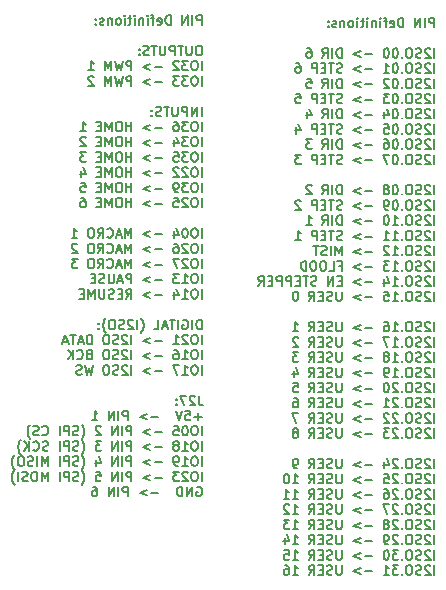
<source format=gbo>
G04 #@! TF.GenerationSoftware,KiCad,Pcbnew,8.0.2*
G04 #@! TF.CreationDate,2024-05-03T17:38:01+02:00*
G04 #@! TF.ProjectId,FluidNC,466c7569-644e-4432-9e6b-696361645f70,rev?*
G04 #@! TF.SameCoordinates,Original*
G04 #@! TF.FileFunction,Legend,Bot*
G04 #@! TF.FilePolarity,Positive*
%FSLAX46Y46*%
G04 Gerber Fmt 4.6, Leading zero omitted, Abs format (unit mm)*
G04 Created by KiCad (PCBNEW 8.0.2) date 2024-05-03 17:38:01*
%MOMM*%
%LPD*%
G01*
G04 APERTURE LIST*
G04 Aperture macros list*
%AMRoundRect*
0 Rectangle with rounded corners*
0 $1 Rounding radius*
0 $2 $3 $4 $5 $6 $7 $8 $9 X,Y pos of 4 corners*
0 Add a 4 corners polygon primitive as box body*
4,1,4,$2,$3,$4,$5,$6,$7,$8,$9,$2,$3,0*
0 Add four circle primitives for the rounded corners*
1,1,$1+$1,$2,$3*
1,1,$1+$1,$4,$5*
1,1,$1+$1,$6,$7*
1,1,$1+$1,$8,$9*
0 Add four rect primitives between the rounded corners*
20,1,$1+$1,$2,$3,$4,$5,0*
20,1,$1+$1,$4,$5,$6,$7,0*
20,1,$1+$1,$6,$7,$8,$9,0*
20,1,$1+$1,$8,$9,$2,$3,0*%
G04 Aperture macros list end*
%ADD10C,0.200000*%
%ADD11C,2.000000*%
%ADD12C,0.650000*%
%ADD13O,2.100000X1.000000*%
%ADD14O,1.800000X1.000000*%
%ADD15C,1.620000*%
%ADD16C,1.200000*%
%ADD17R,2.400000X1.600000*%
%ADD18O,2.400000X1.600000*%
%ADD19R,1.600000X1.600000*%
%ADD20O,1.600000X1.600000*%
%ADD21RoundRect,0.250000X0.600000X0.725000X-0.600000X0.725000X-0.600000X-0.725000X0.600000X-0.725000X0*%
%ADD22O,1.700000X1.950000*%
%ADD23R,1.700000X1.700000*%
%ADD24C,3.000000*%
%ADD25O,1.700000X1.700000*%
G04 APERTURE END LIST*
D10*
X90477945Y-35527695D02*
X90477945Y-34727695D01*
X90477945Y-34727695D02*
X90173183Y-34727695D01*
X90173183Y-34727695D02*
X90096993Y-34765790D01*
X90096993Y-34765790D02*
X90058898Y-34803885D01*
X90058898Y-34803885D02*
X90020802Y-34880076D01*
X90020802Y-34880076D02*
X90020802Y-34994361D01*
X90020802Y-34994361D02*
X90058898Y-35070552D01*
X90058898Y-35070552D02*
X90096993Y-35108647D01*
X90096993Y-35108647D02*
X90173183Y-35146742D01*
X90173183Y-35146742D02*
X90477945Y-35146742D01*
X89677945Y-35527695D02*
X89677945Y-34727695D01*
X89296993Y-35527695D02*
X89296993Y-34727695D01*
X89296993Y-34727695D02*
X88839850Y-35527695D01*
X88839850Y-35527695D02*
X88839850Y-34727695D01*
X87849374Y-35527695D02*
X87849374Y-34727695D01*
X87849374Y-34727695D02*
X87658898Y-34727695D01*
X87658898Y-34727695D02*
X87544612Y-34765790D01*
X87544612Y-34765790D02*
X87468422Y-34841980D01*
X87468422Y-34841980D02*
X87430327Y-34918171D01*
X87430327Y-34918171D02*
X87392231Y-35070552D01*
X87392231Y-35070552D02*
X87392231Y-35184838D01*
X87392231Y-35184838D02*
X87430327Y-35337219D01*
X87430327Y-35337219D02*
X87468422Y-35413409D01*
X87468422Y-35413409D02*
X87544612Y-35489600D01*
X87544612Y-35489600D02*
X87658898Y-35527695D01*
X87658898Y-35527695D02*
X87849374Y-35527695D01*
X86744612Y-35489600D02*
X86820803Y-35527695D01*
X86820803Y-35527695D02*
X86973184Y-35527695D01*
X86973184Y-35527695D02*
X87049374Y-35489600D01*
X87049374Y-35489600D02*
X87087470Y-35413409D01*
X87087470Y-35413409D02*
X87087470Y-35108647D01*
X87087470Y-35108647D02*
X87049374Y-35032457D01*
X87049374Y-35032457D02*
X86973184Y-34994361D01*
X86973184Y-34994361D02*
X86820803Y-34994361D01*
X86820803Y-34994361D02*
X86744612Y-35032457D01*
X86744612Y-35032457D02*
X86706517Y-35108647D01*
X86706517Y-35108647D02*
X86706517Y-35184838D01*
X86706517Y-35184838D02*
X87087470Y-35261028D01*
X86477946Y-34994361D02*
X86173184Y-34994361D01*
X86363660Y-35527695D02*
X86363660Y-34841980D01*
X86363660Y-34841980D02*
X86325565Y-34765790D01*
X86325565Y-34765790D02*
X86249375Y-34727695D01*
X86249375Y-34727695D02*
X86173184Y-34727695D01*
X85906517Y-35527695D02*
X85906517Y-34994361D01*
X85906517Y-34727695D02*
X85944613Y-34765790D01*
X85944613Y-34765790D02*
X85906517Y-34803885D01*
X85906517Y-34803885D02*
X85868422Y-34765790D01*
X85868422Y-34765790D02*
X85906517Y-34727695D01*
X85906517Y-34727695D02*
X85906517Y-34803885D01*
X85525565Y-34994361D02*
X85525565Y-35527695D01*
X85525565Y-35070552D02*
X85487470Y-35032457D01*
X85487470Y-35032457D02*
X85411280Y-34994361D01*
X85411280Y-34994361D02*
X85296994Y-34994361D01*
X85296994Y-34994361D02*
X85220803Y-35032457D01*
X85220803Y-35032457D02*
X85182708Y-35108647D01*
X85182708Y-35108647D02*
X85182708Y-35527695D01*
X84801755Y-35527695D02*
X84801755Y-34994361D01*
X84801755Y-34727695D02*
X84839851Y-34765790D01*
X84839851Y-34765790D02*
X84801755Y-34803885D01*
X84801755Y-34803885D02*
X84763660Y-34765790D01*
X84763660Y-34765790D02*
X84801755Y-34727695D01*
X84801755Y-34727695D02*
X84801755Y-34803885D01*
X84535089Y-34994361D02*
X84230327Y-34994361D01*
X84420803Y-34727695D02*
X84420803Y-35413409D01*
X84420803Y-35413409D02*
X84382708Y-35489600D01*
X84382708Y-35489600D02*
X84306518Y-35527695D01*
X84306518Y-35527695D02*
X84230327Y-35527695D01*
X83963660Y-35527695D02*
X83963660Y-34994361D01*
X83963660Y-34727695D02*
X84001756Y-34765790D01*
X84001756Y-34765790D02*
X83963660Y-34803885D01*
X83963660Y-34803885D02*
X83925565Y-34765790D01*
X83925565Y-34765790D02*
X83963660Y-34727695D01*
X83963660Y-34727695D02*
X83963660Y-34803885D01*
X83468423Y-35527695D02*
X83544613Y-35489600D01*
X83544613Y-35489600D02*
X83582708Y-35451504D01*
X83582708Y-35451504D02*
X83620804Y-35375314D01*
X83620804Y-35375314D02*
X83620804Y-35146742D01*
X83620804Y-35146742D02*
X83582708Y-35070552D01*
X83582708Y-35070552D02*
X83544613Y-35032457D01*
X83544613Y-35032457D02*
X83468423Y-34994361D01*
X83468423Y-34994361D02*
X83354137Y-34994361D01*
X83354137Y-34994361D02*
X83277946Y-35032457D01*
X83277946Y-35032457D02*
X83239851Y-35070552D01*
X83239851Y-35070552D02*
X83201756Y-35146742D01*
X83201756Y-35146742D02*
X83201756Y-35375314D01*
X83201756Y-35375314D02*
X83239851Y-35451504D01*
X83239851Y-35451504D02*
X83277946Y-35489600D01*
X83277946Y-35489600D02*
X83354137Y-35527695D01*
X83354137Y-35527695D02*
X83468423Y-35527695D01*
X82858898Y-34994361D02*
X82858898Y-35527695D01*
X82858898Y-35070552D02*
X82820803Y-35032457D01*
X82820803Y-35032457D02*
X82744613Y-34994361D01*
X82744613Y-34994361D02*
X82630327Y-34994361D01*
X82630327Y-34994361D02*
X82554136Y-35032457D01*
X82554136Y-35032457D02*
X82516041Y-35108647D01*
X82516041Y-35108647D02*
X82516041Y-35527695D01*
X82173184Y-35489600D02*
X82096993Y-35527695D01*
X82096993Y-35527695D02*
X81944612Y-35527695D01*
X81944612Y-35527695D02*
X81868422Y-35489600D01*
X81868422Y-35489600D02*
X81830326Y-35413409D01*
X81830326Y-35413409D02*
X81830326Y-35375314D01*
X81830326Y-35375314D02*
X81868422Y-35299123D01*
X81868422Y-35299123D02*
X81944612Y-35261028D01*
X81944612Y-35261028D02*
X82058898Y-35261028D01*
X82058898Y-35261028D02*
X82135088Y-35222933D01*
X82135088Y-35222933D02*
X82173184Y-35146742D01*
X82173184Y-35146742D02*
X82173184Y-35108647D01*
X82173184Y-35108647D02*
X82135088Y-35032457D01*
X82135088Y-35032457D02*
X82058898Y-34994361D01*
X82058898Y-34994361D02*
X81944612Y-34994361D01*
X81944612Y-34994361D02*
X81868422Y-35032457D01*
X81487469Y-35451504D02*
X81449374Y-35489600D01*
X81449374Y-35489600D02*
X81487469Y-35527695D01*
X81487469Y-35527695D02*
X81525565Y-35489600D01*
X81525565Y-35489600D02*
X81487469Y-35451504D01*
X81487469Y-35451504D02*
X81487469Y-35527695D01*
X81487469Y-35032457D02*
X81449374Y-35070552D01*
X81449374Y-35070552D02*
X81487469Y-35108647D01*
X81487469Y-35108647D02*
X81525565Y-35070552D01*
X81525565Y-35070552D02*
X81487469Y-35032457D01*
X81487469Y-35032457D02*
X81487469Y-35108647D01*
X90477945Y-38103605D02*
X90477945Y-37303605D01*
X90135089Y-37379795D02*
X90096993Y-37341700D01*
X90096993Y-37341700D02*
X90020803Y-37303605D01*
X90020803Y-37303605D02*
X89830327Y-37303605D01*
X89830327Y-37303605D02*
X89754136Y-37341700D01*
X89754136Y-37341700D02*
X89716041Y-37379795D01*
X89716041Y-37379795D02*
X89677946Y-37455986D01*
X89677946Y-37455986D02*
X89677946Y-37532176D01*
X89677946Y-37532176D02*
X89716041Y-37646462D01*
X89716041Y-37646462D02*
X90173184Y-38103605D01*
X90173184Y-38103605D02*
X89677946Y-38103605D01*
X89373184Y-38065510D02*
X89258898Y-38103605D01*
X89258898Y-38103605D02*
X89068422Y-38103605D01*
X89068422Y-38103605D02*
X88992231Y-38065510D01*
X88992231Y-38065510D02*
X88954136Y-38027414D01*
X88954136Y-38027414D02*
X88916041Y-37951224D01*
X88916041Y-37951224D02*
X88916041Y-37875033D01*
X88916041Y-37875033D02*
X88954136Y-37798843D01*
X88954136Y-37798843D02*
X88992231Y-37760748D01*
X88992231Y-37760748D02*
X89068422Y-37722652D01*
X89068422Y-37722652D02*
X89220803Y-37684557D01*
X89220803Y-37684557D02*
X89296993Y-37646462D01*
X89296993Y-37646462D02*
X89335088Y-37608367D01*
X89335088Y-37608367D02*
X89373184Y-37532176D01*
X89373184Y-37532176D02*
X89373184Y-37455986D01*
X89373184Y-37455986D02*
X89335088Y-37379795D01*
X89335088Y-37379795D02*
X89296993Y-37341700D01*
X89296993Y-37341700D02*
X89220803Y-37303605D01*
X89220803Y-37303605D02*
X89030326Y-37303605D01*
X89030326Y-37303605D02*
X88916041Y-37341700D01*
X88420802Y-37303605D02*
X88268421Y-37303605D01*
X88268421Y-37303605D02*
X88192231Y-37341700D01*
X88192231Y-37341700D02*
X88116040Y-37417890D01*
X88116040Y-37417890D02*
X88077945Y-37570271D01*
X88077945Y-37570271D02*
X88077945Y-37836938D01*
X88077945Y-37836938D02*
X88116040Y-37989319D01*
X88116040Y-37989319D02*
X88192231Y-38065510D01*
X88192231Y-38065510D02*
X88268421Y-38103605D01*
X88268421Y-38103605D02*
X88420802Y-38103605D01*
X88420802Y-38103605D02*
X88496993Y-38065510D01*
X88496993Y-38065510D02*
X88573183Y-37989319D01*
X88573183Y-37989319D02*
X88611279Y-37836938D01*
X88611279Y-37836938D02*
X88611279Y-37570271D01*
X88611279Y-37570271D02*
X88573183Y-37417890D01*
X88573183Y-37417890D02*
X88496993Y-37341700D01*
X88496993Y-37341700D02*
X88420802Y-37303605D01*
X87735088Y-38027414D02*
X87696993Y-38065510D01*
X87696993Y-38065510D02*
X87735088Y-38103605D01*
X87735088Y-38103605D02*
X87773184Y-38065510D01*
X87773184Y-38065510D02*
X87735088Y-38027414D01*
X87735088Y-38027414D02*
X87735088Y-38103605D01*
X87201755Y-37303605D02*
X87125565Y-37303605D01*
X87125565Y-37303605D02*
X87049374Y-37341700D01*
X87049374Y-37341700D02*
X87011279Y-37379795D01*
X87011279Y-37379795D02*
X86973184Y-37455986D01*
X86973184Y-37455986D02*
X86935089Y-37608367D01*
X86935089Y-37608367D02*
X86935089Y-37798843D01*
X86935089Y-37798843D02*
X86973184Y-37951224D01*
X86973184Y-37951224D02*
X87011279Y-38027414D01*
X87011279Y-38027414D02*
X87049374Y-38065510D01*
X87049374Y-38065510D02*
X87125565Y-38103605D01*
X87125565Y-38103605D02*
X87201755Y-38103605D01*
X87201755Y-38103605D02*
X87277946Y-38065510D01*
X87277946Y-38065510D02*
X87316041Y-38027414D01*
X87316041Y-38027414D02*
X87354136Y-37951224D01*
X87354136Y-37951224D02*
X87392232Y-37798843D01*
X87392232Y-37798843D02*
X87392232Y-37608367D01*
X87392232Y-37608367D02*
X87354136Y-37455986D01*
X87354136Y-37455986D02*
X87316041Y-37379795D01*
X87316041Y-37379795D02*
X87277946Y-37341700D01*
X87277946Y-37341700D02*
X87201755Y-37303605D01*
X86439850Y-37303605D02*
X86363660Y-37303605D01*
X86363660Y-37303605D02*
X86287469Y-37341700D01*
X86287469Y-37341700D02*
X86249374Y-37379795D01*
X86249374Y-37379795D02*
X86211279Y-37455986D01*
X86211279Y-37455986D02*
X86173184Y-37608367D01*
X86173184Y-37608367D02*
X86173184Y-37798843D01*
X86173184Y-37798843D02*
X86211279Y-37951224D01*
X86211279Y-37951224D02*
X86249374Y-38027414D01*
X86249374Y-38027414D02*
X86287469Y-38065510D01*
X86287469Y-38065510D02*
X86363660Y-38103605D01*
X86363660Y-38103605D02*
X86439850Y-38103605D01*
X86439850Y-38103605D02*
X86516041Y-38065510D01*
X86516041Y-38065510D02*
X86554136Y-38027414D01*
X86554136Y-38027414D02*
X86592231Y-37951224D01*
X86592231Y-37951224D02*
X86630327Y-37798843D01*
X86630327Y-37798843D02*
X86630327Y-37608367D01*
X86630327Y-37608367D02*
X86592231Y-37455986D01*
X86592231Y-37455986D02*
X86554136Y-37379795D01*
X86554136Y-37379795D02*
X86516041Y-37341700D01*
X86516041Y-37341700D02*
X86439850Y-37303605D01*
X85220802Y-37798843D02*
X84611279Y-37798843D01*
X84230326Y-37570271D02*
X83620803Y-37798843D01*
X83620803Y-37798843D02*
X84230326Y-38027414D01*
X82630326Y-38103605D02*
X82630326Y-37303605D01*
X82630326Y-37303605D02*
X82439850Y-37303605D01*
X82439850Y-37303605D02*
X82325564Y-37341700D01*
X82325564Y-37341700D02*
X82249374Y-37417890D01*
X82249374Y-37417890D02*
X82211279Y-37494081D01*
X82211279Y-37494081D02*
X82173183Y-37646462D01*
X82173183Y-37646462D02*
X82173183Y-37760748D01*
X82173183Y-37760748D02*
X82211279Y-37913129D01*
X82211279Y-37913129D02*
X82249374Y-37989319D01*
X82249374Y-37989319D02*
X82325564Y-38065510D01*
X82325564Y-38065510D02*
X82439850Y-38103605D01*
X82439850Y-38103605D02*
X82630326Y-38103605D01*
X81830326Y-38103605D02*
X81830326Y-37303605D01*
X80992231Y-38103605D02*
X81258898Y-37722652D01*
X81449374Y-38103605D02*
X81449374Y-37303605D01*
X81449374Y-37303605D02*
X81144612Y-37303605D01*
X81144612Y-37303605D02*
X81068422Y-37341700D01*
X81068422Y-37341700D02*
X81030327Y-37379795D01*
X81030327Y-37379795D02*
X80992231Y-37455986D01*
X80992231Y-37455986D02*
X80992231Y-37570271D01*
X80992231Y-37570271D02*
X81030327Y-37646462D01*
X81030327Y-37646462D02*
X81068422Y-37684557D01*
X81068422Y-37684557D02*
X81144612Y-37722652D01*
X81144612Y-37722652D02*
X81449374Y-37722652D01*
X79696993Y-37303605D02*
X79849374Y-37303605D01*
X79849374Y-37303605D02*
X79925565Y-37341700D01*
X79925565Y-37341700D02*
X79963660Y-37379795D01*
X79963660Y-37379795D02*
X80039850Y-37494081D01*
X80039850Y-37494081D02*
X80077946Y-37646462D01*
X80077946Y-37646462D02*
X80077946Y-37951224D01*
X80077946Y-37951224D02*
X80039850Y-38027414D01*
X80039850Y-38027414D02*
X80001755Y-38065510D01*
X80001755Y-38065510D02*
X79925565Y-38103605D01*
X79925565Y-38103605D02*
X79773184Y-38103605D01*
X79773184Y-38103605D02*
X79696993Y-38065510D01*
X79696993Y-38065510D02*
X79658898Y-38027414D01*
X79658898Y-38027414D02*
X79620803Y-37951224D01*
X79620803Y-37951224D02*
X79620803Y-37760748D01*
X79620803Y-37760748D02*
X79658898Y-37684557D01*
X79658898Y-37684557D02*
X79696993Y-37646462D01*
X79696993Y-37646462D02*
X79773184Y-37608367D01*
X79773184Y-37608367D02*
X79925565Y-37608367D01*
X79925565Y-37608367D02*
X80001755Y-37646462D01*
X80001755Y-37646462D02*
X80039850Y-37684557D01*
X80039850Y-37684557D02*
X80077946Y-37760748D01*
X90477945Y-39391560D02*
X90477945Y-38591560D01*
X90135089Y-38667750D02*
X90096993Y-38629655D01*
X90096993Y-38629655D02*
X90020803Y-38591560D01*
X90020803Y-38591560D02*
X89830327Y-38591560D01*
X89830327Y-38591560D02*
X89754136Y-38629655D01*
X89754136Y-38629655D02*
X89716041Y-38667750D01*
X89716041Y-38667750D02*
X89677946Y-38743941D01*
X89677946Y-38743941D02*
X89677946Y-38820131D01*
X89677946Y-38820131D02*
X89716041Y-38934417D01*
X89716041Y-38934417D02*
X90173184Y-39391560D01*
X90173184Y-39391560D02*
X89677946Y-39391560D01*
X89373184Y-39353465D02*
X89258898Y-39391560D01*
X89258898Y-39391560D02*
X89068422Y-39391560D01*
X89068422Y-39391560D02*
X88992231Y-39353465D01*
X88992231Y-39353465D02*
X88954136Y-39315369D01*
X88954136Y-39315369D02*
X88916041Y-39239179D01*
X88916041Y-39239179D02*
X88916041Y-39162988D01*
X88916041Y-39162988D02*
X88954136Y-39086798D01*
X88954136Y-39086798D02*
X88992231Y-39048703D01*
X88992231Y-39048703D02*
X89068422Y-39010607D01*
X89068422Y-39010607D02*
X89220803Y-38972512D01*
X89220803Y-38972512D02*
X89296993Y-38934417D01*
X89296993Y-38934417D02*
X89335088Y-38896322D01*
X89335088Y-38896322D02*
X89373184Y-38820131D01*
X89373184Y-38820131D02*
X89373184Y-38743941D01*
X89373184Y-38743941D02*
X89335088Y-38667750D01*
X89335088Y-38667750D02*
X89296993Y-38629655D01*
X89296993Y-38629655D02*
X89220803Y-38591560D01*
X89220803Y-38591560D02*
X89030326Y-38591560D01*
X89030326Y-38591560D02*
X88916041Y-38629655D01*
X88420802Y-38591560D02*
X88268421Y-38591560D01*
X88268421Y-38591560D02*
X88192231Y-38629655D01*
X88192231Y-38629655D02*
X88116040Y-38705845D01*
X88116040Y-38705845D02*
X88077945Y-38858226D01*
X88077945Y-38858226D02*
X88077945Y-39124893D01*
X88077945Y-39124893D02*
X88116040Y-39277274D01*
X88116040Y-39277274D02*
X88192231Y-39353465D01*
X88192231Y-39353465D02*
X88268421Y-39391560D01*
X88268421Y-39391560D02*
X88420802Y-39391560D01*
X88420802Y-39391560D02*
X88496993Y-39353465D01*
X88496993Y-39353465D02*
X88573183Y-39277274D01*
X88573183Y-39277274D02*
X88611279Y-39124893D01*
X88611279Y-39124893D02*
X88611279Y-38858226D01*
X88611279Y-38858226D02*
X88573183Y-38705845D01*
X88573183Y-38705845D02*
X88496993Y-38629655D01*
X88496993Y-38629655D02*
X88420802Y-38591560D01*
X87735088Y-39315369D02*
X87696993Y-39353465D01*
X87696993Y-39353465D02*
X87735088Y-39391560D01*
X87735088Y-39391560D02*
X87773184Y-39353465D01*
X87773184Y-39353465D02*
X87735088Y-39315369D01*
X87735088Y-39315369D02*
X87735088Y-39391560D01*
X87201755Y-38591560D02*
X87125565Y-38591560D01*
X87125565Y-38591560D02*
X87049374Y-38629655D01*
X87049374Y-38629655D02*
X87011279Y-38667750D01*
X87011279Y-38667750D02*
X86973184Y-38743941D01*
X86973184Y-38743941D02*
X86935089Y-38896322D01*
X86935089Y-38896322D02*
X86935089Y-39086798D01*
X86935089Y-39086798D02*
X86973184Y-39239179D01*
X86973184Y-39239179D02*
X87011279Y-39315369D01*
X87011279Y-39315369D02*
X87049374Y-39353465D01*
X87049374Y-39353465D02*
X87125565Y-39391560D01*
X87125565Y-39391560D02*
X87201755Y-39391560D01*
X87201755Y-39391560D02*
X87277946Y-39353465D01*
X87277946Y-39353465D02*
X87316041Y-39315369D01*
X87316041Y-39315369D02*
X87354136Y-39239179D01*
X87354136Y-39239179D02*
X87392232Y-39086798D01*
X87392232Y-39086798D02*
X87392232Y-38896322D01*
X87392232Y-38896322D02*
X87354136Y-38743941D01*
X87354136Y-38743941D02*
X87316041Y-38667750D01*
X87316041Y-38667750D02*
X87277946Y-38629655D01*
X87277946Y-38629655D02*
X87201755Y-38591560D01*
X86173184Y-39391560D02*
X86630327Y-39391560D01*
X86401755Y-39391560D02*
X86401755Y-38591560D01*
X86401755Y-38591560D02*
X86477946Y-38705845D01*
X86477946Y-38705845D02*
X86554136Y-38782036D01*
X86554136Y-38782036D02*
X86630327Y-38820131D01*
X85220802Y-39086798D02*
X84611279Y-39086798D01*
X84230326Y-38858226D02*
X83620803Y-39086798D01*
X83620803Y-39086798D02*
X84230326Y-39315369D01*
X82668422Y-39353465D02*
X82554136Y-39391560D01*
X82554136Y-39391560D02*
X82363660Y-39391560D01*
X82363660Y-39391560D02*
X82287469Y-39353465D01*
X82287469Y-39353465D02*
X82249374Y-39315369D01*
X82249374Y-39315369D02*
X82211279Y-39239179D01*
X82211279Y-39239179D02*
X82211279Y-39162988D01*
X82211279Y-39162988D02*
X82249374Y-39086798D01*
X82249374Y-39086798D02*
X82287469Y-39048703D01*
X82287469Y-39048703D02*
X82363660Y-39010607D01*
X82363660Y-39010607D02*
X82516041Y-38972512D01*
X82516041Y-38972512D02*
X82592231Y-38934417D01*
X82592231Y-38934417D02*
X82630326Y-38896322D01*
X82630326Y-38896322D02*
X82668422Y-38820131D01*
X82668422Y-38820131D02*
X82668422Y-38743941D01*
X82668422Y-38743941D02*
X82630326Y-38667750D01*
X82630326Y-38667750D02*
X82592231Y-38629655D01*
X82592231Y-38629655D02*
X82516041Y-38591560D01*
X82516041Y-38591560D02*
X82325564Y-38591560D01*
X82325564Y-38591560D02*
X82211279Y-38629655D01*
X81982707Y-38591560D02*
X81525564Y-38591560D01*
X81754136Y-39391560D02*
X81754136Y-38591560D01*
X81258897Y-38972512D02*
X80992231Y-38972512D01*
X80877945Y-39391560D02*
X81258897Y-39391560D01*
X81258897Y-39391560D02*
X81258897Y-38591560D01*
X81258897Y-38591560D02*
X80877945Y-38591560D01*
X80535087Y-39391560D02*
X80535087Y-38591560D01*
X80535087Y-38591560D02*
X80230325Y-38591560D01*
X80230325Y-38591560D02*
X80154135Y-38629655D01*
X80154135Y-38629655D02*
X80116040Y-38667750D01*
X80116040Y-38667750D02*
X80077944Y-38743941D01*
X80077944Y-38743941D02*
X80077944Y-38858226D01*
X80077944Y-38858226D02*
X80116040Y-38934417D01*
X80116040Y-38934417D02*
X80154135Y-38972512D01*
X80154135Y-38972512D02*
X80230325Y-39010607D01*
X80230325Y-39010607D02*
X80535087Y-39010607D01*
X78782706Y-38591560D02*
X78935087Y-38591560D01*
X78935087Y-38591560D02*
X79011278Y-38629655D01*
X79011278Y-38629655D02*
X79049373Y-38667750D01*
X79049373Y-38667750D02*
X79125563Y-38782036D01*
X79125563Y-38782036D02*
X79163659Y-38934417D01*
X79163659Y-38934417D02*
X79163659Y-39239179D01*
X79163659Y-39239179D02*
X79125563Y-39315369D01*
X79125563Y-39315369D02*
X79087468Y-39353465D01*
X79087468Y-39353465D02*
X79011278Y-39391560D01*
X79011278Y-39391560D02*
X78858897Y-39391560D01*
X78858897Y-39391560D02*
X78782706Y-39353465D01*
X78782706Y-39353465D02*
X78744611Y-39315369D01*
X78744611Y-39315369D02*
X78706516Y-39239179D01*
X78706516Y-39239179D02*
X78706516Y-39048703D01*
X78706516Y-39048703D02*
X78744611Y-38972512D01*
X78744611Y-38972512D02*
X78782706Y-38934417D01*
X78782706Y-38934417D02*
X78858897Y-38896322D01*
X78858897Y-38896322D02*
X79011278Y-38896322D01*
X79011278Y-38896322D02*
X79087468Y-38934417D01*
X79087468Y-38934417D02*
X79125563Y-38972512D01*
X79125563Y-38972512D02*
X79163659Y-39048703D01*
X90477945Y-40679515D02*
X90477945Y-39879515D01*
X90135089Y-39955705D02*
X90096993Y-39917610D01*
X90096993Y-39917610D02*
X90020803Y-39879515D01*
X90020803Y-39879515D02*
X89830327Y-39879515D01*
X89830327Y-39879515D02*
X89754136Y-39917610D01*
X89754136Y-39917610D02*
X89716041Y-39955705D01*
X89716041Y-39955705D02*
X89677946Y-40031896D01*
X89677946Y-40031896D02*
X89677946Y-40108086D01*
X89677946Y-40108086D02*
X89716041Y-40222372D01*
X89716041Y-40222372D02*
X90173184Y-40679515D01*
X90173184Y-40679515D02*
X89677946Y-40679515D01*
X89373184Y-40641420D02*
X89258898Y-40679515D01*
X89258898Y-40679515D02*
X89068422Y-40679515D01*
X89068422Y-40679515D02*
X88992231Y-40641420D01*
X88992231Y-40641420D02*
X88954136Y-40603324D01*
X88954136Y-40603324D02*
X88916041Y-40527134D01*
X88916041Y-40527134D02*
X88916041Y-40450943D01*
X88916041Y-40450943D02*
X88954136Y-40374753D01*
X88954136Y-40374753D02*
X88992231Y-40336658D01*
X88992231Y-40336658D02*
X89068422Y-40298562D01*
X89068422Y-40298562D02*
X89220803Y-40260467D01*
X89220803Y-40260467D02*
X89296993Y-40222372D01*
X89296993Y-40222372D02*
X89335088Y-40184277D01*
X89335088Y-40184277D02*
X89373184Y-40108086D01*
X89373184Y-40108086D02*
X89373184Y-40031896D01*
X89373184Y-40031896D02*
X89335088Y-39955705D01*
X89335088Y-39955705D02*
X89296993Y-39917610D01*
X89296993Y-39917610D02*
X89220803Y-39879515D01*
X89220803Y-39879515D02*
X89030326Y-39879515D01*
X89030326Y-39879515D02*
X88916041Y-39917610D01*
X88420802Y-39879515D02*
X88268421Y-39879515D01*
X88268421Y-39879515D02*
X88192231Y-39917610D01*
X88192231Y-39917610D02*
X88116040Y-39993800D01*
X88116040Y-39993800D02*
X88077945Y-40146181D01*
X88077945Y-40146181D02*
X88077945Y-40412848D01*
X88077945Y-40412848D02*
X88116040Y-40565229D01*
X88116040Y-40565229D02*
X88192231Y-40641420D01*
X88192231Y-40641420D02*
X88268421Y-40679515D01*
X88268421Y-40679515D02*
X88420802Y-40679515D01*
X88420802Y-40679515D02*
X88496993Y-40641420D01*
X88496993Y-40641420D02*
X88573183Y-40565229D01*
X88573183Y-40565229D02*
X88611279Y-40412848D01*
X88611279Y-40412848D02*
X88611279Y-40146181D01*
X88611279Y-40146181D02*
X88573183Y-39993800D01*
X88573183Y-39993800D02*
X88496993Y-39917610D01*
X88496993Y-39917610D02*
X88420802Y-39879515D01*
X87735088Y-40603324D02*
X87696993Y-40641420D01*
X87696993Y-40641420D02*
X87735088Y-40679515D01*
X87735088Y-40679515D02*
X87773184Y-40641420D01*
X87773184Y-40641420D02*
X87735088Y-40603324D01*
X87735088Y-40603324D02*
X87735088Y-40679515D01*
X87201755Y-39879515D02*
X87125565Y-39879515D01*
X87125565Y-39879515D02*
X87049374Y-39917610D01*
X87049374Y-39917610D02*
X87011279Y-39955705D01*
X87011279Y-39955705D02*
X86973184Y-40031896D01*
X86973184Y-40031896D02*
X86935089Y-40184277D01*
X86935089Y-40184277D02*
X86935089Y-40374753D01*
X86935089Y-40374753D02*
X86973184Y-40527134D01*
X86973184Y-40527134D02*
X87011279Y-40603324D01*
X87011279Y-40603324D02*
X87049374Y-40641420D01*
X87049374Y-40641420D02*
X87125565Y-40679515D01*
X87125565Y-40679515D02*
X87201755Y-40679515D01*
X87201755Y-40679515D02*
X87277946Y-40641420D01*
X87277946Y-40641420D02*
X87316041Y-40603324D01*
X87316041Y-40603324D02*
X87354136Y-40527134D01*
X87354136Y-40527134D02*
X87392232Y-40374753D01*
X87392232Y-40374753D02*
X87392232Y-40184277D01*
X87392232Y-40184277D02*
X87354136Y-40031896D01*
X87354136Y-40031896D02*
X87316041Y-39955705D01*
X87316041Y-39955705D02*
X87277946Y-39917610D01*
X87277946Y-39917610D02*
X87201755Y-39879515D01*
X86630327Y-39955705D02*
X86592231Y-39917610D01*
X86592231Y-39917610D02*
X86516041Y-39879515D01*
X86516041Y-39879515D02*
X86325565Y-39879515D01*
X86325565Y-39879515D02*
X86249374Y-39917610D01*
X86249374Y-39917610D02*
X86211279Y-39955705D01*
X86211279Y-39955705D02*
X86173184Y-40031896D01*
X86173184Y-40031896D02*
X86173184Y-40108086D01*
X86173184Y-40108086D02*
X86211279Y-40222372D01*
X86211279Y-40222372D02*
X86668422Y-40679515D01*
X86668422Y-40679515D02*
X86173184Y-40679515D01*
X85220802Y-40374753D02*
X84611279Y-40374753D01*
X84230326Y-40146181D02*
X83620803Y-40374753D01*
X83620803Y-40374753D02*
X84230326Y-40603324D01*
X82630326Y-40679515D02*
X82630326Y-39879515D01*
X82630326Y-39879515D02*
X82439850Y-39879515D01*
X82439850Y-39879515D02*
X82325564Y-39917610D01*
X82325564Y-39917610D02*
X82249374Y-39993800D01*
X82249374Y-39993800D02*
X82211279Y-40069991D01*
X82211279Y-40069991D02*
X82173183Y-40222372D01*
X82173183Y-40222372D02*
X82173183Y-40336658D01*
X82173183Y-40336658D02*
X82211279Y-40489039D01*
X82211279Y-40489039D02*
X82249374Y-40565229D01*
X82249374Y-40565229D02*
X82325564Y-40641420D01*
X82325564Y-40641420D02*
X82439850Y-40679515D01*
X82439850Y-40679515D02*
X82630326Y-40679515D01*
X81830326Y-40679515D02*
X81830326Y-39879515D01*
X80992231Y-40679515D02*
X81258898Y-40298562D01*
X81449374Y-40679515D02*
X81449374Y-39879515D01*
X81449374Y-39879515D02*
X81144612Y-39879515D01*
X81144612Y-39879515D02*
X81068422Y-39917610D01*
X81068422Y-39917610D02*
X81030327Y-39955705D01*
X81030327Y-39955705D02*
X80992231Y-40031896D01*
X80992231Y-40031896D02*
X80992231Y-40146181D01*
X80992231Y-40146181D02*
X81030327Y-40222372D01*
X81030327Y-40222372D02*
X81068422Y-40260467D01*
X81068422Y-40260467D02*
X81144612Y-40298562D01*
X81144612Y-40298562D02*
X81449374Y-40298562D01*
X79658898Y-39879515D02*
X80039850Y-39879515D01*
X80039850Y-39879515D02*
X80077946Y-40260467D01*
X80077946Y-40260467D02*
X80039850Y-40222372D01*
X80039850Y-40222372D02*
X79963660Y-40184277D01*
X79963660Y-40184277D02*
X79773184Y-40184277D01*
X79773184Y-40184277D02*
X79696993Y-40222372D01*
X79696993Y-40222372D02*
X79658898Y-40260467D01*
X79658898Y-40260467D02*
X79620803Y-40336658D01*
X79620803Y-40336658D02*
X79620803Y-40527134D01*
X79620803Y-40527134D02*
X79658898Y-40603324D01*
X79658898Y-40603324D02*
X79696993Y-40641420D01*
X79696993Y-40641420D02*
X79773184Y-40679515D01*
X79773184Y-40679515D02*
X79963660Y-40679515D01*
X79963660Y-40679515D02*
X80039850Y-40641420D01*
X80039850Y-40641420D02*
X80077946Y-40603324D01*
X90477945Y-41967470D02*
X90477945Y-41167470D01*
X90135089Y-41243660D02*
X90096993Y-41205565D01*
X90096993Y-41205565D02*
X90020803Y-41167470D01*
X90020803Y-41167470D02*
X89830327Y-41167470D01*
X89830327Y-41167470D02*
X89754136Y-41205565D01*
X89754136Y-41205565D02*
X89716041Y-41243660D01*
X89716041Y-41243660D02*
X89677946Y-41319851D01*
X89677946Y-41319851D02*
X89677946Y-41396041D01*
X89677946Y-41396041D02*
X89716041Y-41510327D01*
X89716041Y-41510327D02*
X90173184Y-41967470D01*
X90173184Y-41967470D02*
X89677946Y-41967470D01*
X89373184Y-41929375D02*
X89258898Y-41967470D01*
X89258898Y-41967470D02*
X89068422Y-41967470D01*
X89068422Y-41967470D02*
X88992231Y-41929375D01*
X88992231Y-41929375D02*
X88954136Y-41891279D01*
X88954136Y-41891279D02*
X88916041Y-41815089D01*
X88916041Y-41815089D02*
X88916041Y-41738898D01*
X88916041Y-41738898D02*
X88954136Y-41662708D01*
X88954136Y-41662708D02*
X88992231Y-41624613D01*
X88992231Y-41624613D02*
X89068422Y-41586517D01*
X89068422Y-41586517D02*
X89220803Y-41548422D01*
X89220803Y-41548422D02*
X89296993Y-41510327D01*
X89296993Y-41510327D02*
X89335088Y-41472232D01*
X89335088Y-41472232D02*
X89373184Y-41396041D01*
X89373184Y-41396041D02*
X89373184Y-41319851D01*
X89373184Y-41319851D02*
X89335088Y-41243660D01*
X89335088Y-41243660D02*
X89296993Y-41205565D01*
X89296993Y-41205565D02*
X89220803Y-41167470D01*
X89220803Y-41167470D02*
X89030326Y-41167470D01*
X89030326Y-41167470D02*
X88916041Y-41205565D01*
X88420802Y-41167470D02*
X88268421Y-41167470D01*
X88268421Y-41167470D02*
X88192231Y-41205565D01*
X88192231Y-41205565D02*
X88116040Y-41281755D01*
X88116040Y-41281755D02*
X88077945Y-41434136D01*
X88077945Y-41434136D02*
X88077945Y-41700803D01*
X88077945Y-41700803D02*
X88116040Y-41853184D01*
X88116040Y-41853184D02*
X88192231Y-41929375D01*
X88192231Y-41929375D02*
X88268421Y-41967470D01*
X88268421Y-41967470D02*
X88420802Y-41967470D01*
X88420802Y-41967470D02*
X88496993Y-41929375D01*
X88496993Y-41929375D02*
X88573183Y-41853184D01*
X88573183Y-41853184D02*
X88611279Y-41700803D01*
X88611279Y-41700803D02*
X88611279Y-41434136D01*
X88611279Y-41434136D02*
X88573183Y-41281755D01*
X88573183Y-41281755D02*
X88496993Y-41205565D01*
X88496993Y-41205565D02*
X88420802Y-41167470D01*
X87735088Y-41891279D02*
X87696993Y-41929375D01*
X87696993Y-41929375D02*
X87735088Y-41967470D01*
X87735088Y-41967470D02*
X87773184Y-41929375D01*
X87773184Y-41929375D02*
X87735088Y-41891279D01*
X87735088Y-41891279D02*
X87735088Y-41967470D01*
X87201755Y-41167470D02*
X87125565Y-41167470D01*
X87125565Y-41167470D02*
X87049374Y-41205565D01*
X87049374Y-41205565D02*
X87011279Y-41243660D01*
X87011279Y-41243660D02*
X86973184Y-41319851D01*
X86973184Y-41319851D02*
X86935089Y-41472232D01*
X86935089Y-41472232D02*
X86935089Y-41662708D01*
X86935089Y-41662708D02*
X86973184Y-41815089D01*
X86973184Y-41815089D02*
X87011279Y-41891279D01*
X87011279Y-41891279D02*
X87049374Y-41929375D01*
X87049374Y-41929375D02*
X87125565Y-41967470D01*
X87125565Y-41967470D02*
X87201755Y-41967470D01*
X87201755Y-41967470D02*
X87277946Y-41929375D01*
X87277946Y-41929375D02*
X87316041Y-41891279D01*
X87316041Y-41891279D02*
X87354136Y-41815089D01*
X87354136Y-41815089D02*
X87392232Y-41662708D01*
X87392232Y-41662708D02*
X87392232Y-41472232D01*
X87392232Y-41472232D02*
X87354136Y-41319851D01*
X87354136Y-41319851D02*
X87316041Y-41243660D01*
X87316041Y-41243660D02*
X87277946Y-41205565D01*
X87277946Y-41205565D02*
X87201755Y-41167470D01*
X86668422Y-41167470D02*
X86173184Y-41167470D01*
X86173184Y-41167470D02*
X86439850Y-41472232D01*
X86439850Y-41472232D02*
X86325565Y-41472232D01*
X86325565Y-41472232D02*
X86249374Y-41510327D01*
X86249374Y-41510327D02*
X86211279Y-41548422D01*
X86211279Y-41548422D02*
X86173184Y-41624613D01*
X86173184Y-41624613D02*
X86173184Y-41815089D01*
X86173184Y-41815089D02*
X86211279Y-41891279D01*
X86211279Y-41891279D02*
X86249374Y-41929375D01*
X86249374Y-41929375D02*
X86325565Y-41967470D01*
X86325565Y-41967470D02*
X86554136Y-41967470D01*
X86554136Y-41967470D02*
X86630327Y-41929375D01*
X86630327Y-41929375D02*
X86668422Y-41891279D01*
X85220802Y-41662708D02*
X84611279Y-41662708D01*
X84230326Y-41434136D02*
X83620803Y-41662708D01*
X83620803Y-41662708D02*
X84230326Y-41891279D01*
X82668422Y-41929375D02*
X82554136Y-41967470D01*
X82554136Y-41967470D02*
X82363660Y-41967470D01*
X82363660Y-41967470D02*
X82287469Y-41929375D01*
X82287469Y-41929375D02*
X82249374Y-41891279D01*
X82249374Y-41891279D02*
X82211279Y-41815089D01*
X82211279Y-41815089D02*
X82211279Y-41738898D01*
X82211279Y-41738898D02*
X82249374Y-41662708D01*
X82249374Y-41662708D02*
X82287469Y-41624613D01*
X82287469Y-41624613D02*
X82363660Y-41586517D01*
X82363660Y-41586517D02*
X82516041Y-41548422D01*
X82516041Y-41548422D02*
X82592231Y-41510327D01*
X82592231Y-41510327D02*
X82630326Y-41472232D01*
X82630326Y-41472232D02*
X82668422Y-41396041D01*
X82668422Y-41396041D02*
X82668422Y-41319851D01*
X82668422Y-41319851D02*
X82630326Y-41243660D01*
X82630326Y-41243660D02*
X82592231Y-41205565D01*
X82592231Y-41205565D02*
X82516041Y-41167470D01*
X82516041Y-41167470D02*
X82325564Y-41167470D01*
X82325564Y-41167470D02*
X82211279Y-41205565D01*
X81982707Y-41167470D02*
X81525564Y-41167470D01*
X81754136Y-41967470D02*
X81754136Y-41167470D01*
X81258897Y-41548422D02*
X80992231Y-41548422D01*
X80877945Y-41967470D02*
X81258897Y-41967470D01*
X81258897Y-41967470D02*
X81258897Y-41167470D01*
X81258897Y-41167470D02*
X80877945Y-41167470D01*
X80535087Y-41967470D02*
X80535087Y-41167470D01*
X80535087Y-41167470D02*
X80230325Y-41167470D01*
X80230325Y-41167470D02*
X80154135Y-41205565D01*
X80154135Y-41205565D02*
X80116040Y-41243660D01*
X80116040Y-41243660D02*
X80077944Y-41319851D01*
X80077944Y-41319851D02*
X80077944Y-41434136D01*
X80077944Y-41434136D02*
X80116040Y-41510327D01*
X80116040Y-41510327D02*
X80154135Y-41548422D01*
X80154135Y-41548422D02*
X80230325Y-41586517D01*
X80230325Y-41586517D02*
X80535087Y-41586517D01*
X78744611Y-41167470D02*
X79125563Y-41167470D01*
X79125563Y-41167470D02*
X79163659Y-41548422D01*
X79163659Y-41548422D02*
X79125563Y-41510327D01*
X79125563Y-41510327D02*
X79049373Y-41472232D01*
X79049373Y-41472232D02*
X78858897Y-41472232D01*
X78858897Y-41472232D02*
X78782706Y-41510327D01*
X78782706Y-41510327D02*
X78744611Y-41548422D01*
X78744611Y-41548422D02*
X78706516Y-41624613D01*
X78706516Y-41624613D02*
X78706516Y-41815089D01*
X78706516Y-41815089D02*
X78744611Y-41891279D01*
X78744611Y-41891279D02*
X78782706Y-41929375D01*
X78782706Y-41929375D02*
X78858897Y-41967470D01*
X78858897Y-41967470D02*
X79049373Y-41967470D01*
X79049373Y-41967470D02*
X79125563Y-41929375D01*
X79125563Y-41929375D02*
X79163659Y-41891279D01*
X90477945Y-43255425D02*
X90477945Y-42455425D01*
X90135089Y-42531615D02*
X90096993Y-42493520D01*
X90096993Y-42493520D02*
X90020803Y-42455425D01*
X90020803Y-42455425D02*
X89830327Y-42455425D01*
X89830327Y-42455425D02*
X89754136Y-42493520D01*
X89754136Y-42493520D02*
X89716041Y-42531615D01*
X89716041Y-42531615D02*
X89677946Y-42607806D01*
X89677946Y-42607806D02*
X89677946Y-42683996D01*
X89677946Y-42683996D02*
X89716041Y-42798282D01*
X89716041Y-42798282D02*
X90173184Y-43255425D01*
X90173184Y-43255425D02*
X89677946Y-43255425D01*
X89373184Y-43217330D02*
X89258898Y-43255425D01*
X89258898Y-43255425D02*
X89068422Y-43255425D01*
X89068422Y-43255425D02*
X88992231Y-43217330D01*
X88992231Y-43217330D02*
X88954136Y-43179234D01*
X88954136Y-43179234D02*
X88916041Y-43103044D01*
X88916041Y-43103044D02*
X88916041Y-43026853D01*
X88916041Y-43026853D02*
X88954136Y-42950663D01*
X88954136Y-42950663D02*
X88992231Y-42912568D01*
X88992231Y-42912568D02*
X89068422Y-42874472D01*
X89068422Y-42874472D02*
X89220803Y-42836377D01*
X89220803Y-42836377D02*
X89296993Y-42798282D01*
X89296993Y-42798282D02*
X89335088Y-42760187D01*
X89335088Y-42760187D02*
X89373184Y-42683996D01*
X89373184Y-42683996D02*
X89373184Y-42607806D01*
X89373184Y-42607806D02*
X89335088Y-42531615D01*
X89335088Y-42531615D02*
X89296993Y-42493520D01*
X89296993Y-42493520D02*
X89220803Y-42455425D01*
X89220803Y-42455425D02*
X89030326Y-42455425D01*
X89030326Y-42455425D02*
X88916041Y-42493520D01*
X88420802Y-42455425D02*
X88268421Y-42455425D01*
X88268421Y-42455425D02*
X88192231Y-42493520D01*
X88192231Y-42493520D02*
X88116040Y-42569710D01*
X88116040Y-42569710D02*
X88077945Y-42722091D01*
X88077945Y-42722091D02*
X88077945Y-42988758D01*
X88077945Y-42988758D02*
X88116040Y-43141139D01*
X88116040Y-43141139D02*
X88192231Y-43217330D01*
X88192231Y-43217330D02*
X88268421Y-43255425D01*
X88268421Y-43255425D02*
X88420802Y-43255425D01*
X88420802Y-43255425D02*
X88496993Y-43217330D01*
X88496993Y-43217330D02*
X88573183Y-43141139D01*
X88573183Y-43141139D02*
X88611279Y-42988758D01*
X88611279Y-42988758D02*
X88611279Y-42722091D01*
X88611279Y-42722091D02*
X88573183Y-42569710D01*
X88573183Y-42569710D02*
X88496993Y-42493520D01*
X88496993Y-42493520D02*
X88420802Y-42455425D01*
X87735088Y-43179234D02*
X87696993Y-43217330D01*
X87696993Y-43217330D02*
X87735088Y-43255425D01*
X87735088Y-43255425D02*
X87773184Y-43217330D01*
X87773184Y-43217330D02*
X87735088Y-43179234D01*
X87735088Y-43179234D02*
X87735088Y-43255425D01*
X87201755Y-42455425D02*
X87125565Y-42455425D01*
X87125565Y-42455425D02*
X87049374Y-42493520D01*
X87049374Y-42493520D02*
X87011279Y-42531615D01*
X87011279Y-42531615D02*
X86973184Y-42607806D01*
X86973184Y-42607806D02*
X86935089Y-42760187D01*
X86935089Y-42760187D02*
X86935089Y-42950663D01*
X86935089Y-42950663D02*
X86973184Y-43103044D01*
X86973184Y-43103044D02*
X87011279Y-43179234D01*
X87011279Y-43179234D02*
X87049374Y-43217330D01*
X87049374Y-43217330D02*
X87125565Y-43255425D01*
X87125565Y-43255425D02*
X87201755Y-43255425D01*
X87201755Y-43255425D02*
X87277946Y-43217330D01*
X87277946Y-43217330D02*
X87316041Y-43179234D01*
X87316041Y-43179234D02*
X87354136Y-43103044D01*
X87354136Y-43103044D02*
X87392232Y-42950663D01*
X87392232Y-42950663D02*
X87392232Y-42760187D01*
X87392232Y-42760187D02*
X87354136Y-42607806D01*
X87354136Y-42607806D02*
X87316041Y-42531615D01*
X87316041Y-42531615D02*
X87277946Y-42493520D01*
X87277946Y-42493520D02*
X87201755Y-42455425D01*
X86249374Y-42722091D02*
X86249374Y-43255425D01*
X86439850Y-42417330D02*
X86630327Y-42988758D01*
X86630327Y-42988758D02*
X86135088Y-42988758D01*
X85220802Y-42950663D02*
X84611279Y-42950663D01*
X84230326Y-42722091D02*
X83620803Y-42950663D01*
X83620803Y-42950663D02*
X84230326Y-43179234D01*
X82630326Y-43255425D02*
X82630326Y-42455425D01*
X82630326Y-42455425D02*
X82439850Y-42455425D01*
X82439850Y-42455425D02*
X82325564Y-42493520D01*
X82325564Y-42493520D02*
X82249374Y-42569710D01*
X82249374Y-42569710D02*
X82211279Y-42645901D01*
X82211279Y-42645901D02*
X82173183Y-42798282D01*
X82173183Y-42798282D02*
X82173183Y-42912568D01*
X82173183Y-42912568D02*
X82211279Y-43064949D01*
X82211279Y-43064949D02*
X82249374Y-43141139D01*
X82249374Y-43141139D02*
X82325564Y-43217330D01*
X82325564Y-43217330D02*
X82439850Y-43255425D01*
X82439850Y-43255425D02*
X82630326Y-43255425D01*
X81830326Y-43255425D02*
X81830326Y-42455425D01*
X80992231Y-43255425D02*
X81258898Y-42874472D01*
X81449374Y-43255425D02*
X81449374Y-42455425D01*
X81449374Y-42455425D02*
X81144612Y-42455425D01*
X81144612Y-42455425D02*
X81068422Y-42493520D01*
X81068422Y-42493520D02*
X81030327Y-42531615D01*
X81030327Y-42531615D02*
X80992231Y-42607806D01*
X80992231Y-42607806D02*
X80992231Y-42722091D01*
X80992231Y-42722091D02*
X81030327Y-42798282D01*
X81030327Y-42798282D02*
X81068422Y-42836377D01*
X81068422Y-42836377D02*
X81144612Y-42874472D01*
X81144612Y-42874472D02*
X81449374Y-42874472D01*
X79696993Y-42722091D02*
X79696993Y-43255425D01*
X79887469Y-42417330D02*
X80077946Y-42988758D01*
X80077946Y-42988758D02*
X79582707Y-42988758D01*
X90477945Y-44543380D02*
X90477945Y-43743380D01*
X90135089Y-43819570D02*
X90096993Y-43781475D01*
X90096993Y-43781475D02*
X90020803Y-43743380D01*
X90020803Y-43743380D02*
X89830327Y-43743380D01*
X89830327Y-43743380D02*
X89754136Y-43781475D01*
X89754136Y-43781475D02*
X89716041Y-43819570D01*
X89716041Y-43819570D02*
X89677946Y-43895761D01*
X89677946Y-43895761D02*
X89677946Y-43971951D01*
X89677946Y-43971951D02*
X89716041Y-44086237D01*
X89716041Y-44086237D02*
X90173184Y-44543380D01*
X90173184Y-44543380D02*
X89677946Y-44543380D01*
X89373184Y-44505285D02*
X89258898Y-44543380D01*
X89258898Y-44543380D02*
X89068422Y-44543380D01*
X89068422Y-44543380D02*
X88992231Y-44505285D01*
X88992231Y-44505285D02*
X88954136Y-44467189D01*
X88954136Y-44467189D02*
X88916041Y-44390999D01*
X88916041Y-44390999D02*
X88916041Y-44314808D01*
X88916041Y-44314808D02*
X88954136Y-44238618D01*
X88954136Y-44238618D02*
X88992231Y-44200523D01*
X88992231Y-44200523D02*
X89068422Y-44162427D01*
X89068422Y-44162427D02*
X89220803Y-44124332D01*
X89220803Y-44124332D02*
X89296993Y-44086237D01*
X89296993Y-44086237D02*
X89335088Y-44048142D01*
X89335088Y-44048142D02*
X89373184Y-43971951D01*
X89373184Y-43971951D02*
X89373184Y-43895761D01*
X89373184Y-43895761D02*
X89335088Y-43819570D01*
X89335088Y-43819570D02*
X89296993Y-43781475D01*
X89296993Y-43781475D02*
X89220803Y-43743380D01*
X89220803Y-43743380D02*
X89030326Y-43743380D01*
X89030326Y-43743380D02*
X88916041Y-43781475D01*
X88420802Y-43743380D02*
X88268421Y-43743380D01*
X88268421Y-43743380D02*
X88192231Y-43781475D01*
X88192231Y-43781475D02*
X88116040Y-43857665D01*
X88116040Y-43857665D02*
X88077945Y-44010046D01*
X88077945Y-44010046D02*
X88077945Y-44276713D01*
X88077945Y-44276713D02*
X88116040Y-44429094D01*
X88116040Y-44429094D02*
X88192231Y-44505285D01*
X88192231Y-44505285D02*
X88268421Y-44543380D01*
X88268421Y-44543380D02*
X88420802Y-44543380D01*
X88420802Y-44543380D02*
X88496993Y-44505285D01*
X88496993Y-44505285D02*
X88573183Y-44429094D01*
X88573183Y-44429094D02*
X88611279Y-44276713D01*
X88611279Y-44276713D02*
X88611279Y-44010046D01*
X88611279Y-44010046D02*
X88573183Y-43857665D01*
X88573183Y-43857665D02*
X88496993Y-43781475D01*
X88496993Y-43781475D02*
X88420802Y-43743380D01*
X87735088Y-44467189D02*
X87696993Y-44505285D01*
X87696993Y-44505285D02*
X87735088Y-44543380D01*
X87735088Y-44543380D02*
X87773184Y-44505285D01*
X87773184Y-44505285D02*
X87735088Y-44467189D01*
X87735088Y-44467189D02*
X87735088Y-44543380D01*
X87201755Y-43743380D02*
X87125565Y-43743380D01*
X87125565Y-43743380D02*
X87049374Y-43781475D01*
X87049374Y-43781475D02*
X87011279Y-43819570D01*
X87011279Y-43819570D02*
X86973184Y-43895761D01*
X86973184Y-43895761D02*
X86935089Y-44048142D01*
X86935089Y-44048142D02*
X86935089Y-44238618D01*
X86935089Y-44238618D02*
X86973184Y-44390999D01*
X86973184Y-44390999D02*
X87011279Y-44467189D01*
X87011279Y-44467189D02*
X87049374Y-44505285D01*
X87049374Y-44505285D02*
X87125565Y-44543380D01*
X87125565Y-44543380D02*
X87201755Y-44543380D01*
X87201755Y-44543380D02*
X87277946Y-44505285D01*
X87277946Y-44505285D02*
X87316041Y-44467189D01*
X87316041Y-44467189D02*
X87354136Y-44390999D01*
X87354136Y-44390999D02*
X87392232Y-44238618D01*
X87392232Y-44238618D02*
X87392232Y-44048142D01*
X87392232Y-44048142D02*
X87354136Y-43895761D01*
X87354136Y-43895761D02*
X87316041Y-43819570D01*
X87316041Y-43819570D02*
X87277946Y-43781475D01*
X87277946Y-43781475D02*
X87201755Y-43743380D01*
X86211279Y-43743380D02*
X86592231Y-43743380D01*
X86592231Y-43743380D02*
X86630327Y-44124332D01*
X86630327Y-44124332D02*
X86592231Y-44086237D01*
X86592231Y-44086237D02*
X86516041Y-44048142D01*
X86516041Y-44048142D02*
X86325565Y-44048142D01*
X86325565Y-44048142D02*
X86249374Y-44086237D01*
X86249374Y-44086237D02*
X86211279Y-44124332D01*
X86211279Y-44124332D02*
X86173184Y-44200523D01*
X86173184Y-44200523D02*
X86173184Y-44390999D01*
X86173184Y-44390999D02*
X86211279Y-44467189D01*
X86211279Y-44467189D02*
X86249374Y-44505285D01*
X86249374Y-44505285D02*
X86325565Y-44543380D01*
X86325565Y-44543380D02*
X86516041Y-44543380D01*
X86516041Y-44543380D02*
X86592231Y-44505285D01*
X86592231Y-44505285D02*
X86630327Y-44467189D01*
X85220802Y-44238618D02*
X84611279Y-44238618D01*
X84230326Y-44010046D02*
X83620803Y-44238618D01*
X83620803Y-44238618D02*
X84230326Y-44467189D01*
X82668422Y-44505285D02*
X82554136Y-44543380D01*
X82554136Y-44543380D02*
X82363660Y-44543380D01*
X82363660Y-44543380D02*
X82287469Y-44505285D01*
X82287469Y-44505285D02*
X82249374Y-44467189D01*
X82249374Y-44467189D02*
X82211279Y-44390999D01*
X82211279Y-44390999D02*
X82211279Y-44314808D01*
X82211279Y-44314808D02*
X82249374Y-44238618D01*
X82249374Y-44238618D02*
X82287469Y-44200523D01*
X82287469Y-44200523D02*
X82363660Y-44162427D01*
X82363660Y-44162427D02*
X82516041Y-44124332D01*
X82516041Y-44124332D02*
X82592231Y-44086237D01*
X82592231Y-44086237D02*
X82630326Y-44048142D01*
X82630326Y-44048142D02*
X82668422Y-43971951D01*
X82668422Y-43971951D02*
X82668422Y-43895761D01*
X82668422Y-43895761D02*
X82630326Y-43819570D01*
X82630326Y-43819570D02*
X82592231Y-43781475D01*
X82592231Y-43781475D02*
X82516041Y-43743380D01*
X82516041Y-43743380D02*
X82325564Y-43743380D01*
X82325564Y-43743380D02*
X82211279Y-43781475D01*
X81982707Y-43743380D02*
X81525564Y-43743380D01*
X81754136Y-44543380D02*
X81754136Y-43743380D01*
X81258897Y-44124332D02*
X80992231Y-44124332D01*
X80877945Y-44543380D02*
X81258897Y-44543380D01*
X81258897Y-44543380D02*
X81258897Y-43743380D01*
X81258897Y-43743380D02*
X80877945Y-43743380D01*
X80535087Y-44543380D02*
X80535087Y-43743380D01*
X80535087Y-43743380D02*
X80230325Y-43743380D01*
X80230325Y-43743380D02*
X80154135Y-43781475D01*
X80154135Y-43781475D02*
X80116040Y-43819570D01*
X80116040Y-43819570D02*
X80077944Y-43895761D01*
X80077944Y-43895761D02*
X80077944Y-44010046D01*
X80077944Y-44010046D02*
X80116040Y-44086237D01*
X80116040Y-44086237D02*
X80154135Y-44124332D01*
X80154135Y-44124332D02*
X80230325Y-44162427D01*
X80230325Y-44162427D02*
X80535087Y-44162427D01*
X78782706Y-44010046D02*
X78782706Y-44543380D01*
X78973182Y-43705285D02*
X79163659Y-44276713D01*
X79163659Y-44276713D02*
X78668420Y-44276713D01*
X90477945Y-45831335D02*
X90477945Y-45031335D01*
X90135089Y-45107525D02*
X90096993Y-45069430D01*
X90096993Y-45069430D02*
X90020803Y-45031335D01*
X90020803Y-45031335D02*
X89830327Y-45031335D01*
X89830327Y-45031335D02*
X89754136Y-45069430D01*
X89754136Y-45069430D02*
X89716041Y-45107525D01*
X89716041Y-45107525D02*
X89677946Y-45183716D01*
X89677946Y-45183716D02*
X89677946Y-45259906D01*
X89677946Y-45259906D02*
X89716041Y-45374192D01*
X89716041Y-45374192D02*
X90173184Y-45831335D01*
X90173184Y-45831335D02*
X89677946Y-45831335D01*
X89373184Y-45793240D02*
X89258898Y-45831335D01*
X89258898Y-45831335D02*
X89068422Y-45831335D01*
X89068422Y-45831335D02*
X88992231Y-45793240D01*
X88992231Y-45793240D02*
X88954136Y-45755144D01*
X88954136Y-45755144D02*
X88916041Y-45678954D01*
X88916041Y-45678954D02*
X88916041Y-45602763D01*
X88916041Y-45602763D02*
X88954136Y-45526573D01*
X88954136Y-45526573D02*
X88992231Y-45488478D01*
X88992231Y-45488478D02*
X89068422Y-45450382D01*
X89068422Y-45450382D02*
X89220803Y-45412287D01*
X89220803Y-45412287D02*
X89296993Y-45374192D01*
X89296993Y-45374192D02*
X89335088Y-45336097D01*
X89335088Y-45336097D02*
X89373184Y-45259906D01*
X89373184Y-45259906D02*
X89373184Y-45183716D01*
X89373184Y-45183716D02*
X89335088Y-45107525D01*
X89335088Y-45107525D02*
X89296993Y-45069430D01*
X89296993Y-45069430D02*
X89220803Y-45031335D01*
X89220803Y-45031335D02*
X89030326Y-45031335D01*
X89030326Y-45031335D02*
X88916041Y-45069430D01*
X88420802Y-45031335D02*
X88268421Y-45031335D01*
X88268421Y-45031335D02*
X88192231Y-45069430D01*
X88192231Y-45069430D02*
X88116040Y-45145620D01*
X88116040Y-45145620D02*
X88077945Y-45298001D01*
X88077945Y-45298001D02*
X88077945Y-45564668D01*
X88077945Y-45564668D02*
X88116040Y-45717049D01*
X88116040Y-45717049D02*
X88192231Y-45793240D01*
X88192231Y-45793240D02*
X88268421Y-45831335D01*
X88268421Y-45831335D02*
X88420802Y-45831335D01*
X88420802Y-45831335D02*
X88496993Y-45793240D01*
X88496993Y-45793240D02*
X88573183Y-45717049D01*
X88573183Y-45717049D02*
X88611279Y-45564668D01*
X88611279Y-45564668D02*
X88611279Y-45298001D01*
X88611279Y-45298001D02*
X88573183Y-45145620D01*
X88573183Y-45145620D02*
X88496993Y-45069430D01*
X88496993Y-45069430D02*
X88420802Y-45031335D01*
X87735088Y-45755144D02*
X87696993Y-45793240D01*
X87696993Y-45793240D02*
X87735088Y-45831335D01*
X87735088Y-45831335D02*
X87773184Y-45793240D01*
X87773184Y-45793240D02*
X87735088Y-45755144D01*
X87735088Y-45755144D02*
X87735088Y-45831335D01*
X87201755Y-45031335D02*
X87125565Y-45031335D01*
X87125565Y-45031335D02*
X87049374Y-45069430D01*
X87049374Y-45069430D02*
X87011279Y-45107525D01*
X87011279Y-45107525D02*
X86973184Y-45183716D01*
X86973184Y-45183716D02*
X86935089Y-45336097D01*
X86935089Y-45336097D02*
X86935089Y-45526573D01*
X86935089Y-45526573D02*
X86973184Y-45678954D01*
X86973184Y-45678954D02*
X87011279Y-45755144D01*
X87011279Y-45755144D02*
X87049374Y-45793240D01*
X87049374Y-45793240D02*
X87125565Y-45831335D01*
X87125565Y-45831335D02*
X87201755Y-45831335D01*
X87201755Y-45831335D02*
X87277946Y-45793240D01*
X87277946Y-45793240D02*
X87316041Y-45755144D01*
X87316041Y-45755144D02*
X87354136Y-45678954D01*
X87354136Y-45678954D02*
X87392232Y-45526573D01*
X87392232Y-45526573D02*
X87392232Y-45336097D01*
X87392232Y-45336097D02*
X87354136Y-45183716D01*
X87354136Y-45183716D02*
X87316041Y-45107525D01*
X87316041Y-45107525D02*
X87277946Y-45069430D01*
X87277946Y-45069430D02*
X87201755Y-45031335D01*
X86249374Y-45031335D02*
X86401755Y-45031335D01*
X86401755Y-45031335D02*
X86477946Y-45069430D01*
X86477946Y-45069430D02*
X86516041Y-45107525D01*
X86516041Y-45107525D02*
X86592231Y-45221811D01*
X86592231Y-45221811D02*
X86630327Y-45374192D01*
X86630327Y-45374192D02*
X86630327Y-45678954D01*
X86630327Y-45678954D02*
X86592231Y-45755144D01*
X86592231Y-45755144D02*
X86554136Y-45793240D01*
X86554136Y-45793240D02*
X86477946Y-45831335D01*
X86477946Y-45831335D02*
X86325565Y-45831335D01*
X86325565Y-45831335D02*
X86249374Y-45793240D01*
X86249374Y-45793240D02*
X86211279Y-45755144D01*
X86211279Y-45755144D02*
X86173184Y-45678954D01*
X86173184Y-45678954D02*
X86173184Y-45488478D01*
X86173184Y-45488478D02*
X86211279Y-45412287D01*
X86211279Y-45412287D02*
X86249374Y-45374192D01*
X86249374Y-45374192D02*
X86325565Y-45336097D01*
X86325565Y-45336097D02*
X86477946Y-45336097D01*
X86477946Y-45336097D02*
X86554136Y-45374192D01*
X86554136Y-45374192D02*
X86592231Y-45412287D01*
X86592231Y-45412287D02*
X86630327Y-45488478D01*
X85220802Y-45526573D02*
X84611279Y-45526573D01*
X84230326Y-45298001D02*
X83620803Y-45526573D01*
X83620803Y-45526573D02*
X84230326Y-45755144D01*
X82630326Y-45831335D02*
X82630326Y-45031335D01*
X82630326Y-45031335D02*
X82439850Y-45031335D01*
X82439850Y-45031335D02*
X82325564Y-45069430D01*
X82325564Y-45069430D02*
X82249374Y-45145620D01*
X82249374Y-45145620D02*
X82211279Y-45221811D01*
X82211279Y-45221811D02*
X82173183Y-45374192D01*
X82173183Y-45374192D02*
X82173183Y-45488478D01*
X82173183Y-45488478D02*
X82211279Y-45640859D01*
X82211279Y-45640859D02*
X82249374Y-45717049D01*
X82249374Y-45717049D02*
X82325564Y-45793240D01*
X82325564Y-45793240D02*
X82439850Y-45831335D01*
X82439850Y-45831335D02*
X82630326Y-45831335D01*
X81830326Y-45831335D02*
X81830326Y-45031335D01*
X80992231Y-45831335D02*
X81258898Y-45450382D01*
X81449374Y-45831335D02*
X81449374Y-45031335D01*
X81449374Y-45031335D02*
X81144612Y-45031335D01*
X81144612Y-45031335D02*
X81068422Y-45069430D01*
X81068422Y-45069430D02*
X81030327Y-45107525D01*
X81030327Y-45107525D02*
X80992231Y-45183716D01*
X80992231Y-45183716D02*
X80992231Y-45298001D01*
X80992231Y-45298001D02*
X81030327Y-45374192D01*
X81030327Y-45374192D02*
X81068422Y-45412287D01*
X81068422Y-45412287D02*
X81144612Y-45450382D01*
X81144612Y-45450382D02*
X81449374Y-45450382D01*
X80116041Y-45031335D02*
X79620803Y-45031335D01*
X79620803Y-45031335D02*
X79887469Y-45336097D01*
X79887469Y-45336097D02*
X79773184Y-45336097D01*
X79773184Y-45336097D02*
X79696993Y-45374192D01*
X79696993Y-45374192D02*
X79658898Y-45412287D01*
X79658898Y-45412287D02*
X79620803Y-45488478D01*
X79620803Y-45488478D02*
X79620803Y-45678954D01*
X79620803Y-45678954D02*
X79658898Y-45755144D01*
X79658898Y-45755144D02*
X79696993Y-45793240D01*
X79696993Y-45793240D02*
X79773184Y-45831335D01*
X79773184Y-45831335D02*
X80001755Y-45831335D01*
X80001755Y-45831335D02*
X80077946Y-45793240D01*
X80077946Y-45793240D02*
X80116041Y-45755144D01*
X90477945Y-47119290D02*
X90477945Y-46319290D01*
X90135089Y-46395480D02*
X90096993Y-46357385D01*
X90096993Y-46357385D02*
X90020803Y-46319290D01*
X90020803Y-46319290D02*
X89830327Y-46319290D01*
X89830327Y-46319290D02*
X89754136Y-46357385D01*
X89754136Y-46357385D02*
X89716041Y-46395480D01*
X89716041Y-46395480D02*
X89677946Y-46471671D01*
X89677946Y-46471671D02*
X89677946Y-46547861D01*
X89677946Y-46547861D02*
X89716041Y-46662147D01*
X89716041Y-46662147D02*
X90173184Y-47119290D01*
X90173184Y-47119290D02*
X89677946Y-47119290D01*
X89373184Y-47081195D02*
X89258898Y-47119290D01*
X89258898Y-47119290D02*
X89068422Y-47119290D01*
X89068422Y-47119290D02*
X88992231Y-47081195D01*
X88992231Y-47081195D02*
X88954136Y-47043099D01*
X88954136Y-47043099D02*
X88916041Y-46966909D01*
X88916041Y-46966909D02*
X88916041Y-46890718D01*
X88916041Y-46890718D02*
X88954136Y-46814528D01*
X88954136Y-46814528D02*
X88992231Y-46776433D01*
X88992231Y-46776433D02*
X89068422Y-46738337D01*
X89068422Y-46738337D02*
X89220803Y-46700242D01*
X89220803Y-46700242D02*
X89296993Y-46662147D01*
X89296993Y-46662147D02*
X89335088Y-46624052D01*
X89335088Y-46624052D02*
X89373184Y-46547861D01*
X89373184Y-46547861D02*
X89373184Y-46471671D01*
X89373184Y-46471671D02*
X89335088Y-46395480D01*
X89335088Y-46395480D02*
X89296993Y-46357385D01*
X89296993Y-46357385D02*
X89220803Y-46319290D01*
X89220803Y-46319290D02*
X89030326Y-46319290D01*
X89030326Y-46319290D02*
X88916041Y-46357385D01*
X88420802Y-46319290D02*
X88268421Y-46319290D01*
X88268421Y-46319290D02*
X88192231Y-46357385D01*
X88192231Y-46357385D02*
X88116040Y-46433575D01*
X88116040Y-46433575D02*
X88077945Y-46585956D01*
X88077945Y-46585956D02*
X88077945Y-46852623D01*
X88077945Y-46852623D02*
X88116040Y-47005004D01*
X88116040Y-47005004D02*
X88192231Y-47081195D01*
X88192231Y-47081195D02*
X88268421Y-47119290D01*
X88268421Y-47119290D02*
X88420802Y-47119290D01*
X88420802Y-47119290D02*
X88496993Y-47081195D01*
X88496993Y-47081195D02*
X88573183Y-47005004D01*
X88573183Y-47005004D02*
X88611279Y-46852623D01*
X88611279Y-46852623D02*
X88611279Y-46585956D01*
X88611279Y-46585956D02*
X88573183Y-46433575D01*
X88573183Y-46433575D02*
X88496993Y-46357385D01*
X88496993Y-46357385D02*
X88420802Y-46319290D01*
X87735088Y-47043099D02*
X87696993Y-47081195D01*
X87696993Y-47081195D02*
X87735088Y-47119290D01*
X87735088Y-47119290D02*
X87773184Y-47081195D01*
X87773184Y-47081195D02*
X87735088Y-47043099D01*
X87735088Y-47043099D02*
X87735088Y-47119290D01*
X87201755Y-46319290D02*
X87125565Y-46319290D01*
X87125565Y-46319290D02*
X87049374Y-46357385D01*
X87049374Y-46357385D02*
X87011279Y-46395480D01*
X87011279Y-46395480D02*
X86973184Y-46471671D01*
X86973184Y-46471671D02*
X86935089Y-46624052D01*
X86935089Y-46624052D02*
X86935089Y-46814528D01*
X86935089Y-46814528D02*
X86973184Y-46966909D01*
X86973184Y-46966909D02*
X87011279Y-47043099D01*
X87011279Y-47043099D02*
X87049374Y-47081195D01*
X87049374Y-47081195D02*
X87125565Y-47119290D01*
X87125565Y-47119290D02*
X87201755Y-47119290D01*
X87201755Y-47119290D02*
X87277946Y-47081195D01*
X87277946Y-47081195D02*
X87316041Y-47043099D01*
X87316041Y-47043099D02*
X87354136Y-46966909D01*
X87354136Y-46966909D02*
X87392232Y-46814528D01*
X87392232Y-46814528D02*
X87392232Y-46624052D01*
X87392232Y-46624052D02*
X87354136Y-46471671D01*
X87354136Y-46471671D02*
X87316041Y-46395480D01*
X87316041Y-46395480D02*
X87277946Y-46357385D01*
X87277946Y-46357385D02*
X87201755Y-46319290D01*
X86668422Y-46319290D02*
X86135088Y-46319290D01*
X86135088Y-46319290D02*
X86477946Y-47119290D01*
X85220802Y-46814528D02*
X84611279Y-46814528D01*
X84230326Y-46585956D02*
X83620803Y-46814528D01*
X83620803Y-46814528D02*
X84230326Y-47043099D01*
X82668422Y-47081195D02*
X82554136Y-47119290D01*
X82554136Y-47119290D02*
X82363660Y-47119290D01*
X82363660Y-47119290D02*
X82287469Y-47081195D01*
X82287469Y-47081195D02*
X82249374Y-47043099D01*
X82249374Y-47043099D02*
X82211279Y-46966909D01*
X82211279Y-46966909D02*
X82211279Y-46890718D01*
X82211279Y-46890718D02*
X82249374Y-46814528D01*
X82249374Y-46814528D02*
X82287469Y-46776433D01*
X82287469Y-46776433D02*
X82363660Y-46738337D01*
X82363660Y-46738337D02*
X82516041Y-46700242D01*
X82516041Y-46700242D02*
X82592231Y-46662147D01*
X82592231Y-46662147D02*
X82630326Y-46624052D01*
X82630326Y-46624052D02*
X82668422Y-46547861D01*
X82668422Y-46547861D02*
X82668422Y-46471671D01*
X82668422Y-46471671D02*
X82630326Y-46395480D01*
X82630326Y-46395480D02*
X82592231Y-46357385D01*
X82592231Y-46357385D02*
X82516041Y-46319290D01*
X82516041Y-46319290D02*
X82325564Y-46319290D01*
X82325564Y-46319290D02*
X82211279Y-46357385D01*
X81982707Y-46319290D02*
X81525564Y-46319290D01*
X81754136Y-47119290D02*
X81754136Y-46319290D01*
X81258897Y-46700242D02*
X80992231Y-46700242D01*
X80877945Y-47119290D02*
X81258897Y-47119290D01*
X81258897Y-47119290D02*
X81258897Y-46319290D01*
X81258897Y-46319290D02*
X80877945Y-46319290D01*
X80535087Y-47119290D02*
X80535087Y-46319290D01*
X80535087Y-46319290D02*
X80230325Y-46319290D01*
X80230325Y-46319290D02*
X80154135Y-46357385D01*
X80154135Y-46357385D02*
X80116040Y-46395480D01*
X80116040Y-46395480D02*
X80077944Y-46471671D01*
X80077944Y-46471671D02*
X80077944Y-46585956D01*
X80077944Y-46585956D02*
X80116040Y-46662147D01*
X80116040Y-46662147D02*
X80154135Y-46700242D01*
X80154135Y-46700242D02*
X80230325Y-46738337D01*
X80230325Y-46738337D02*
X80535087Y-46738337D01*
X79201754Y-46319290D02*
X78706516Y-46319290D01*
X78706516Y-46319290D02*
X78973182Y-46624052D01*
X78973182Y-46624052D02*
X78858897Y-46624052D01*
X78858897Y-46624052D02*
X78782706Y-46662147D01*
X78782706Y-46662147D02*
X78744611Y-46700242D01*
X78744611Y-46700242D02*
X78706516Y-46776433D01*
X78706516Y-46776433D02*
X78706516Y-46966909D01*
X78706516Y-46966909D02*
X78744611Y-47043099D01*
X78744611Y-47043099D02*
X78782706Y-47081195D01*
X78782706Y-47081195D02*
X78858897Y-47119290D01*
X78858897Y-47119290D02*
X79087468Y-47119290D01*
X79087468Y-47119290D02*
X79163659Y-47081195D01*
X79163659Y-47081195D02*
X79201754Y-47043099D01*
X90477945Y-49695200D02*
X90477945Y-48895200D01*
X90135089Y-48971390D02*
X90096993Y-48933295D01*
X90096993Y-48933295D02*
X90020803Y-48895200D01*
X90020803Y-48895200D02*
X89830327Y-48895200D01*
X89830327Y-48895200D02*
X89754136Y-48933295D01*
X89754136Y-48933295D02*
X89716041Y-48971390D01*
X89716041Y-48971390D02*
X89677946Y-49047581D01*
X89677946Y-49047581D02*
X89677946Y-49123771D01*
X89677946Y-49123771D02*
X89716041Y-49238057D01*
X89716041Y-49238057D02*
X90173184Y-49695200D01*
X90173184Y-49695200D02*
X89677946Y-49695200D01*
X89373184Y-49657105D02*
X89258898Y-49695200D01*
X89258898Y-49695200D02*
X89068422Y-49695200D01*
X89068422Y-49695200D02*
X88992231Y-49657105D01*
X88992231Y-49657105D02*
X88954136Y-49619009D01*
X88954136Y-49619009D02*
X88916041Y-49542819D01*
X88916041Y-49542819D02*
X88916041Y-49466628D01*
X88916041Y-49466628D02*
X88954136Y-49390438D01*
X88954136Y-49390438D02*
X88992231Y-49352343D01*
X88992231Y-49352343D02*
X89068422Y-49314247D01*
X89068422Y-49314247D02*
X89220803Y-49276152D01*
X89220803Y-49276152D02*
X89296993Y-49238057D01*
X89296993Y-49238057D02*
X89335088Y-49199962D01*
X89335088Y-49199962D02*
X89373184Y-49123771D01*
X89373184Y-49123771D02*
X89373184Y-49047581D01*
X89373184Y-49047581D02*
X89335088Y-48971390D01*
X89335088Y-48971390D02*
X89296993Y-48933295D01*
X89296993Y-48933295D02*
X89220803Y-48895200D01*
X89220803Y-48895200D02*
X89030326Y-48895200D01*
X89030326Y-48895200D02*
X88916041Y-48933295D01*
X88420802Y-48895200D02*
X88268421Y-48895200D01*
X88268421Y-48895200D02*
X88192231Y-48933295D01*
X88192231Y-48933295D02*
X88116040Y-49009485D01*
X88116040Y-49009485D02*
X88077945Y-49161866D01*
X88077945Y-49161866D02*
X88077945Y-49428533D01*
X88077945Y-49428533D02*
X88116040Y-49580914D01*
X88116040Y-49580914D02*
X88192231Y-49657105D01*
X88192231Y-49657105D02*
X88268421Y-49695200D01*
X88268421Y-49695200D02*
X88420802Y-49695200D01*
X88420802Y-49695200D02*
X88496993Y-49657105D01*
X88496993Y-49657105D02*
X88573183Y-49580914D01*
X88573183Y-49580914D02*
X88611279Y-49428533D01*
X88611279Y-49428533D02*
X88611279Y-49161866D01*
X88611279Y-49161866D02*
X88573183Y-49009485D01*
X88573183Y-49009485D02*
X88496993Y-48933295D01*
X88496993Y-48933295D02*
X88420802Y-48895200D01*
X87735088Y-49619009D02*
X87696993Y-49657105D01*
X87696993Y-49657105D02*
X87735088Y-49695200D01*
X87735088Y-49695200D02*
X87773184Y-49657105D01*
X87773184Y-49657105D02*
X87735088Y-49619009D01*
X87735088Y-49619009D02*
X87735088Y-49695200D01*
X87201755Y-48895200D02*
X87125565Y-48895200D01*
X87125565Y-48895200D02*
X87049374Y-48933295D01*
X87049374Y-48933295D02*
X87011279Y-48971390D01*
X87011279Y-48971390D02*
X86973184Y-49047581D01*
X86973184Y-49047581D02*
X86935089Y-49199962D01*
X86935089Y-49199962D02*
X86935089Y-49390438D01*
X86935089Y-49390438D02*
X86973184Y-49542819D01*
X86973184Y-49542819D02*
X87011279Y-49619009D01*
X87011279Y-49619009D02*
X87049374Y-49657105D01*
X87049374Y-49657105D02*
X87125565Y-49695200D01*
X87125565Y-49695200D02*
X87201755Y-49695200D01*
X87201755Y-49695200D02*
X87277946Y-49657105D01*
X87277946Y-49657105D02*
X87316041Y-49619009D01*
X87316041Y-49619009D02*
X87354136Y-49542819D01*
X87354136Y-49542819D02*
X87392232Y-49390438D01*
X87392232Y-49390438D02*
X87392232Y-49199962D01*
X87392232Y-49199962D02*
X87354136Y-49047581D01*
X87354136Y-49047581D02*
X87316041Y-48971390D01*
X87316041Y-48971390D02*
X87277946Y-48933295D01*
X87277946Y-48933295D02*
X87201755Y-48895200D01*
X86477946Y-49238057D02*
X86554136Y-49199962D01*
X86554136Y-49199962D02*
X86592231Y-49161866D01*
X86592231Y-49161866D02*
X86630327Y-49085676D01*
X86630327Y-49085676D02*
X86630327Y-49047581D01*
X86630327Y-49047581D02*
X86592231Y-48971390D01*
X86592231Y-48971390D02*
X86554136Y-48933295D01*
X86554136Y-48933295D02*
X86477946Y-48895200D01*
X86477946Y-48895200D02*
X86325565Y-48895200D01*
X86325565Y-48895200D02*
X86249374Y-48933295D01*
X86249374Y-48933295D02*
X86211279Y-48971390D01*
X86211279Y-48971390D02*
X86173184Y-49047581D01*
X86173184Y-49047581D02*
X86173184Y-49085676D01*
X86173184Y-49085676D02*
X86211279Y-49161866D01*
X86211279Y-49161866D02*
X86249374Y-49199962D01*
X86249374Y-49199962D02*
X86325565Y-49238057D01*
X86325565Y-49238057D02*
X86477946Y-49238057D01*
X86477946Y-49238057D02*
X86554136Y-49276152D01*
X86554136Y-49276152D02*
X86592231Y-49314247D01*
X86592231Y-49314247D02*
X86630327Y-49390438D01*
X86630327Y-49390438D02*
X86630327Y-49542819D01*
X86630327Y-49542819D02*
X86592231Y-49619009D01*
X86592231Y-49619009D02*
X86554136Y-49657105D01*
X86554136Y-49657105D02*
X86477946Y-49695200D01*
X86477946Y-49695200D02*
X86325565Y-49695200D01*
X86325565Y-49695200D02*
X86249374Y-49657105D01*
X86249374Y-49657105D02*
X86211279Y-49619009D01*
X86211279Y-49619009D02*
X86173184Y-49542819D01*
X86173184Y-49542819D02*
X86173184Y-49390438D01*
X86173184Y-49390438D02*
X86211279Y-49314247D01*
X86211279Y-49314247D02*
X86249374Y-49276152D01*
X86249374Y-49276152D02*
X86325565Y-49238057D01*
X85220802Y-49390438D02*
X84611279Y-49390438D01*
X84230326Y-49161866D02*
X83620803Y-49390438D01*
X83620803Y-49390438D02*
X84230326Y-49619009D01*
X82630326Y-49695200D02*
X82630326Y-48895200D01*
X82630326Y-48895200D02*
X82439850Y-48895200D01*
X82439850Y-48895200D02*
X82325564Y-48933295D01*
X82325564Y-48933295D02*
X82249374Y-49009485D01*
X82249374Y-49009485D02*
X82211279Y-49085676D01*
X82211279Y-49085676D02*
X82173183Y-49238057D01*
X82173183Y-49238057D02*
X82173183Y-49352343D01*
X82173183Y-49352343D02*
X82211279Y-49504724D01*
X82211279Y-49504724D02*
X82249374Y-49580914D01*
X82249374Y-49580914D02*
X82325564Y-49657105D01*
X82325564Y-49657105D02*
X82439850Y-49695200D01*
X82439850Y-49695200D02*
X82630326Y-49695200D01*
X81830326Y-49695200D02*
X81830326Y-48895200D01*
X80992231Y-49695200D02*
X81258898Y-49314247D01*
X81449374Y-49695200D02*
X81449374Y-48895200D01*
X81449374Y-48895200D02*
X81144612Y-48895200D01*
X81144612Y-48895200D02*
X81068422Y-48933295D01*
X81068422Y-48933295D02*
X81030327Y-48971390D01*
X81030327Y-48971390D02*
X80992231Y-49047581D01*
X80992231Y-49047581D02*
X80992231Y-49161866D01*
X80992231Y-49161866D02*
X81030327Y-49238057D01*
X81030327Y-49238057D02*
X81068422Y-49276152D01*
X81068422Y-49276152D02*
X81144612Y-49314247D01*
X81144612Y-49314247D02*
X81449374Y-49314247D01*
X80077946Y-48971390D02*
X80039850Y-48933295D01*
X80039850Y-48933295D02*
X79963660Y-48895200D01*
X79963660Y-48895200D02*
X79773184Y-48895200D01*
X79773184Y-48895200D02*
X79696993Y-48933295D01*
X79696993Y-48933295D02*
X79658898Y-48971390D01*
X79658898Y-48971390D02*
X79620803Y-49047581D01*
X79620803Y-49047581D02*
X79620803Y-49123771D01*
X79620803Y-49123771D02*
X79658898Y-49238057D01*
X79658898Y-49238057D02*
X80116041Y-49695200D01*
X80116041Y-49695200D02*
X79620803Y-49695200D01*
X90477945Y-50983155D02*
X90477945Y-50183155D01*
X90135089Y-50259345D02*
X90096993Y-50221250D01*
X90096993Y-50221250D02*
X90020803Y-50183155D01*
X90020803Y-50183155D02*
X89830327Y-50183155D01*
X89830327Y-50183155D02*
X89754136Y-50221250D01*
X89754136Y-50221250D02*
X89716041Y-50259345D01*
X89716041Y-50259345D02*
X89677946Y-50335536D01*
X89677946Y-50335536D02*
X89677946Y-50411726D01*
X89677946Y-50411726D02*
X89716041Y-50526012D01*
X89716041Y-50526012D02*
X90173184Y-50983155D01*
X90173184Y-50983155D02*
X89677946Y-50983155D01*
X89373184Y-50945060D02*
X89258898Y-50983155D01*
X89258898Y-50983155D02*
X89068422Y-50983155D01*
X89068422Y-50983155D02*
X88992231Y-50945060D01*
X88992231Y-50945060D02*
X88954136Y-50906964D01*
X88954136Y-50906964D02*
X88916041Y-50830774D01*
X88916041Y-50830774D02*
X88916041Y-50754583D01*
X88916041Y-50754583D02*
X88954136Y-50678393D01*
X88954136Y-50678393D02*
X88992231Y-50640298D01*
X88992231Y-50640298D02*
X89068422Y-50602202D01*
X89068422Y-50602202D02*
X89220803Y-50564107D01*
X89220803Y-50564107D02*
X89296993Y-50526012D01*
X89296993Y-50526012D02*
X89335088Y-50487917D01*
X89335088Y-50487917D02*
X89373184Y-50411726D01*
X89373184Y-50411726D02*
X89373184Y-50335536D01*
X89373184Y-50335536D02*
X89335088Y-50259345D01*
X89335088Y-50259345D02*
X89296993Y-50221250D01*
X89296993Y-50221250D02*
X89220803Y-50183155D01*
X89220803Y-50183155D02*
X89030326Y-50183155D01*
X89030326Y-50183155D02*
X88916041Y-50221250D01*
X88420802Y-50183155D02*
X88268421Y-50183155D01*
X88268421Y-50183155D02*
X88192231Y-50221250D01*
X88192231Y-50221250D02*
X88116040Y-50297440D01*
X88116040Y-50297440D02*
X88077945Y-50449821D01*
X88077945Y-50449821D02*
X88077945Y-50716488D01*
X88077945Y-50716488D02*
X88116040Y-50868869D01*
X88116040Y-50868869D02*
X88192231Y-50945060D01*
X88192231Y-50945060D02*
X88268421Y-50983155D01*
X88268421Y-50983155D02*
X88420802Y-50983155D01*
X88420802Y-50983155D02*
X88496993Y-50945060D01*
X88496993Y-50945060D02*
X88573183Y-50868869D01*
X88573183Y-50868869D02*
X88611279Y-50716488D01*
X88611279Y-50716488D02*
X88611279Y-50449821D01*
X88611279Y-50449821D02*
X88573183Y-50297440D01*
X88573183Y-50297440D02*
X88496993Y-50221250D01*
X88496993Y-50221250D02*
X88420802Y-50183155D01*
X87735088Y-50906964D02*
X87696993Y-50945060D01*
X87696993Y-50945060D02*
X87735088Y-50983155D01*
X87735088Y-50983155D02*
X87773184Y-50945060D01*
X87773184Y-50945060D02*
X87735088Y-50906964D01*
X87735088Y-50906964D02*
X87735088Y-50983155D01*
X87201755Y-50183155D02*
X87125565Y-50183155D01*
X87125565Y-50183155D02*
X87049374Y-50221250D01*
X87049374Y-50221250D02*
X87011279Y-50259345D01*
X87011279Y-50259345D02*
X86973184Y-50335536D01*
X86973184Y-50335536D02*
X86935089Y-50487917D01*
X86935089Y-50487917D02*
X86935089Y-50678393D01*
X86935089Y-50678393D02*
X86973184Y-50830774D01*
X86973184Y-50830774D02*
X87011279Y-50906964D01*
X87011279Y-50906964D02*
X87049374Y-50945060D01*
X87049374Y-50945060D02*
X87125565Y-50983155D01*
X87125565Y-50983155D02*
X87201755Y-50983155D01*
X87201755Y-50983155D02*
X87277946Y-50945060D01*
X87277946Y-50945060D02*
X87316041Y-50906964D01*
X87316041Y-50906964D02*
X87354136Y-50830774D01*
X87354136Y-50830774D02*
X87392232Y-50678393D01*
X87392232Y-50678393D02*
X87392232Y-50487917D01*
X87392232Y-50487917D02*
X87354136Y-50335536D01*
X87354136Y-50335536D02*
X87316041Y-50259345D01*
X87316041Y-50259345D02*
X87277946Y-50221250D01*
X87277946Y-50221250D02*
X87201755Y-50183155D01*
X86554136Y-50983155D02*
X86401755Y-50983155D01*
X86401755Y-50983155D02*
X86325565Y-50945060D01*
X86325565Y-50945060D02*
X86287469Y-50906964D01*
X86287469Y-50906964D02*
X86211279Y-50792679D01*
X86211279Y-50792679D02*
X86173184Y-50640298D01*
X86173184Y-50640298D02*
X86173184Y-50335536D01*
X86173184Y-50335536D02*
X86211279Y-50259345D01*
X86211279Y-50259345D02*
X86249374Y-50221250D01*
X86249374Y-50221250D02*
X86325565Y-50183155D01*
X86325565Y-50183155D02*
X86477946Y-50183155D01*
X86477946Y-50183155D02*
X86554136Y-50221250D01*
X86554136Y-50221250D02*
X86592231Y-50259345D01*
X86592231Y-50259345D02*
X86630327Y-50335536D01*
X86630327Y-50335536D02*
X86630327Y-50526012D01*
X86630327Y-50526012D02*
X86592231Y-50602202D01*
X86592231Y-50602202D02*
X86554136Y-50640298D01*
X86554136Y-50640298D02*
X86477946Y-50678393D01*
X86477946Y-50678393D02*
X86325565Y-50678393D01*
X86325565Y-50678393D02*
X86249374Y-50640298D01*
X86249374Y-50640298D02*
X86211279Y-50602202D01*
X86211279Y-50602202D02*
X86173184Y-50526012D01*
X85220802Y-50678393D02*
X84611279Y-50678393D01*
X84230326Y-50449821D02*
X83620803Y-50678393D01*
X83620803Y-50678393D02*
X84230326Y-50906964D01*
X82668422Y-50945060D02*
X82554136Y-50983155D01*
X82554136Y-50983155D02*
X82363660Y-50983155D01*
X82363660Y-50983155D02*
X82287469Y-50945060D01*
X82287469Y-50945060D02*
X82249374Y-50906964D01*
X82249374Y-50906964D02*
X82211279Y-50830774D01*
X82211279Y-50830774D02*
X82211279Y-50754583D01*
X82211279Y-50754583D02*
X82249374Y-50678393D01*
X82249374Y-50678393D02*
X82287469Y-50640298D01*
X82287469Y-50640298D02*
X82363660Y-50602202D01*
X82363660Y-50602202D02*
X82516041Y-50564107D01*
X82516041Y-50564107D02*
X82592231Y-50526012D01*
X82592231Y-50526012D02*
X82630326Y-50487917D01*
X82630326Y-50487917D02*
X82668422Y-50411726D01*
X82668422Y-50411726D02*
X82668422Y-50335536D01*
X82668422Y-50335536D02*
X82630326Y-50259345D01*
X82630326Y-50259345D02*
X82592231Y-50221250D01*
X82592231Y-50221250D02*
X82516041Y-50183155D01*
X82516041Y-50183155D02*
X82325564Y-50183155D01*
X82325564Y-50183155D02*
X82211279Y-50221250D01*
X81982707Y-50183155D02*
X81525564Y-50183155D01*
X81754136Y-50983155D02*
X81754136Y-50183155D01*
X81258897Y-50564107D02*
X80992231Y-50564107D01*
X80877945Y-50983155D02*
X81258897Y-50983155D01*
X81258897Y-50983155D02*
X81258897Y-50183155D01*
X81258897Y-50183155D02*
X80877945Y-50183155D01*
X80535087Y-50983155D02*
X80535087Y-50183155D01*
X80535087Y-50183155D02*
X80230325Y-50183155D01*
X80230325Y-50183155D02*
X80154135Y-50221250D01*
X80154135Y-50221250D02*
X80116040Y-50259345D01*
X80116040Y-50259345D02*
X80077944Y-50335536D01*
X80077944Y-50335536D02*
X80077944Y-50449821D01*
X80077944Y-50449821D02*
X80116040Y-50526012D01*
X80116040Y-50526012D02*
X80154135Y-50564107D01*
X80154135Y-50564107D02*
X80230325Y-50602202D01*
X80230325Y-50602202D02*
X80535087Y-50602202D01*
X79163659Y-50259345D02*
X79125563Y-50221250D01*
X79125563Y-50221250D02*
X79049373Y-50183155D01*
X79049373Y-50183155D02*
X78858897Y-50183155D01*
X78858897Y-50183155D02*
X78782706Y-50221250D01*
X78782706Y-50221250D02*
X78744611Y-50259345D01*
X78744611Y-50259345D02*
X78706516Y-50335536D01*
X78706516Y-50335536D02*
X78706516Y-50411726D01*
X78706516Y-50411726D02*
X78744611Y-50526012D01*
X78744611Y-50526012D02*
X79201754Y-50983155D01*
X79201754Y-50983155D02*
X78706516Y-50983155D01*
X90477945Y-52271110D02*
X90477945Y-51471110D01*
X90135089Y-51547300D02*
X90096993Y-51509205D01*
X90096993Y-51509205D02*
X90020803Y-51471110D01*
X90020803Y-51471110D02*
X89830327Y-51471110D01*
X89830327Y-51471110D02*
X89754136Y-51509205D01*
X89754136Y-51509205D02*
X89716041Y-51547300D01*
X89716041Y-51547300D02*
X89677946Y-51623491D01*
X89677946Y-51623491D02*
X89677946Y-51699681D01*
X89677946Y-51699681D02*
X89716041Y-51813967D01*
X89716041Y-51813967D02*
X90173184Y-52271110D01*
X90173184Y-52271110D02*
X89677946Y-52271110D01*
X89373184Y-52233015D02*
X89258898Y-52271110D01*
X89258898Y-52271110D02*
X89068422Y-52271110D01*
X89068422Y-52271110D02*
X88992231Y-52233015D01*
X88992231Y-52233015D02*
X88954136Y-52194919D01*
X88954136Y-52194919D02*
X88916041Y-52118729D01*
X88916041Y-52118729D02*
X88916041Y-52042538D01*
X88916041Y-52042538D02*
X88954136Y-51966348D01*
X88954136Y-51966348D02*
X88992231Y-51928253D01*
X88992231Y-51928253D02*
X89068422Y-51890157D01*
X89068422Y-51890157D02*
X89220803Y-51852062D01*
X89220803Y-51852062D02*
X89296993Y-51813967D01*
X89296993Y-51813967D02*
X89335088Y-51775872D01*
X89335088Y-51775872D02*
X89373184Y-51699681D01*
X89373184Y-51699681D02*
X89373184Y-51623491D01*
X89373184Y-51623491D02*
X89335088Y-51547300D01*
X89335088Y-51547300D02*
X89296993Y-51509205D01*
X89296993Y-51509205D02*
X89220803Y-51471110D01*
X89220803Y-51471110D02*
X89030326Y-51471110D01*
X89030326Y-51471110D02*
X88916041Y-51509205D01*
X88420802Y-51471110D02*
X88268421Y-51471110D01*
X88268421Y-51471110D02*
X88192231Y-51509205D01*
X88192231Y-51509205D02*
X88116040Y-51585395D01*
X88116040Y-51585395D02*
X88077945Y-51737776D01*
X88077945Y-51737776D02*
X88077945Y-52004443D01*
X88077945Y-52004443D02*
X88116040Y-52156824D01*
X88116040Y-52156824D02*
X88192231Y-52233015D01*
X88192231Y-52233015D02*
X88268421Y-52271110D01*
X88268421Y-52271110D02*
X88420802Y-52271110D01*
X88420802Y-52271110D02*
X88496993Y-52233015D01*
X88496993Y-52233015D02*
X88573183Y-52156824D01*
X88573183Y-52156824D02*
X88611279Y-52004443D01*
X88611279Y-52004443D02*
X88611279Y-51737776D01*
X88611279Y-51737776D02*
X88573183Y-51585395D01*
X88573183Y-51585395D02*
X88496993Y-51509205D01*
X88496993Y-51509205D02*
X88420802Y-51471110D01*
X87735088Y-52194919D02*
X87696993Y-52233015D01*
X87696993Y-52233015D02*
X87735088Y-52271110D01*
X87735088Y-52271110D02*
X87773184Y-52233015D01*
X87773184Y-52233015D02*
X87735088Y-52194919D01*
X87735088Y-52194919D02*
X87735088Y-52271110D01*
X86935089Y-52271110D02*
X87392232Y-52271110D01*
X87163660Y-52271110D02*
X87163660Y-51471110D01*
X87163660Y-51471110D02*
X87239851Y-51585395D01*
X87239851Y-51585395D02*
X87316041Y-51661586D01*
X87316041Y-51661586D02*
X87392232Y-51699681D01*
X86439850Y-51471110D02*
X86363660Y-51471110D01*
X86363660Y-51471110D02*
X86287469Y-51509205D01*
X86287469Y-51509205D02*
X86249374Y-51547300D01*
X86249374Y-51547300D02*
X86211279Y-51623491D01*
X86211279Y-51623491D02*
X86173184Y-51775872D01*
X86173184Y-51775872D02*
X86173184Y-51966348D01*
X86173184Y-51966348D02*
X86211279Y-52118729D01*
X86211279Y-52118729D02*
X86249374Y-52194919D01*
X86249374Y-52194919D02*
X86287469Y-52233015D01*
X86287469Y-52233015D02*
X86363660Y-52271110D01*
X86363660Y-52271110D02*
X86439850Y-52271110D01*
X86439850Y-52271110D02*
X86516041Y-52233015D01*
X86516041Y-52233015D02*
X86554136Y-52194919D01*
X86554136Y-52194919D02*
X86592231Y-52118729D01*
X86592231Y-52118729D02*
X86630327Y-51966348D01*
X86630327Y-51966348D02*
X86630327Y-51775872D01*
X86630327Y-51775872D02*
X86592231Y-51623491D01*
X86592231Y-51623491D02*
X86554136Y-51547300D01*
X86554136Y-51547300D02*
X86516041Y-51509205D01*
X86516041Y-51509205D02*
X86439850Y-51471110D01*
X85220802Y-51966348D02*
X84611279Y-51966348D01*
X84230326Y-51737776D02*
X83620803Y-51966348D01*
X83620803Y-51966348D02*
X84230326Y-52194919D01*
X82630326Y-52271110D02*
X82630326Y-51471110D01*
X82630326Y-51471110D02*
X82439850Y-51471110D01*
X82439850Y-51471110D02*
X82325564Y-51509205D01*
X82325564Y-51509205D02*
X82249374Y-51585395D01*
X82249374Y-51585395D02*
X82211279Y-51661586D01*
X82211279Y-51661586D02*
X82173183Y-51813967D01*
X82173183Y-51813967D02*
X82173183Y-51928253D01*
X82173183Y-51928253D02*
X82211279Y-52080634D01*
X82211279Y-52080634D02*
X82249374Y-52156824D01*
X82249374Y-52156824D02*
X82325564Y-52233015D01*
X82325564Y-52233015D02*
X82439850Y-52271110D01*
X82439850Y-52271110D02*
X82630326Y-52271110D01*
X81830326Y-52271110D02*
X81830326Y-51471110D01*
X80992231Y-52271110D02*
X81258898Y-51890157D01*
X81449374Y-52271110D02*
X81449374Y-51471110D01*
X81449374Y-51471110D02*
X81144612Y-51471110D01*
X81144612Y-51471110D02*
X81068422Y-51509205D01*
X81068422Y-51509205D02*
X81030327Y-51547300D01*
X81030327Y-51547300D02*
X80992231Y-51623491D01*
X80992231Y-51623491D02*
X80992231Y-51737776D01*
X80992231Y-51737776D02*
X81030327Y-51813967D01*
X81030327Y-51813967D02*
X81068422Y-51852062D01*
X81068422Y-51852062D02*
X81144612Y-51890157D01*
X81144612Y-51890157D02*
X81449374Y-51890157D01*
X79620803Y-52271110D02*
X80077946Y-52271110D01*
X79849374Y-52271110D02*
X79849374Y-51471110D01*
X79849374Y-51471110D02*
X79925565Y-51585395D01*
X79925565Y-51585395D02*
X80001755Y-51661586D01*
X80001755Y-51661586D02*
X80077946Y-51699681D01*
X90477945Y-53559065D02*
X90477945Y-52759065D01*
X90135089Y-52835255D02*
X90096993Y-52797160D01*
X90096993Y-52797160D02*
X90020803Y-52759065D01*
X90020803Y-52759065D02*
X89830327Y-52759065D01*
X89830327Y-52759065D02*
X89754136Y-52797160D01*
X89754136Y-52797160D02*
X89716041Y-52835255D01*
X89716041Y-52835255D02*
X89677946Y-52911446D01*
X89677946Y-52911446D02*
X89677946Y-52987636D01*
X89677946Y-52987636D02*
X89716041Y-53101922D01*
X89716041Y-53101922D02*
X90173184Y-53559065D01*
X90173184Y-53559065D02*
X89677946Y-53559065D01*
X89373184Y-53520970D02*
X89258898Y-53559065D01*
X89258898Y-53559065D02*
X89068422Y-53559065D01*
X89068422Y-53559065D02*
X88992231Y-53520970D01*
X88992231Y-53520970D02*
X88954136Y-53482874D01*
X88954136Y-53482874D02*
X88916041Y-53406684D01*
X88916041Y-53406684D02*
X88916041Y-53330493D01*
X88916041Y-53330493D02*
X88954136Y-53254303D01*
X88954136Y-53254303D02*
X88992231Y-53216208D01*
X88992231Y-53216208D02*
X89068422Y-53178112D01*
X89068422Y-53178112D02*
X89220803Y-53140017D01*
X89220803Y-53140017D02*
X89296993Y-53101922D01*
X89296993Y-53101922D02*
X89335088Y-53063827D01*
X89335088Y-53063827D02*
X89373184Y-52987636D01*
X89373184Y-52987636D02*
X89373184Y-52911446D01*
X89373184Y-52911446D02*
X89335088Y-52835255D01*
X89335088Y-52835255D02*
X89296993Y-52797160D01*
X89296993Y-52797160D02*
X89220803Y-52759065D01*
X89220803Y-52759065D02*
X89030326Y-52759065D01*
X89030326Y-52759065D02*
X88916041Y-52797160D01*
X88420802Y-52759065D02*
X88268421Y-52759065D01*
X88268421Y-52759065D02*
X88192231Y-52797160D01*
X88192231Y-52797160D02*
X88116040Y-52873350D01*
X88116040Y-52873350D02*
X88077945Y-53025731D01*
X88077945Y-53025731D02*
X88077945Y-53292398D01*
X88077945Y-53292398D02*
X88116040Y-53444779D01*
X88116040Y-53444779D02*
X88192231Y-53520970D01*
X88192231Y-53520970D02*
X88268421Y-53559065D01*
X88268421Y-53559065D02*
X88420802Y-53559065D01*
X88420802Y-53559065D02*
X88496993Y-53520970D01*
X88496993Y-53520970D02*
X88573183Y-53444779D01*
X88573183Y-53444779D02*
X88611279Y-53292398D01*
X88611279Y-53292398D02*
X88611279Y-53025731D01*
X88611279Y-53025731D02*
X88573183Y-52873350D01*
X88573183Y-52873350D02*
X88496993Y-52797160D01*
X88496993Y-52797160D02*
X88420802Y-52759065D01*
X87735088Y-53482874D02*
X87696993Y-53520970D01*
X87696993Y-53520970D02*
X87735088Y-53559065D01*
X87735088Y-53559065D02*
X87773184Y-53520970D01*
X87773184Y-53520970D02*
X87735088Y-53482874D01*
X87735088Y-53482874D02*
X87735088Y-53559065D01*
X86935089Y-53559065D02*
X87392232Y-53559065D01*
X87163660Y-53559065D02*
X87163660Y-52759065D01*
X87163660Y-52759065D02*
X87239851Y-52873350D01*
X87239851Y-52873350D02*
X87316041Y-52949541D01*
X87316041Y-52949541D02*
X87392232Y-52987636D01*
X86173184Y-53559065D02*
X86630327Y-53559065D01*
X86401755Y-53559065D02*
X86401755Y-52759065D01*
X86401755Y-52759065D02*
X86477946Y-52873350D01*
X86477946Y-52873350D02*
X86554136Y-52949541D01*
X86554136Y-52949541D02*
X86630327Y-52987636D01*
X85220802Y-53254303D02*
X84611279Y-53254303D01*
X84230326Y-53025731D02*
X83620803Y-53254303D01*
X83620803Y-53254303D02*
X84230326Y-53482874D01*
X82668422Y-53520970D02*
X82554136Y-53559065D01*
X82554136Y-53559065D02*
X82363660Y-53559065D01*
X82363660Y-53559065D02*
X82287469Y-53520970D01*
X82287469Y-53520970D02*
X82249374Y-53482874D01*
X82249374Y-53482874D02*
X82211279Y-53406684D01*
X82211279Y-53406684D02*
X82211279Y-53330493D01*
X82211279Y-53330493D02*
X82249374Y-53254303D01*
X82249374Y-53254303D02*
X82287469Y-53216208D01*
X82287469Y-53216208D02*
X82363660Y-53178112D01*
X82363660Y-53178112D02*
X82516041Y-53140017D01*
X82516041Y-53140017D02*
X82592231Y-53101922D01*
X82592231Y-53101922D02*
X82630326Y-53063827D01*
X82630326Y-53063827D02*
X82668422Y-52987636D01*
X82668422Y-52987636D02*
X82668422Y-52911446D01*
X82668422Y-52911446D02*
X82630326Y-52835255D01*
X82630326Y-52835255D02*
X82592231Y-52797160D01*
X82592231Y-52797160D02*
X82516041Y-52759065D01*
X82516041Y-52759065D02*
X82325564Y-52759065D01*
X82325564Y-52759065D02*
X82211279Y-52797160D01*
X81982707Y-52759065D02*
X81525564Y-52759065D01*
X81754136Y-53559065D02*
X81754136Y-52759065D01*
X81258897Y-53140017D02*
X80992231Y-53140017D01*
X80877945Y-53559065D02*
X81258897Y-53559065D01*
X81258897Y-53559065D02*
X81258897Y-52759065D01*
X81258897Y-52759065D02*
X80877945Y-52759065D01*
X80535087Y-53559065D02*
X80535087Y-52759065D01*
X80535087Y-52759065D02*
X80230325Y-52759065D01*
X80230325Y-52759065D02*
X80154135Y-52797160D01*
X80154135Y-52797160D02*
X80116040Y-52835255D01*
X80116040Y-52835255D02*
X80077944Y-52911446D01*
X80077944Y-52911446D02*
X80077944Y-53025731D01*
X80077944Y-53025731D02*
X80116040Y-53101922D01*
X80116040Y-53101922D02*
X80154135Y-53140017D01*
X80154135Y-53140017D02*
X80230325Y-53178112D01*
X80230325Y-53178112D02*
X80535087Y-53178112D01*
X78706516Y-53559065D02*
X79163659Y-53559065D01*
X78935087Y-53559065D02*
X78935087Y-52759065D01*
X78935087Y-52759065D02*
X79011278Y-52873350D01*
X79011278Y-52873350D02*
X79087468Y-52949541D01*
X79087468Y-52949541D02*
X79163659Y-52987636D01*
X90477945Y-54847020D02*
X90477945Y-54047020D01*
X90135089Y-54123210D02*
X90096993Y-54085115D01*
X90096993Y-54085115D02*
X90020803Y-54047020D01*
X90020803Y-54047020D02*
X89830327Y-54047020D01*
X89830327Y-54047020D02*
X89754136Y-54085115D01*
X89754136Y-54085115D02*
X89716041Y-54123210D01*
X89716041Y-54123210D02*
X89677946Y-54199401D01*
X89677946Y-54199401D02*
X89677946Y-54275591D01*
X89677946Y-54275591D02*
X89716041Y-54389877D01*
X89716041Y-54389877D02*
X90173184Y-54847020D01*
X90173184Y-54847020D02*
X89677946Y-54847020D01*
X89373184Y-54808925D02*
X89258898Y-54847020D01*
X89258898Y-54847020D02*
X89068422Y-54847020D01*
X89068422Y-54847020D02*
X88992231Y-54808925D01*
X88992231Y-54808925D02*
X88954136Y-54770829D01*
X88954136Y-54770829D02*
X88916041Y-54694639D01*
X88916041Y-54694639D02*
X88916041Y-54618448D01*
X88916041Y-54618448D02*
X88954136Y-54542258D01*
X88954136Y-54542258D02*
X88992231Y-54504163D01*
X88992231Y-54504163D02*
X89068422Y-54466067D01*
X89068422Y-54466067D02*
X89220803Y-54427972D01*
X89220803Y-54427972D02*
X89296993Y-54389877D01*
X89296993Y-54389877D02*
X89335088Y-54351782D01*
X89335088Y-54351782D02*
X89373184Y-54275591D01*
X89373184Y-54275591D02*
X89373184Y-54199401D01*
X89373184Y-54199401D02*
X89335088Y-54123210D01*
X89335088Y-54123210D02*
X89296993Y-54085115D01*
X89296993Y-54085115D02*
X89220803Y-54047020D01*
X89220803Y-54047020D02*
X89030326Y-54047020D01*
X89030326Y-54047020D02*
X88916041Y-54085115D01*
X88420802Y-54047020D02*
X88268421Y-54047020D01*
X88268421Y-54047020D02*
X88192231Y-54085115D01*
X88192231Y-54085115D02*
X88116040Y-54161305D01*
X88116040Y-54161305D02*
X88077945Y-54313686D01*
X88077945Y-54313686D02*
X88077945Y-54580353D01*
X88077945Y-54580353D02*
X88116040Y-54732734D01*
X88116040Y-54732734D02*
X88192231Y-54808925D01*
X88192231Y-54808925D02*
X88268421Y-54847020D01*
X88268421Y-54847020D02*
X88420802Y-54847020D01*
X88420802Y-54847020D02*
X88496993Y-54808925D01*
X88496993Y-54808925D02*
X88573183Y-54732734D01*
X88573183Y-54732734D02*
X88611279Y-54580353D01*
X88611279Y-54580353D02*
X88611279Y-54313686D01*
X88611279Y-54313686D02*
X88573183Y-54161305D01*
X88573183Y-54161305D02*
X88496993Y-54085115D01*
X88496993Y-54085115D02*
X88420802Y-54047020D01*
X87735088Y-54770829D02*
X87696993Y-54808925D01*
X87696993Y-54808925D02*
X87735088Y-54847020D01*
X87735088Y-54847020D02*
X87773184Y-54808925D01*
X87773184Y-54808925D02*
X87735088Y-54770829D01*
X87735088Y-54770829D02*
X87735088Y-54847020D01*
X86935089Y-54847020D02*
X87392232Y-54847020D01*
X87163660Y-54847020D02*
X87163660Y-54047020D01*
X87163660Y-54047020D02*
X87239851Y-54161305D01*
X87239851Y-54161305D02*
X87316041Y-54237496D01*
X87316041Y-54237496D02*
X87392232Y-54275591D01*
X86630327Y-54123210D02*
X86592231Y-54085115D01*
X86592231Y-54085115D02*
X86516041Y-54047020D01*
X86516041Y-54047020D02*
X86325565Y-54047020D01*
X86325565Y-54047020D02*
X86249374Y-54085115D01*
X86249374Y-54085115D02*
X86211279Y-54123210D01*
X86211279Y-54123210D02*
X86173184Y-54199401D01*
X86173184Y-54199401D02*
X86173184Y-54275591D01*
X86173184Y-54275591D02*
X86211279Y-54389877D01*
X86211279Y-54389877D02*
X86668422Y-54847020D01*
X86668422Y-54847020D02*
X86173184Y-54847020D01*
X85220802Y-54542258D02*
X84611279Y-54542258D01*
X84230326Y-54313686D02*
X83620803Y-54542258D01*
X83620803Y-54542258D02*
X84230326Y-54770829D01*
X82630326Y-54847020D02*
X82630326Y-54047020D01*
X82630326Y-54047020D02*
X82363660Y-54618448D01*
X82363660Y-54618448D02*
X82096993Y-54047020D01*
X82096993Y-54047020D02*
X82096993Y-54847020D01*
X81716040Y-54847020D02*
X81716040Y-54047020D01*
X81373184Y-54808925D02*
X81258898Y-54847020D01*
X81258898Y-54847020D02*
X81068422Y-54847020D01*
X81068422Y-54847020D02*
X80992231Y-54808925D01*
X80992231Y-54808925D02*
X80954136Y-54770829D01*
X80954136Y-54770829D02*
X80916041Y-54694639D01*
X80916041Y-54694639D02*
X80916041Y-54618448D01*
X80916041Y-54618448D02*
X80954136Y-54542258D01*
X80954136Y-54542258D02*
X80992231Y-54504163D01*
X80992231Y-54504163D02*
X81068422Y-54466067D01*
X81068422Y-54466067D02*
X81220803Y-54427972D01*
X81220803Y-54427972D02*
X81296993Y-54389877D01*
X81296993Y-54389877D02*
X81335088Y-54351782D01*
X81335088Y-54351782D02*
X81373184Y-54275591D01*
X81373184Y-54275591D02*
X81373184Y-54199401D01*
X81373184Y-54199401D02*
X81335088Y-54123210D01*
X81335088Y-54123210D02*
X81296993Y-54085115D01*
X81296993Y-54085115D02*
X81220803Y-54047020D01*
X81220803Y-54047020D02*
X81030326Y-54047020D01*
X81030326Y-54047020D02*
X80916041Y-54085115D01*
X80687469Y-54047020D02*
X80230326Y-54047020D01*
X80458898Y-54847020D02*
X80458898Y-54047020D01*
X90477945Y-56134975D02*
X90477945Y-55334975D01*
X90135089Y-55411165D02*
X90096993Y-55373070D01*
X90096993Y-55373070D02*
X90020803Y-55334975D01*
X90020803Y-55334975D02*
X89830327Y-55334975D01*
X89830327Y-55334975D02*
X89754136Y-55373070D01*
X89754136Y-55373070D02*
X89716041Y-55411165D01*
X89716041Y-55411165D02*
X89677946Y-55487356D01*
X89677946Y-55487356D02*
X89677946Y-55563546D01*
X89677946Y-55563546D02*
X89716041Y-55677832D01*
X89716041Y-55677832D02*
X90173184Y-56134975D01*
X90173184Y-56134975D02*
X89677946Y-56134975D01*
X89373184Y-56096880D02*
X89258898Y-56134975D01*
X89258898Y-56134975D02*
X89068422Y-56134975D01*
X89068422Y-56134975D02*
X88992231Y-56096880D01*
X88992231Y-56096880D02*
X88954136Y-56058784D01*
X88954136Y-56058784D02*
X88916041Y-55982594D01*
X88916041Y-55982594D02*
X88916041Y-55906403D01*
X88916041Y-55906403D02*
X88954136Y-55830213D01*
X88954136Y-55830213D02*
X88992231Y-55792118D01*
X88992231Y-55792118D02*
X89068422Y-55754022D01*
X89068422Y-55754022D02*
X89220803Y-55715927D01*
X89220803Y-55715927D02*
X89296993Y-55677832D01*
X89296993Y-55677832D02*
X89335088Y-55639737D01*
X89335088Y-55639737D02*
X89373184Y-55563546D01*
X89373184Y-55563546D02*
X89373184Y-55487356D01*
X89373184Y-55487356D02*
X89335088Y-55411165D01*
X89335088Y-55411165D02*
X89296993Y-55373070D01*
X89296993Y-55373070D02*
X89220803Y-55334975D01*
X89220803Y-55334975D02*
X89030326Y-55334975D01*
X89030326Y-55334975D02*
X88916041Y-55373070D01*
X88420802Y-55334975D02*
X88268421Y-55334975D01*
X88268421Y-55334975D02*
X88192231Y-55373070D01*
X88192231Y-55373070D02*
X88116040Y-55449260D01*
X88116040Y-55449260D02*
X88077945Y-55601641D01*
X88077945Y-55601641D02*
X88077945Y-55868308D01*
X88077945Y-55868308D02*
X88116040Y-56020689D01*
X88116040Y-56020689D02*
X88192231Y-56096880D01*
X88192231Y-56096880D02*
X88268421Y-56134975D01*
X88268421Y-56134975D02*
X88420802Y-56134975D01*
X88420802Y-56134975D02*
X88496993Y-56096880D01*
X88496993Y-56096880D02*
X88573183Y-56020689D01*
X88573183Y-56020689D02*
X88611279Y-55868308D01*
X88611279Y-55868308D02*
X88611279Y-55601641D01*
X88611279Y-55601641D02*
X88573183Y-55449260D01*
X88573183Y-55449260D02*
X88496993Y-55373070D01*
X88496993Y-55373070D02*
X88420802Y-55334975D01*
X87735088Y-56058784D02*
X87696993Y-56096880D01*
X87696993Y-56096880D02*
X87735088Y-56134975D01*
X87735088Y-56134975D02*
X87773184Y-56096880D01*
X87773184Y-56096880D02*
X87735088Y-56058784D01*
X87735088Y-56058784D02*
X87735088Y-56134975D01*
X86935089Y-56134975D02*
X87392232Y-56134975D01*
X87163660Y-56134975D02*
X87163660Y-55334975D01*
X87163660Y-55334975D02*
X87239851Y-55449260D01*
X87239851Y-55449260D02*
X87316041Y-55525451D01*
X87316041Y-55525451D02*
X87392232Y-55563546D01*
X86668422Y-55334975D02*
X86173184Y-55334975D01*
X86173184Y-55334975D02*
X86439850Y-55639737D01*
X86439850Y-55639737D02*
X86325565Y-55639737D01*
X86325565Y-55639737D02*
X86249374Y-55677832D01*
X86249374Y-55677832D02*
X86211279Y-55715927D01*
X86211279Y-55715927D02*
X86173184Y-55792118D01*
X86173184Y-55792118D02*
X86173184Y-55982594D01*
X86173184Y-55982594D02*
X86211279Y-56058784D01*
X86211279Y-56058784D02*
X86249374Y-56096880D01*
X86249374Y-56096880D02*
X86325565Y-56134975D01*
X86325565Y-56134975D02*
X86554136Y-56134975D01*
X86554136Y-56134975D02*
X86630327Y-56096880D01*
X86630327Y-56096880D02*
X86668422Y-56058784D01*
X85220802Y-55830213D02*
X84611279Y-55830213D01*
X84230326Y-55601641D02*
X83620803Y-55830213D01*
X83620803Y-55830213D02*
X84230326Y-56058784D01*
X82363660Y-55715927D02*
X82630326Y-55715927D01*
X82630326Y-56134975D02*
X82630326Y-55334975D01*
X82630326Y-55334975D02*
X82249374Y-55334975D01*
X81563660Y-56134975D02*
X81944612Y-56134975D01*
X81944612Y-56134975D02*
X81944612Y-55334975D01*
X81144612Y-55334975D02*
X80992231Y-55334975D01*
X80992231Y-55334975D02*
X80916041Y-55373070D01*
X80916041Y-55373070D02*
X80839850Y-55449260D01*
X80839850Y-55449260D02*
X80801755Y-55601641D01*
X80801755Y-55601641D02*
X80801755Y-55868308D01*
X80801755Y-55868308D02*
X80839850Y-56020689D01*
X80839850Y-56020689D02*
X80916041Y-56096880D01*
X80916041Y-56096880D02*
X80992231Y-56134975D01*
X80992231Y-56134975D02*
X81144612Y-56134975D01*
X81144612Y-56134975D02*
X81220803Y-56096880D01*
X81220803Y-56096880D02*
X81296993Y-56020689D01*
X81296993Y-56020689D02*
X81335089Y-55868308D01*
X81335089Y-55868308D02*
X81335089Y-55601641D01*
X81335089Y-55601641D02*
X81296993Y-55449260D01*
X81296993Y-55449260D02*
X81220803Y-55373070D01*
X81220803Y-55373070D02*
X81144612Y-55334975D01*
X80306517Y-55334975D02*
X80154136Y-55334975D01*
X80154136Y-55334975D02*
X80077946Y-55373070D01*
X80077946Y-55373070D02*
X80001755Y-55449260D01*
X80001755Y-55449260D02*
X79963660Y-55601641D01*
X79963660Y-55601641D02*
X79963660Y-55868308D01*
X79963660Y-55868308D02*
X80001755Y-56020689D01*
X80001755Y-56020689D02*
X80077946Y-56096880D01*
X80077946Y-56096880D02*
X80154136Y-56134975D01*
X80154136Y-56134975D02*
X80306517Y-56134975D01*
X80306517Y-56134975D02*
X80382708Y-56096880D01*
X80382708Y-56096880D02*
X80458898Y-56020689D01*
X80458898Y-56020689D02*
X80496994Y-55868308D01*
X80496994Y-55868308D02*
X80496994Y-55601641D01*
X80496994Y-55601641D02*
X80458898Y-55449260D01*
X80458898Y-55449260D02*
X80382708Y-55373070D01*
X80382708Y-55373070D02*
X80306517Y-55334975D01*
X79620803Y-56134975D02*
X79620803Y-55334975D01*
X79620803Y-55334975D02*
X79430327Y-55334975D01*
X79430327Y-55334975D02*
X79316041Y-55373070D01*
X79316041Y-55373070D02*
X79239851Y-55449260D01*
X79239851Y-55449260D02*
X79201756Y-55525451D01*
X79201756Y-55525451D02*
X79163660Y-55677832D01*
X79163660Y-55677832D02*
X79163660Y-55792118D01*
X79163660Y-55792118D02*
X79201756Y-55944499D01*
X79201756Y-55944499D02*
X79239851Y-56020689D01*
X79239851Y-56020689D02*
X79316041Y-56096880D01*
X79316041Y-56096880D02*
X79430327Y-56134975D01*
X79430327Y-56134975D02*
X79620803Y-56134975D01*
X90477945Y-57422930D02*
X90477945Y-56622930D01*
X90135089Y-56699120D02*
X90096993Y-56661025D01*
X90096993Y-56661025D02*
X90020803Y-56622930D01*
X90020803Y-56622930D02*
X89830327Y-56622930D01*
X89830327Y-56622930D02*
X89754136Y-56661025D01*
X89754136Y-56661025D02*
X89716041Y-56699120D01*
X89716041Y-56699120D02*
X89677946Y-56775311D01*
X89677946Y-56775311D02*
X89677946Y-56851501D01*
X89677946Y-56851501D02*
X89716041Y-56965787D01*
X89716041Y-56965787D02*
X90173184Y-57422930D01*
X90173184Y-57422930D02*
X89677946Y-57422930D01*
X89373184Y-57384835D02*
X89258898Y-57422930D01*
X89258898Y-57422930D02*
X89068422Y-57422930D01*
X89068422Y-57422930D02*
X88992231Y-57384835D01*
X88992231Y-57384835D02*
X88954136Y-57346739D01*
X88954136Y-57346739D02*
X88916041Y-57270549D01*
X88916041Y-57270549D02*
X88916041Y-57194358D01*
X88916041Y-57194358D02*
X88954136Y-57118168D01*
X88954136Y-57118168D02*
X88992231Y-57080073D01*
X88992231Y-57080073D02*
X89068422Y-57041977D01*
X89068422Y-57041977D02*
X89220803Y-57003882D01*
X89220803Y-57003882D02*
X89296993Y-56965787D01*
X89296993Y-56965787D02*
X89335088Y-56927692D01*
X89335088Y-56927692D02*
X89373184Y-56851501D01*
X89373184Y-56851501D02*
X89373184Y-56775311D01*
X89373184Y-56775311D02*
X89335088Y-56699120D01*
X89335088Y-56699120D02*
X89296993Y-56661025D01*
X89296993Y-56661025D02*
X89220803Y-56622930D01*
X89220803Y-56622930D02*
X89030326Y-56622930D01*
X89030326Y-56622930D02*
X88916041Y-56661025D01*
X88420802Y-56622930D02*
X88268421Y-56622930D01*
X88268421Y-56622930D02*
X88192231Y-56661025D01*
X88192231Y-56661025D02*
X88116040Y-56737215D01*
X88116040Y-56737215D02*
X88077945Y-56889596D01*
X88077945Y-56889596D02*
X88077945Y-57156263D01*
X88077945Y-57156263D02*
X88116040Y-57308644D01*
X88116040Y-57308644D02*
X88192231Y-57384835D01*
X88192231Y-57384835D02*
X88268421Y-57422930D01*
X88268421Y-57422930D02*
X88420802Y-57422930D01*
X88420802Y-57422930D02*
X88496993Y-57384835D01*
X88496993Y-57384835D02*
X88573183Y-57308644D01*
X88573183Y-57308644D02*
X88611279Y-57156263D01*
X88611279Y-57156263D02*
X88611279Y-56889596D01*
X88611279Y-56889596D02*
X88573183Y-56737215D01*
X88573183Y-56737215D02*
X88496993Y-56661025D01*
X88496993Y-56661025D02*
X88420802Y-56622930D01*
X87735088Y-57346739D02*
X87696993Y-57384835D01*
X87696993Y-57384835D02*
X87735088Y-57422930D01*
X87735088Y-57422930D02*
X87773184Y-57384835D01*
X87773184Y-57384835D02*
X87735088Y-57346739D01*
X87735088Y-57346739D02*
X87735088Y-57422930D01*
X86935089Y-57422930D02*
X87392232Y-57422930D01*
X87163660Y-57422930D02*
X87163660Y-56622930D01*
X87163660Y-56622930D02*
X87239851Y-56737215D01*
X87239851Y-56737215D02*
X87316041Y-56813406D01*
X87316041Y-56813406D02*
X87392232Y-56851501D01*
X86249374Y-56889596D02*
X86249374Y-57422930D01*
X86439850Y-56584835D02*
X86630327Y-57156263D01*
X86630327Y-57156263D02*
X86135088Y-57156263D01*
X85220802Y-57118168D02*
X84611279Y-57118168D01*
X84230326Y-56889596D02*
X83620803Y-57118168D01*
X83620803Y-57118168D02*
X84230326Y-57346739D01*
X82630326Y-57003882D02*
X82363660Y-57003882D01*
X82249374Y-57422930D02*
X82630326Y-57422930D01*
X82630326Y-57422930D02*
X82630326Y-56622930D01*
X82630326Y-56622930D02*
X82249374Y-56622930D01*
X81906516Y-57422930D02*
X81906516Y-56622930D01*
X81906516Y-56622930D02*
X81449373Y-57422930D01*
X81449373Y-57422930D02*
X81449373Y-56622930D01*
X80496993Y-57384835D02*
X80382707Y-57422930D01*
X80382707Y-57422930D02*
X80192231Y-57422930D01*
X80192231Y-57422930D02*
X80116040Y-57384835D01*
X80116040Y-57384835D02*
X80077945Y-57346739D01*
X80077945Y-57346739D02*
X80039850Y-57270549D01*
X80039850Y-57270549D02*
X80039850Y-57194358D01*
X80039850Y-57194358D02*
X80077945Y-57118168D01*
X80077945Y-57118168D02*
X80116040Y-57080073D01*
X80116040Y-57080073D02*
X80192231Y-57041977D01*
X80192231Y-57041977D02*
X80344612Y-57003882D01*
X80344612Y-57003882D02*
X80420802Y-56965787D01*
X80420802Y-56965787D02*
X80458897Y-56927692D01*
X80458897Y-56927692D02*
X80496993Y-56851501D01*
X80496993Y-56851501D02*
X80496993Y-56775311D01*
X80496993Y-56775311D02*
X80458897Y-56699120D01*
X80458897Y-56699120D02*
X80420802Y-56661025D01*
X80420802Y-56661025D02*
X80344612Y-56622930D01*
X80344612Y-56622930D02*
X80154135Y-56622930D01*
X80154135Y-56622930D02*
X80039850Y-56661025D01*
X79811278Y-56622930D02*
X79354135Y-56622930D01*
X79582707Y-57422930D02*
X79582707Y-56622930D01*
X79087468Y-57003882D02*
X78820802Y-57003882D01*
X78706516Y-57422930D02*
X79087468Y-57422930D01*
X79087468Y-57422930D02*
X79087468Y-56622930D01*
X79087468Y-56622930D02*
X78706516Y-56622930D01*
X78363658Y-57422930D02*
X78363658Y-56622930D01*
X78363658Y-56622930D02*
X78058896Y-56622930D01*
X78058896Y-56622930D02*
X77982706Y-56661025D01*
X77982706Y-56661025D02*
X77944611Y-56699120D01*
X77944611Y-56699120D02*
X77906515Y-56775311D01*
X77906515Y-56775311D02*
X77906515Y-56889596D01*
X77906515Y-56889596D02*
X77944611Y-56965787D01*
X77944611Y-56965787D02*
X77982706Y-57003882D01*
X77982706Y-57003882D02*
X78058896Y-57041977D01*
X78058896Y-57041977D02*
X78363658Y-57041977D01*
X77563658Y-57422930D02*
X77563658Y-56622930D01*
X77563658Y-56622930D02*
X77258896Y-56622930D01*
X77258896Y-56622930D02*
X77182706Y-56661025D01*
X77182706Y-56661025D02*
X77144611Y-56699120D01*
X77144611Y-56699120D02*
X77106515Y-56775311D01*
X77106515Y-56775311D02*
X77106515Y-56889596D01*
X77106515Y-56889596D02*
X77144611Y-56965787D01*
X77144611Y-56965787D02*
X77182706Y-57003882D01*
X77182706Y-57003882D02*
X77258896Y-57041977D01*
X77258896Y-57041977D02*
X77563658Y-57041977D01*
X76763658Y-57003882D02*
X76496992Y-57003882D01*
X76382706Y-57422930D02*
X76763658Y-57422930D01*
X76763658Y-57422930D02*
X76763658Y-56622930D01*
X76763658Y-56622930D02*
X76382706Y-56622930D01*
X75582705Y-57422930D02*
X75849372Y-57041977D01*
X76039848Y-57422930D02*
X76039848Y-56622930D01*
X76039848Y-56622930D02*
X75735086Y-56622930D01*
X75735086Y-56622930D02*
X75658896Y-56661025D01*
X75658896Y-56661025D02*
X75620801Y-56699120D01*
X75620801Y-56699120D02*
X75582705Y-56775311D01*
X75582705Y-56775311D02*
X75582705Y-56889596D01*
X75582705Y-56889596D02*
X75620801Y-56965787D01*
X75620801Y-56965787D02*
X75658896Y-57003882D01*
X75658896Y-57003882D02*
X75735086Y-57041977D01*
X75735086Y-57041977D02*
X76039848Y-57041977D01*
X90477945Y-58710885D02*
X90477945Y-57910885D01*
X90135089Y-57987075D02*
X90096993Y-57948980D01*
X90096993Y-57948980D02*
X90020803Y-57910885D01*
X90020803Y-57910885D02*
X89830327Y-57910885D01*
X89830327Y-57910885D02*
X89754136Y-57948980D01*
X89754136Y-57948980D02*
X89716041Y-57987075D01*
X89716041Y-57987075D02*
X89677946Y-58063266D01*
X89677946Y-58063266D02*
X89677946Y-58139456D01*
X89677946Y-58139456D02*
X89716041Y-58253742D01*
X89716041Y-58253742D02*
X90173184Y-58710885D01*
X90173184Y-58710885D02*
X89677946Y-58710885D01*
X89373184Y-58672790D02*
X89258898Y-58710885D01*
X89258898Y-58710885D02*
X89068422Y-58710885D01*
X89068422Y-58710885D02*
X88992231Y-58672790D01*
X88992231Y-58672790D02*
X88954136Y-58634694D01*
X88954136Y-58634694D02*
X88916041Y-58558504D01*
X88916041Y-58558504D02*
X88916041Y-58482313D01*
X88916041Y-58482313D02*
X88954136Y-58406123D01*
X88954136Y-58406123D02*
X88992231Y-58368028D01*
X88992231Y-58368028D02*
X89068422Y-58329932D01*
X89068422Y-58329932D02*
X89220803Y-58291837D01*
X89220803Y-58291837D02*
X89296993Y-58253742D01*
X89296993Y-58253742D02*
X89335088Y-58215647D01*
X89335088Y-58215647D02*
X89373184Y-58139456D01*
X89373184Y-58139456D02*
X89373184Y-58063266D01*
X89373184Y-58063266D02*
X89335088Y-57987075D01*
X89335088Y-57987075D02*
X89296993Y-57948980D01*
X89296993Y-57948980D02*
X89220803Y-57910885D01*
X89220803Y-57910885D02*
X89030326Y-57910885D01*
X89030326Y-57910885D02*
X88916041Y-57948980D01*
X88420802Y-57910885D02*
X88268421Y-57910885D01*
X88268421Y-57910885D02*
X88192231Y-57948980D01*
X88192231Y-57948980D02*
X88116040Y-58025170D01*
X88116040Y-58025170D02*
X88077945Y-58177551D01*
X88077945Y-58177551D02*
X88077945Y-58444218D01*
X88077945Y-58444218D02*
X88116040Y-58596599D01*
X88116040Y-58596599D02*
X88192231Y-58672790D01*
X88192231Y-58672790D02*
X88268421Y-58710885D01*
X88268421Y-58710885D02*
X88420802Y-58710885D01*
X88420802Y-58710885D02*
X88496993Y-58672790D01*
X88496993Y-58672790D02*
X88573183Y-58596599D01*
X88573183Y-58596599D02*
X88611279Y-58444218D01*
X88611279Y-58444218D02*
X88611279Y-58177551D01*
X88611279Y-58177551D02*
X88573183Y-58025170D01*
X88573183Y-58025170D02*
X88496993Y-57948980D01*
X88496993Y-57948980D02*
X88420802Y-57910885D01*
X87735088Y-58634694D02*
X87696993Y-58672790D01*
X87696993Y-58672790D02*
X87735088Y-58710885D01*
X87735088Y-58710885D02*
X87773184Y-58672790D01*
X87773184Y-58672790D02*
X87735088Y-58634694D01*
X87735088Y-58634694D02*
X87735088Y-58710885D01*
X86935089Y-58710885D02*
X87392232Y-58710885D01*
X87163660Y-58710885D02*
X87163660Y-57910885D01*
X87163660Y-57910885D02*
X87239851Y-58025170D01*
X87239851Y-58025170D02*
X87316041Y-58101361D01*
X87316041Y-58101361D02*
X87392232Y-58139456D01*
X86211279Y-57910885D02*
X86592231Y-57910885D01*
X86592231Y-57910885D02*
X86630327Y-58291837D01*
X86630327Y-58291837D02*
X86592231Y-58253742D01*
X86592231Y-58253742D02*
X86516041Y-58215647D01*
X86516041Y-58215647D02*
X86325565Y-58215647D01*
X86325565Y-58215647D02*
X86249374Y-58253742D01*
X86249374Y-58253742D02*
X86211279Y-58291837D01*
X86211279Y-58291837D02*
X86173184Y-58368028D01*
X86173184Y-58368028D02*
X86173184Y-58558504D01*
X86173184Y-58558504D02*
X86211279Y-58634694D01*
X86211279Y-58634694D02*
X86249374Y-58672790D01*
X86249374Y-58672790D02*
X86325565Y-58710885D01*
X86325565Y-58710885D02*
X86516041Y-58710885D01*
X86516041Y-58710885D02*
X86592231Y-58672790D01*
X86592231Y-58672790D02*
X86630327Y-58634694D01*
X85220802Y-58406123D02*
X84611279Y-58406123D01*
X84230326Y-58177551D02*
X83620803Y-58406123D01*
X83620803Y-58406123D02*
X84230326Y-58634694D01*
X82630326Y-57910885D02*
X82630326Y-58558504D01*
X82630326Y-58558504D02*
X82592231Y-58634694D01*
X82592231Y-58634694D02*
X82554136Y-58672790D01*
X82554136Y-58672790D02*
X82477945Y-58710885D01*
X82477945Y-58710885D02*
X82325564Y-58710885D01*
X82325564Y-58710885D02*
X82249374Y-58672790D01*
X82249374Y-58672790D02*
X82211279Y-58634694D01*
X82211279Y-58634694D02*
X82173183Y-58558504D01*
X82173183Y-58558504D02*
X82173183Y-57910885D01*
X81830327Y-58672790D02*
X81716041Y-58710885D01*
X81716041Y-58710885D02*
X81525565Y-58710885D01*
X81525565Y-58710885D02*
X81449374Y-58672790D01*
X81449374Y-58672790D02*
X81411279Y-58634694D01*
X81411279Y-58634694D02*
X81373184Y-58558504D01*
X81373184Y-58558504D02*
X81373184Y-58482313D01*
X81373184Y-58482313D02*
X81411279Y-58406123D01*
X81411279Y-58406123D02*
X81449374Y-58368028D01*
X81449374Y-58368028D02*
X81525565Y-58329932D01*
X81525565Y-58329932D02*
X81677946Y-58291837D01*
X81677946Y-58291837D02*
X81754136Y-58253742D01*
X81754136Y-58253742D02*
X81792231Y-58215647D01*
X81792231Y-58215647D02*
X81830327Y-58139456D01*
X81830327Y-58139456D02*
X81830327Y-58063266D01*
X81830327Y-58063266D02*
X81792231Y-57987075D01*
X81792231Y-57987075D02*
X81754136Y-57948980D01*
X81754136Y-57948980D02*
X81677946Y-57910885D01*
X81677946Y-57910885D02*
X81487469Y-57910885D01*
X81487469Y-57910885D02*
X81373184Y-57948980D01*
X81030326Y-58291837D02*
X80763660Y-58291837D01*
X80649374Y-58710885D02*
X81030326Y-58710885D01*
X81030326Y-58710885D02*
X81030326Y-57910885D01*
X81030326Y-57910885D02*
X80649374Y-57910885D01*
X79849373Y-58710885D02*
X80116040Y-58329932D01*
X80306516Y-58710885D02*
X80306516Y-57910885D01*
X80306516Y-57910885D02*
X80001754Y-57910885D01*
X80001754Y-57910885D02*
X79925564Y-57948980D01*
X79925564Y-57948980D02*
X79887469Y-57987075D01*
X79887469Y-57987075D02*
X79849373Y-58063266D01*
X79849373Y-58063266D02*
X79849373Y-58177551D01*
X79849373Y-58177551D02*
X79887469Y-58253742D01*
X79887469Y-58253742D02*
X79925564Y-58291837D01*
X79925564Y-58291837D02*
X80001754Y-58329932D01*
X80001754Y-58329932D02*
X80306516Y-58329932D01*
X78744611Y-57910885D02*
X78668421Y-57910885D01*
X78668421Y-57910885D02*
X78592230Y-57948980D01*
X78592230Y-57948980D02*
X78554135Y-57987075D01*
X78554135Y-57987075D02*
X78516040Y-58063266D01*
X78516040Y-58063266D02*
X78477945Y-58215647D01*
X78477945Y-58215647D02*
X78477945Y-58406123D01*
X78477945Y-58406123D02*
X78516040Y-58558504D01*
X78516040Y-58558504D02*
X78554135Y-58634694D01*
X78554135Y-58634694D02*
X78592230Y-58672790D01*
X78592230Y-58672790D02*
X78668421Y-58710885D01*
X78668421Y-58710885D02*
X78744611Y-58710885D01*
X78744611Y-58710885D02*
X78820802Y-58672790D01*
X78820802Y-58672790D02*
X78858897Y-58634694D01*
X78858897Y-58634694D02*
X78896992Y-58558504D01*
X78896992Y-58558504D02*
X78935088Y-58406123D01*
X78935088Y-58406123D02*
X78935088Y-58215647D01*
X78935088Y-58215647D02*
X78896992Y-58063266D01*
X78896992Y-58063266D02*
X78858897Y-57987075D01*
X78858897Y-57987075D02*
X78820802Y-57948980D01*
X78820802Y-57948980D02*
X78744611Y-57910885D01*
X90477945Y-61286795D02*
X90477945Y-60486795D01*
X90135089Y-60562985D02*
X90096993Y-60524890D01*
X90096993Y-60524890D02*
X90020803Y-60486795D01*
X90020803Y-60486795D02*
X89830327Y-60486795D01*
X89830327Y-60486795D02*
X89754136Y-60524890D01*
X89754136Y-60524890D02*
X89716041Y-60562985D01*
X89716041Y-60562985D02*
X89677946Y-60639176D01*
X89677946Y-60639176D02*
X89677946Y-60715366D01*
X89677946Y-60715366D02*
X89716041Y-60829652D01*
X89716041Y-60829652D02*
X90173184Y-61286795D01*
X90173184Y-61286795D02*
X89677946Y-61286795D01*
X89373184Y-61248700D02*
X89258898Y-61286795D01*
X89258898Y-61286795D02*
X89068422Y-61286795D01*
X89068422Y-61286795D02*
X88992231Y-61248700D01*
X88992231Y-61248700D02*
X88954136Y-61210604D01*
X88954136Y-61210604D02*
X88916041Y-61134414D01*
X88916041Y-61134414D02*
X88916041Y-61058223D01*
X88916041Y-61058223D02*
X88954136Y-60982033D01*
X88954136Y-60982033D02*
X88992231Y-60943938D01*
X88992231Y-60943938D02*
X89068422Y-60905842D01*
X89068422Y-60905842D02*
X89220803Y-60867747D01*
X89220803Y-60867747D02*
X89296993Y-60829652D01*
X89296993Y-60829652D02*
X89335088Y-60791557D01*
X89335088Y-60791557D02*
X89373184Y-60715366D01*
X89373184Y-60715366D02*
X89373184Y-60639176D01*
X89373184Y-60639176D02*
X89335088Y-60562985D01*
X89335088Y-60562985D02*
X89296993Y-60524890D01*
X89296993Y-60524890D02*
X89220803Y-60486795D01*
X89220803Y-60486795D02*
X89030326Y-60486795D01*
X89030326Y-60486795D02*
X88916041Y-60524890D01*
X88420802Y-60486795D02*
X88268421Y-60486795D01*
X88268421Y-60486795D02*
X88192231Y-60524890D01*
X88192231Y-60524890D02*
X88116040Y-60601080D01*
X88116040Y-60601080D02*
X88077945Y-60753461D01*
X88077945Y-60753461D02*
X88077945Y-61020128D01*
X88077945Y-61020128D02*
X88116040Y-61172509D01*
X88116040Y-61172509D02*
X88192231Y-61248700D01*
X88192231Y-61248700D02*
X88268421Y-61286795D01*
X88268421Y-61286795D02*
X88420802Y-61286795D01*
X88420802Y-61286795D02*
X88496993Y-61248700D01*
X88496993Y-61248700D02*
X88573183Y-61172509D01*
X88573183Y-61172509D02*
X88611279Y-61020128D01*
X88611279Y-61020128D02*
X88611279Y-60753461D01*
X88611279Y-60753461D02*
X88573183Y-60601080D01*
X88573183Y-60601080D02*
X88496993Y-60524890D01*
X88496993Y-60524890D02*
X88420802Y-60486795D01*
X87735088Y-61210604D02*
X87696993Y-61248700D01*
X87696993Y-61248700D02*
X87735088Y-61286795D01*
X87735088Y-61286795D02*
X87773184Y-61248700D01*
X87773184Y-61248700D02*
X87735088Y-61210604D01*
X87735088Y-61210604D02*
X87735088Y-61286795D01*
X86935089Y-61286795D02*
X87392232Y-61286795D01*
X87163660Y-61286795D02*
X87163660Y-60486795D01*
X87163660Y-60486795D02*
X87239851Y-60601080D01*
X87239851Y-60601080D02*
X87316041Y-60677271D01*
X87316041Y-60677271D02*
X87392232Y-60715366D01*
X86249374Y-60486795D02*
X86401755Y-60486795D01*
X86401755Y-60486795D02*
X86477946Y-60524890D01*
X86477946Y-60524890D02*
X86516041Y-60562985D01*
X86516041Y-60562985D02*
X86592231Y-60677271D01*
X86592231Y-60677271D02*
X86630327Y-60829652D01*
X86630327Y-60829652D02*
X86630327Y-61134414D01*
X86630327Y-61134414D02*
X86592231Y-61210604D01*
X86592231Y-61210604D02*
X86554136Y-61248700D01*
X86554136Y-61248700D02*
X86477946Y-61286795D01*
X86477946Y-61286795D02*
X86325565Y-61286795D01*
X86325565Y-61286795D02*
X86249374Y-61248700D01*
X86249374Y-61248700D02*
X86211279Y-61210604D01*
X86211279Y-61210604D02*
X86173184Y-61134414D01*
X86173184Y-61134414D02*
X86173184Y-60943938D01*
X86173184Y-60943938D02*
X86211279Y-60867747D01*
X86211279Y-60867747D02*
X86249374Y-60829652D01*
X86249374Y-60829652D02*
X86325565Y-60791557D01*
X86325565Y-60791557D02*
X86477946Y-60791557D01*
X86477946Y-60791557D02*
X86554136Y-60829652D01*
X86554136Y-60829652D02*
X86592231Y-60867747D01*
X86592231Y-60867747D02*
X86630327Y-60943938D01*
X85220802Y-60982033D02*
X84611279Y-60982033D01*
X84230326Y-60753461D02*
X83620803Y-60982033D01*
X83620803Y-60982033D02*
X84230326Y-61210604D01*
X82630326Y-60486795D02*
X82630326Y-61134414D01*
X82630326Y-61134414D02*
X82592231Y-61210604D01*
X82592231Y-61210604D02*
X82554136Y-61248700D01*
X82554136Y-61248700D02*
X82477945Y-61286795D01*
X82477945Y-61286795D02*
X82325564Y-61286795D01*
X82325564Y-61286795D02*
X82249374Y-61248700D01*
X82249374Y-61248700D02*
X82211279Y-61210604D01*
X82211279Y-61210604D02*
X82173183Y-61134414D01*
X82173183Y-61134414D02*
X82173183Y-60486795D01*
X81830327Y-61248700D02*
X81716041Y-61286795D01*
X81716041Y-61286795D02*
X81525565Y-61286795D01*
X81525565Y-61286795D02*
X81449374Y-61248700D01*
X81449374Y-61248700D02*
X81411279Y-61210604D01*
X81411279Y-61210604D02*
X81373184Y-61134414D01*
X81373184Y-61134414D02*
X81373184Y-61058223D01*
X81373184Y-61058223D02*
X81411279Y-60982033D01*
X81411279Y-60982033D02*
X81449374Y-60943938D01*
X81449374Y-60943938D02*
X81525565Y-60905842D01*
X81525565Y-60905842D02*
X81677946Y-60867747D01*
X81677946Y-60867747D02*
X81754136Y-60829652D01*
X81754136Y-60829652D02*
X81792231Y-60791557D01*
X81792231Y-60791557D02*
X81830327Y-60715366D01*
X81830327Y-60715366D02*
X81830327Y-60639176D01*
X81830327Y-60639176D02*
X81792231Y-60562985D01*
X81792231Y-60562985D02*
X81754136Y-60524890D01*
X81754136Y-60524890D02*
X81677946Y-60486795D01*
X81677946Y-60486795D02*
X81487469Y-60486795D01*
X81487469Y-60486795D02*
X81373184Y-60524890D01*
X81030326Y-60867747D02*
X80763660Y-60867747D01*
X80649374Y-61286795D02*
X81030326Y-61286795D01*
X81030326Y-61286795D02*
X81030326Y-60486795D01*
X81030326Y-60486795D02*
X80649374Y-60486795D01*
X79849373Y-61286795D02*
X80116040Y-60905842D01*
X80306516Y-61286795D02*
X80306516Y-60486795D01*
X80306516Y-60486795D02*
X80001754Y-60486795D01*
X80001754Y-60486795D02*
X79925564Y-60524890D01*
X79925564Y-60524890D02*
X79887469Y-60562985D01*
X79887469Y-60562985D02*
X79849373Y-60639176D01*
X79849373Y-60639176D02*
X79849373Y-60753461D01*
X79849373Y-60753461D02*
X79887469Y-60829652D01*
X79887469Y-60829652D02*
X79925564Y-60867747D01*
X79925564Y-60867747D02*
X80001754Y-60905842D01*
X80001754Y-60905842D02*
X80306516Y-60905842D01*
X78477945Y-61286795D02*
X78935088Y-61286795D01*
X78706516Y-61286795D02*
X78706516Y-60486795D01*
X78706516Y-60486795D02*
X78782707Y-60601080D01*
X78782707Y-60601080D02*
X78858897Y-60677271D01*
X78858897Y-60677271D02*
X78935088Y-60715366D01*
X90477945Y-62574750D02*
X90477945Y-61774750D01*
X90135089Y-61850940D02*
X90096993Y-61812845D01*
X90096993Y-61812845D02*
X90020803Y-61774750D01*
X90020803Y-61774750D02*
X89830327Y-61774750D01*
X89830327Y-61774750D02*
X89754136Y-61812845D01*
X89754136Y-61812845D02*
X89716041Y-61850940D01*
X89716041Y-61850940D02*
X89677946Y-61927131D01*
X89677946Y-61927131D02*
X89677946Y-62003321D01*
X89677946Y-62003321D02*
X89716041Y-62117607D01*
X89716041Y-62117607D02*
X90173184Y-62574750D01*
X90173184Y-62574750D02*
X89677946Y-62574750D01*
X89373184Y-62536655D02*
X89258898Y-62574750D01*
X89258898Y-62574750D02*
X89068422Y-62574750D01*
X89068422Y-62574750D02*
X88992231Y-62536655D01*
X88992231Y-62536655D02*
X88954136Y-62498559D01*
X88954136Y-62498559D02*
X88916041Y-62422369D01*
X88916041Y-62422369D02*
X88916041Y-62346178D01*
X88916041Y-62346178D02*
X88954136Y-62269988D01*
X88954136Y-62269988D02*
X88992231Y-62231893D01*
X88992231Y-62231893D02*
X89068422Y-62193797D01*
X89068422Y-62193797D02*
X89220803Y-62155702D01*
X89220803Y-62155702D02*
X89296993Y-62117607D01*
X89296993Y-62117607D02*
X89335088Y-62079512D01*
X89335088Y-62079512D02*
X89373184Y-62003321D01*
X89373184Y-62003321D02*
X89373184Y-61927131D01*
X89373184Y-61927131D02*
X89335088Y-61850940D01*
X89335088Y-61850940D02*
X89296993Y-61812845D01*
X89296993Y-61812845D02*
X89220803Y-61774750D01*
X89220803Y-61774750D02*
X89030326Y-61774750D01*
X89030326Y-61774750D02*
X88916041Y-61812845D01*
X88420802Y-61774750D02*
X88268421Y-61774750D01*
X88268421Y-61774750D02*
X88192231Y-61812845D01*
X88192231Y-61812845D02*
X88116040Y-61889035D01*
X88116040Y-61889035D02*
X88077945Y-62041416D01*
X88077945Y-62041416D02*
X88077945Y-62308083D01*
X88077945Y-62308083D02*
X88116040Y-62460464D01*
X88116040Y-62460464D02*
X88192231Y-62536655D01*
X88192231Y-62536655D02*
X88268421Y-62574750D01*
X88268421Y-62574750D02*
X88420802Y-62574750D01*
X88420802Y-62574750D02*
X88496993Y-62536655D01*
X88496993Y-62536655D02*
X88573183Y-62460464D01*
X88573183Y-62460464D02*
X88611279Y-62308083D01*
X88611279Y-62308083D02*
X88611279Y-62041416D01*
X88611279Y-62041416D02*
X88573183Y-61889035D01*
X88573183Y-61889035D02*
X88496993Y-61812845D01*
X88496993Y-61812845D02*
X88420802Y-61774750D01*
X87735088Y-62498559D02*
X87696993Y-62536655D01*
X87696993Y-62536655D02*
X87735088Y-62574750D01*
X87735088Y-62574750D02*
X87773184Y-62536655D01*
X87773184Y-62536655D02*
X87735088Y-62498559D01*
X87735088Y-62498559D02*
X87735088Y-62574750D01*
X86935089Y-62574750D02*
X87392232Y-62574750D01*
X87163660Y-62574750D02*
X87163660Y-61774750D01*
X87163660Y-61774750D02*
X87239851Y-61889035D01*
X87239851Y-61889035D02*
X87316041Y-61965226D01*
X87316041Y-61965226D02*
X87392232Y-62003321D01*
X86668422Y-61774750D02*
X86135088Y-61774750D01*
X86135088Y-61774750D02*
X86477946Y-62574750D01*
X85220802Y-62269988D02*
X84611279Y-62269988D01*
X84230326Y-62041416D02*
X83620803Y-62269988D01*
X83620803Y-62269988D02*
X84230326Y-62498559D01*
X82630326Y-61774750D02*
X82630326Y-62422369D01*
X82630326Y-62422369D02*
X82592231Y-62498559D01*
X82592231Y-62498559D02*
X82554136Y-62536655D01*
X82554136Y-62536655D02*
X82477945Y-62574750D01*
X82477945Y-62574750D02*
X82325564Y-62574750D01*
X82325564Y-62574750D02*
X82249374Y-62536655D01*
X82249374Y-62536655D02*
X82211279Y-62498559D01*
X82211279Y-62498559D02*
X82173183Y-62422369D01*
X82173183Y-62422369D02*
X82173183Y-61774750D01*
X81830327Y-62536655D02*
X81716041Y-62574750D01*
X81716041Y-62574750D02*
X81525565Y-62574750D01*
X81525565Y-62574750D02*
X81449374Y-62536655D01*
X81449374Y-62536655D02*
X81411279Y-62498559D01*
X81411279Y-62498559D02*
X81373184Y-62422369D01*
X81373184Y-62422369D02*
X81373184Y-62346178D01*
X81373184Y-62346178D02*
X81411279Y-62269988D01*
X81411279Y-62269988D02*
X81449374Y-62231893D01*
X81449374Y-62231893D02*
X81525565Y-62193797D01*
X81525565Y-62193797D02*
X81677946Y-62155702D01*
X81677946Y-62155702D02*
X81754136Y-62117607D01*
X81754136Y-62117607D02*
X81792231Y-62079512D01*
X81792231Y-62079512D02*
X81830327Y-62003321D01*
X81830327Y-62003321D02*
X81830327Y-61927131D01*
X81830327Y-61927131D02*
X81792231Y-61850940D01*
X81792231Y-61850940D02*
X81754136Y-61812845D01*
X81754136Y-61812845D02*
X81677946Y-61774750D01*
X81677946Y-61774750D02*
X81487469Y-61774750D01*
X81487469Y-61774750D02*
X81373184Y-61812845D01*
X81030326Y-62155702D02*
X80763660Y-62155702D01*
X80649374Y-62574750D02*
X81030326Y-62574750D01*
X81030326Y-62574750D02*
X81030326Y-61774750D01*
X81030326Y-61774750D02*
X80649374Y-61774750D01*
X79849373Y-62574750D02*
X80116040Y-62193797D01*
X80306516Y-62574750D02*
X80306516Y-61774750D01*
X80306516Y-61774750D02*
X80001754Y-61774750D01*
X80001754Y-61774750D02*
X79925564Y-61812845D01*
X79925564Y-61812845D02*
X79887469Y-61850940D01*
X79887469Y-61850940D02*
X79849373Y-61927131D01*
X79849373Y-61927131D02*
X79849373Y-62041416D01*
X79849373Y-62041416D02*
X79887469Y-62117607D01*
X79887469Y-62117607D02*
X79925564Y-62155702D01*
X79925564Y-62155702D02*
X80001754Y-62193797D01*
X80001754Y-62193797D02*
X80306516Y-62193797D01*
X78935088Y-61850940D02*
X78896992Y-61812845D01*
X78896992Y-61812845D02*
X78820802Y-61774750D01*
X78820802Y-61774750D02*
X78630326Y-61774750D01*
X78630326Y-61774750D02*
X78554135Y-61812845D01*
X78554135Y-61812845D02*
X78516040Y-61850940D01*
X78516040Y-61850940D02*
X78477945Y-61927131D01*
X78477945Y-61927131D02*
X78477945Y-62003321D01*
X78477945Y-62003321D02*
X78516040Y-62117607D01*
X78516040Y-62117607D02*
X78973183Y-62574750D01*
X78973183Y-62574750D02*
X78477945Y-62574750D01*
X90477945Y-63862705D02*
X90477945Y-63062705D01*
X90135089Y-63138895D02*
X90096993Y-63100800D01*
X90096993Y-63100800D02*
X90020803Y-63062705D01*
X90020803Y-63062705D02*
X89830327Y-63062705D01*
X89830327Y-63062705D02*
X89754136Y-63100800D01*
X89754136Y-63100800D02*
X89716041Y-63138895D01*
X89716041Y-63138895D02*
X89677946Y-63215086D01*
X89677946Y-63215086D02*
X89677946Y-63291276D01*
X89677946Y-63291276D02*
X89716041Y-63405562D01*
X89716041Y-63405562D02*
X90173184Y-63862705D01*
X90173184Y-63862705D02*
X89677946Y-63862705D01*
X89373184Y-63824610D02*
X89258898Y-63862705D01*
X89258898Y-63862705D02*
X89068422Y-63862705D01*
X89068422Y-63862705D02*
X88992231Y-63824610D01*
X88992231Y-63824610D02*
X88954136Y-63786514D01*
X88954136Y-63786514D02*
X88916041Y-63710324D01*
X88916041Y-63710324D02*
X88916041Y-63634133D01*
X88916041Y-63634133D02*
X88954136Y-63557943D01*
X88954136Y-63557943D02*
X88992231Y-63519848D01*
X88992231Y-63519848D02*
X89068422Y-63481752D01*
X89068422Y-63481752D02*
X89220803Y-63443657D01*
X89220803Y-63443657D02*
X89296993Y-63405562D01*
X89296993Y-63405562D02*
X89335088Y-63367467D01*
X89335088Y-63367467D02*
X89373184Y-63291276D01*
X89373184Y-63291276D02*
X89373184Y-63215086D01*
X89373184Y-63215086D02*
X89335088Y-63138895D01*
X89335088Y-63138895D02*
X89296993Y-63100800D01*
X89296993Y-63100800D02*
X89220803Y-63062705D01*
X89220803Y-63062705D02*
X89030326Y-63062705D01*
X89030326Y-63062705D02*
X88916041Y-63100800D01*
X88420802Y-63062705D02*
X88268421Y-63062705D01*
X88268421Y-63062705D02*
X88192231Y-63100800D01*
X88192231Y-63100800D02*
X88116040Y-63176990D01*
X88116040Y-63176990D02*
X88077945Y-63329371D01*
X88077945Y-63329371D02*
X88077945Y-63596038D01*
X88077945Y-63596038D02*
X88116040Y-63748419D01*
X88116040Y-63748419D02*
X88192231Y-63824610D01*
X88192231Y-63824610D02*
X88268421Y-63862705D01*
X88268421Y-63862705D02*
X88420802Y-63862705D01*
X88420802Y-63862705D02*
X88496993Y-63824610D01*
X88496993Y-63824610D02*
X88573183Y-63748419D01*
X88573183Y-63748419D02*
X88611279Y-63596038D01*
X88611279Y-63596038D02*
X88611279Y-63329371D01*
X88611279Y-63329371D02*
X88573183Y-63176990D01*
X88573183Y-63176990D02*
X88496993Y-63100800D01*
X88496993Y-63100800D02*
X88420802Y-63062705D01*
X87735088Y-63786514D02*
X87696993Y-63824610D01*
X87696993Y-63824610D02*
X87735088Y-63862705D01*
X87735088Y-63862705D02*
X87773184Y-63824610D01*
X87773184Y-63824610D02*
X87735088Y-63786514D01*
X87735088Y-63786514D02*
X87735088Y-63862705D01*
X86935089Y-63862705D02*
X87392232Y-63862705D01*
X87163660Y-63862705D02*
X87163660Y-63062705D01*
X87163660Y-63062705D02*
X87239851Y-63176990D01*
X87239851Y-63176990D02*
X87316041Y-63253181D01*
X87316041Y-63253181D02*
X87392232Y-63291276D01*
X86477946Y-63405562D02*
X86554136Y-63367467D01*
X86554136Y-63367467D02*
X86592231Y-63329371D01*
X86592231Y-63329371D02*
X86630327Y-63253181D01*
X86630327Y-63253181D02*
X86630327Y-63215086D01*
X86630327Y-63215086D02*
X86592231Y-63138895D01*
X86592231Y-63138895D02*
X86554136Y-63100800D01*
X86554136Y-63100800D02*
X86477946Y-63062705D01*
X86477946Y-63062705D02*
X86325565Y-63062705D01*
X86325565Y-63062705D02*
X86249374Y-63100800D01*
X86249374Y-63100800D02*
X86211279Y-63138895D01*
X86211279Y-63138895D02*
X86173184Y-63215086D01*
X86173184Y-63215086D02*
X86173184Y-63253181D01*
X86173184Y-63253181D02*
X86211279Y-63329371D01*
X86211279Y-63329371D02*
X86249374Y-63367467D01*
X86249374Y-63367467D02*
X86325565Y-63405562D01*
X86325565Y-63405562D02*
X86477946Y-63405562D01*
X86477946Y-63405562D02*
X86554136Y-63443657D01*
X86554136Y-63443657D02*
X86592231Y-63481752D01*
X86592231Y-63481752D02*
X86630327Y-63557943D01*
X86630327Y-63557943D02*
X86630327Y-63710324D01*
X86630327Y-63710324D02*
X86592231Y-63786514D01*
X86592231Y-63786514D02*
X86554136Y-63824610D01*
X86554136Y-63824610D02*
X86477946Y-63862705D01*
X86477946Y-63862705D02*
X86325565Y-63862705D01*
X86325565Y-63862705D02*
X86249374Y-63824610D01*
X86249374Y-63824610D02*
X86211279Y-63786514D01*
X86211279Y-63786514D02*
X86173184Y-63710324D01*
X86173184Y-63710324D02*
X86173184Y-63557943D01*
X86173184Y-63557943D02*
X86211279Y-63481752D01*
X86211279Y-63481752D02*
X86249374Y-63443657D01*
X86249374Y-63443657D02*
X86325565Y-63405562D01*
X85220802Y-63557943D02*
X84611279Y-63557943D01*
X84230326Y-63329371D02*
X83620803Y-63557943D01*
X83620803Y-63557943D02*
X84230326Y-63786514D01*
X82630326Y-63062705D02*
X82630326Y-63710324D01*
X82630326Y-63710324D02*
X82592231Y-63786514D01*
X82592231Y-63786514D02*
X82554136Y-63824610D01*
X82554136Y-63824610D02*
X82477945Y-63862705D01*
X82477945Y-63862705D02*
X82325564Y-63862705D01*
X82325564Y-63862705D02*
X82249374Y-63824610D01*
X82249374Y-63824610D02*
X82211279Y-63786514D01*
X82211279Y-63786514D02*
X82173183Y-63710324D01*
X82173183Y-63710324D02*
X82173183Y-63062705D01*
X81830327Y-63824610D02*
X81716041Y-63862705D01*
X81716041Y-63862705D02*
X81525565Y-63862705D01*
X81525565Y-63862705D02*
X81449374Y-63824610D01*
X81449374Y-63824610D02*
X81411279Y-63786514D01*
X81411279Y-63786514D02*
X81373184Y-63710324D01*
X81373184Y-63710324D02*
X81373184Y-63634133D01*
X81373184Y-63634133D02*
X81411279Y-63557943D01*
X81411279Y-63557943D02*
X81449374Y-63519848D01*
X81449374Y-63519848D02*
X81525565Y-63481752D01*
X81525565Y-63481752D02*
X81677946Y-63443657D01*
X81677946Y-63443657D02*
X81754136Y-63405562D01*
X81754136Y-63405562D02*
X81792231Y-63367467D01*
X81792231Y-63367467D02*
X81830327Y-63291276D01*
X81830327Y-63291276D02*
X81830327Y-63215086D01*
X81830327Y-63215086D02*
X81792231Y-63138895D01*
X81792231Y-63138895D02*
X81754136Y-63100800D01*
X81754136Y-63100800D02*
X81677946Y-63062705D01*
X81677946Y-63062705D02*
X81487469Y-63062705D01*
X81487469Y-63062705D02*
X81373184Y-63100800D01*
X81030326Y-63443657D02*
X80763660Y-63443657D01*
X80649374Y-63862705D02*
X81030326Y-63862705D01*
X81030326Y-63862705D02*
X81030326Y-63062705D01*
X81030326Y-63062705D02*
X80649374Y-63062705D01*
X79849373Y-63862705D02*
X80116040Y-63481752D01*
X80306516Y-63862705D02*
X80306516Y-63062705D01*
X80306516Y-63062705D02*
X80001754Y-63062705D01*
X80001754Y-63062705D02*
X79925564Y-63100800D01*
X79925564Y-63100800D02*
X79887469Y-63138895D01*
X79887469Y-63138895D02*
X79849373Y-63215086D01*
X79849373Y-63215086D02*
X79849373Y-63329371D01*
X79849373Y-63329371D02*
X79887469Y-63405562D01*
X79887469Y-63405562D02*
X79925564Y-63443657D01*
X79925564Y-63443657D02*
X80001754Y-63481752D01*
X80001754Y-63481752D02*
X80306516Y-63481752D01*
X78973183Y-63062705D02*
X78477945Y-63062705D01*
X78477945Y-63062705D02*
X78744611Y-63367467D01*
X78744611Y-63367467D02*
X78630326Y-63367467D01*
X78630326Y-63367467D02*
X78554135Y-63405562D01*
X78554135Y-63405562D02*
X78516040Y-63443657D01*
X78516040Y-63443657D02*
X78477945Y-63519848D01*
X78477945Y-63519848D02*
X78477945Y-63710324D01*
X78477945Y-63710324D02*
X78516040Y-63786514D01*
X78516040Y-63786514D02*
X78554135Y-63824610D01*
X78554135Y-63824610D02*
X78630326Y-63862705D01*
X78630326Y-63862705D02*
X78858897Y-63862705D01*
X78858897Y-63862705D02*
X78935088Y-63824610D01*
X78935088Y-63824610D02*
X78973183Y-63786514D01*
X90477945Y-65150660D02*
X90477945Y-64350660D01*
X90135089Y-64426850D02*
X90096993Y-64388755D01*
X90096993Y-64388755D02*
X90020803Y-64350660D01*
X90020803Y-64350660D02*
X89830327Y-64350660D01*
X89830327Y-64350660D02*
X89754136Y-64388755D01*
X89754136Y-64388755D02*
X89716041Y-64426850D01*
X89716041Y-64426850D02*
X89677946Y-64503041D01*
X89677946Y-64503041D02*
X89677946Y-64579231D01*
X89677946Y-64579231D02*
X89716041Y-64693517D01*
X89716041Y-64693517D02*
X90173184Y-65150660D01*
X90173184Y-65150660D02*
X89677946Y-65150660D01*
X89373184Y-65112565D02*
X89258898Y-65150660D01*
X89258898Y-65150660D02*
X89068422Y-65150660D01*
X89068422Y-65150660D02*
X88992231Y-65112565D01*
X88992231Y-65112565D02*
X88954136Y-65074469D01*
X88954136Y-65074469D02*
X88916041Y-64998279D01*
X88916041Y-64998279D02*
X88916041Y-64922088D01*
X88916041Y-64922088D02*
X88954136Y-64845898D01*
X88954136Y-64845898D02*
X88992231Y-64807803D01*
X88992231Y-64807803D02*
X89068422Y-64769707D01*
X89068422Y-64769707D02*
X89220803Y-64731612D01*
X89220803Y-64731612D02*
X89296993Y-64693517D01*
X89296993Y-64693517D02*
X89335088Y-64655422D01*
X89335088Y-64655422D02*
X89373184Y-64579231D01*
X89373184Y-64579231D02*
X89373184Y-64503041D01*
X89373184Y-64503041D02*
X89335088Y-64426850D01*
X89335088Y-64426850D02*
X89296993Y-64388755D01*
X89296993Y-64388755D02*
X89220803Y-64350660D01*
X89220803Y-64350660D02*
X89030326Y-64350660D01*
X89030326Y-64350660D02*
X88916041Y-64388755D01*
X88420802Y-64350660D02*
X88268421Y-64350660D01*
X88268421Y-64350660D02*
X88192231Y-64388755D01*
X88192231Y-64388755D02*
X88116040Y-64464945D01*
X88116040Y-64464945D02*
X88077945Y-64617326D01*
X88077945Y-64617326D02*
X88077945Y-64883993D01*
X88077945Y-64883993D02*
X88116040Y-65036374D01*
X88116040Y-65036374D02*
X88192231Y-65112565D01*
X88192231Y-65112565D02*
X88268421Y-65150660D01*
X88268421Y-65150660D02*
X88420802Y-65150660D01*
X88420802Y-65150660D02*
X88496993Y-65112565D01*
X88496993Y-65112565D02*
X88573183Y-65036374D01*
X88573183Y-65036374D02*
X88611279Y-64883993D01*
X88611279Y-64883993D02*
X88611279Y-64617326D01*
X88611279Y-64617326D02*
X88573183Y-64464945D01*
X88573183Y-64464945D02*
X88496993Y-64388755D01*
X88496993Y-64388755D02*
X88420802Y-64350660D01*
X87735088Y-65074469D02*
X87696993Y-65112565D01*
X87696993Y-65112565D02*
X87735088Y-65150660D01*
X87735088Y-65150660D02*
X87773184Y-65112565D01*
X87773184Y-65112565D02*
X87735088Y-65074469D01*
X87735088Y-65074469D02*
X87735088Y-65150660D01*
X86935089Y-65150660D02*
X87392232Y-65150660D01*
X87163660Y-65150660D02*
X87163660Y-64350660D01*
X87163660Y-64350660D02*
X87239851Y-64464945D01*
X87239851Y-64464945D02*
X87316041Y-64541136D01*
X87316041Y-64541136D02*
X87392232Y-64579231D01*
X86554136Y-65150660D02*
X86401755Y-65150660D01*
X86401755Y-65150660D02*
X86325565Y-65112565D01*
X86325565Y-65112565D02*
X86287469Y-65074469D01*
X86287469Y-65074469D02*
X86211279Y-64960184D01*
X86211279Y-64960184D02*
X86173184Y-64807803D01*
X86173184Y-64807803D02*
X86173184Y-64503041D01*
X86173184Y-64503041D02*
X86211279Y-64426850D01*
X86211279Y-64426850D02*
X86249374Y-64388755D01*
X86249374Y-64388755D02*
X86325565Y-64350660D01*
X86325565Y-64350660D02*
X86477946Y-64350660D01*
X86477946Y-64350660D02*
X86554136Y-64388755D01*
X86554136Y-64388755D02*
X86592231Y-64426850D01*
X86592231Y-64426850D02*
X86630327Y-64503041D01*
X86630327Y-64503041D02*
X86630327Y-64693517D01*
X86630327Y-64693517D02*
X86592231Y-64769707D01*
X86592231Y-64769707D02*
X86554136Y-64807803D01*
X86554136Y-64807803D02*
X86477946Y-64845898D01*
X86477946Y-64845898D02*
X86325565Y-64845898D01*
X86325565Y-64845898D02*
X86249374Y-64807803D01*
X86249374Y-64807803D02*
X86211279Y-64769707D01*
X86211279Y-64769707D02*
X86173184Y-64693517D01*
X85220802Y-64845898D02*
X84611279Y-64845898D01*
X84230326Y-64617326D02*
X83620803Y-64845898D01*
X83620803Y-64845898D02*
X84230326Y-65074469D01*
X82630326Y-64350660D02*
X82630326Y-64998279D01*
X82630326Y-64998279D02*
X82592231Y-65074469D01*
X82592231Y-65074469D02*
X82554136Y-65112565D01*
X82554136Y-65112565D02*
X82477945Y-65150660D01*
X82477945Y-65150660D02*
X82325564Y-65150660D01*
X82325564Y-65150660D02*
X82249374Y-65112565D01*
X82249374Y-65112565D02*
X82211279Y-65074469D01*
X82211279Y-65074469D02*
X82173183Y-64998279D01*
X82173183Y-64998279D02*
X82173183Y-64350660D01*
X81830327Y-65112565D02*
X81716041Y-65150660D01*
X81716041Y-65150660D02*
X81525565Y-65150660D01*
X81525565Y-65150660D02*
X81449374Y-65112565D01*
X81449374Y-65112565D02*
X81411279Y-65074469D01*
X81411279Y-65074469D02*
X81373184Y-64998279D01*
X81373184Y-64998279D02*
X81373184Y-64922088D01*
X81373184Y-64922088D02*
X81411279Y-64845898D01*
X81411279Y-64845898D02*
X81449374Y-64807803D01*
X81449374Y-64807803D02*
X81525565Y-64769707D01*
X81525565Y-64769707D02*
X81677946Y-64731612D01*
X81677946Y-64731612D02*
X81754136Y-64693517D01*
X81754136Y-64693517D02*
X81792231Y-64655422D01*
X81792231Y-64655422D02*
X81830327Y-64579231D01*
X81830327Y-64579231D02*
X81830327Y-64503041D01*
X81830327Y-64503041D02*
X81792231Y-64426850D01*
X81792231Y-64426850D02*
X81754136Y-64388755D01*
X81754136Y-64388755D02*
X81677946Y-64350660D01*
X81677946Y-64350660D02*
X81487469Y-64350660D01*
X81487469Y-64350660D02*
X81373184Y-64388755D01*
X81030326Y-64731612D02*
X80763660Y-64731612D01*
X80649374Y-65150660D02*
X81030326Y-65150660D01*
X81030326Y-65150660D02*
X81030326Y-64350660D01*
X81030326Y-64350660D02*
X80649374Y-64350660D01*
X79849373Y-65150660D02*
X80116040Y-64769707D01*
X80306516Y-65150660D02*
X80306516Y-64350660D01*
X80306516Y-64350660D02*
X80001754Y-64350660D01*
X80001754Y-64350660D02*
X79925564Y-64388755D01*
X79925564Y-64388755D02*
X79887469Y-64426850D01*
X79887469Y-64426850D02*
X79849373Y-64503041D01*
X79849373Y-64503041D02*
X79849373Y-64617326D01*
X79849373Y-64617326D02*
X79887469Y-64693517D01*
X79887469Y-64693517D02*
X79925564Y-64731612D01*
X79925564Y-64731612D02*
X80001754Y-64769707D01*
X80001754Y-64769707D02*
X80306516Y-64769707D01*
X78554135Y-64617326D02*
X78554135Y-65150660D01*
X78744611Y-64312565D02*
X78935088Y-64883993D01*
X78935088Y-64883993D02*
X78439849Y-64883993D01*
X90477945Y-66438615D02*
X90477945Y-65638615D01*
X90135089Y-65714805D02*
X90096993Y-65676710D01*
X90096993Y-65676710D02*
X90020803Y-65638615D01*
X90020803Y-65638615D02*
X89830327Y-65638615D01*
X89830327Y-65638615D02*
X89754136Y-65676710D01*
X89754136Y-65676710D02*
X89716041Y-65714805D01*
X89716041Y-65714805D02*
X89677946Y-65790996D01*
X89677946Y-65790996D02*
X89677946Y-65867186D01*
X89677946Y-65867186D02*
X89716041Y-65981472D01*
X89716041Y-65981472D02*
X90173184Y-66438615D01*
X90173184Y-66438615D02*
X89677946Y-66438615D01*
X89373184Y-66400520D02*
X89258898Y-66438615D01*
X89258898Y-66438615D02*
X89068422Y-66438615D01*
X89068422Y-66438615D02*
X88992231Y-66400520D01*
X88992231Y-66400520D02*
X88954136Y-66362424D01*
X88954136Y-66362424D02*
X88916041Y-66286234D01*
X88916041Y-66286234D02*
X88916041Y-66210043D01*
X88916041Y-66210043D02*
X88954136Y-66133853D01*
X88954136Y-66133853D02*
X88992231Y-66095758D01*
X88992231Y-66095758D02*
X89068422Y-66057662D01*
X89068422Y-66057662D02*
X89220803Y-66019567D01*
X89220803Y-66019567D02*
X89296993Y-65981472D01*
X89296993Y-65981472D02*
X89335088Y-65943377D01*
X89335088Y-65943377D02*
X89373184Y-65867186D01*
X89373184Y-65867186D02*
X89373184Y-65790996D01*
X89373184Y-65790996D02*
X89335088Y-65714805D01*
X89335088Y-65714805D02*
X89296993Y-65676710D01*
X89296993Y-65676710D02*
X89220803Y-65638615D01*
X89220803Y-65638615D02*
X89030326Y-65638615D01*
X89030326Y-65638615D02*
X88916041Y-65676710D01*
X88420802Y-65638615D02*
X88268421Y-65638615D01*
X88268421Y-65638615D02*
X88192231Y-65676710D01*
X88192231Y-65676710D02*
X88116040Y-65752900D01*
X88116040Y-65752900D02*
X88077945Y-65905281D01*
X88077945Y-65905281D02*
X88077945Y-66171948D01*
X88077945Y-66171948D02*
X88116040Y-66324329D01*
X88116040Y-66324329D02*
X88192231Y-66400520D01*
X88192231Y-66400520D02*
X88268421Y-66438615D01*
X88268421Y-66438615D02*
X88420802Y-66438615D01*
X88420802Y-66438615D02*
X88496993Y-66400520D01*
X88496993Y-66400520D02*
X88573183Y-66324329D01*
X88573183Y-66324329D02*
X88611279Y-66171948D01*
X88611279Y-66171948D02*
X88611279Y-65905281D01*
X88611279Y-65905281D02*
X88573183Y-65752900D01*
X88573183Y-65752900D02*
X88496993Y-65676710D01*
X88496993Y-65676710D02*
X88420802Y-65638615D01*
X87735088Y-66362424D02*
X87696993Y-66400520D01*
X87696993Y-66400520D02*
X87735088Y-66438615D01*
X87735088Y-66438615D02*
X87773184Y-66400520D01*
X87773184Y-66400520D02*
X87735088Y-66362424D01*
X87735088Y-66362424D02*
X87735088Y-66438615D01*
X87392232Y-65714805D02*
X87354136Y-65676710D01*
X87354136Y-65676710D02*
X87277946Y-65638615D01*
X87277946Y-65638615D02*
X87087470Y-65638615D01*
X87087470Y-65638615D02*
X87011279Y-65676710D01*
X87011279Y-65676710D02*
X86973184Y-65714805D01*
X86973184Y-65714805D02*
X86935089Y-65790996D01*
X86935089Y-65790996D02*
X86935089Y-65867186D01*
X86935089Y-65867186D02*
X86973184Y-65981472D01*
X86973184Y-65981472D02*
X87430327Y-66438615D01*
X87430327Y-66438615D02*
X86935089Y-66438615D01*
X86439850Y-65638615D02*
X86363660Y-65638615D01*
X86363660Y-65638615D02*
X86287469Y-65676710D01*
X86287469Y-65676710D02*
X86249374Y-65714805D01*
X86249374Y-65714805D02*
X86211279Y-65790996D01*
X86211279Y-65790996D02*
X86173184Y-65943377D01*
X86173184Y-65943377D02*
X86173184Y-66133853D01*
X86173184Y-66133853D02*
X86211279Y-66286234D01*
X86211279Y-66286234D02*
X86249374Y-66362424D01*
X86249374Y-66362424D02*
X86287469Y-66400520D01*
X86287469Y-66400520D02*
X86363660Y-66438615D01*
X86363660Y-66438615D02*
X86439850Y-66438615D01*
X86439850Y-66438615D02*
X86516041Y-66400520D01*
X86516041Y-66400520D02*
X86554136Y-66362424D01*
X86554136Y-66362424D02*
X86592231Y-66286234D01*
X86592231Y-66286234D02*
X86630327Y-66133853D01*
X86630327Y-66133853D02*
X86630327Y-65943377D01*
X86630327Y-65943377D02*
X86592231Y-65790996D01*
X86592231Y-65790996D02*
X86554136Y-65714805D01*
X86554136Y-65714805D02*
X86516041Y-65676710D01*
X86516041Y-65676710D02*
X86439850Y-65638615D01*
X85220802Y-66133853D02*
X84611279Y-66133853D01*
X84230326Y-65905281D02*
X83620803Y-66133853D01*
X83620803Y-66133853D02*
X84230326Y-66362424D01*
X82630326Y-65638615D02*
X82630326Y-66286234D01*
X82630326Y-66286234D02*
X82592231Y-66362424D01*
X82592231Y-66362424D02*
X82554136Y-66400520D01*
X82554136Y-66400520D02*
X82477945Y-66438615D01*
X82477945Y-66438615D02*
X82325564Y-66438615D01*
X82325564Y-66438615D02*
X82249374Y-66400520D01*
X82249374Y-66400520D02*
X82211279Y-66362424D01*
X82211279Y-66362424D02*
X82173183Y-66286234D01*
X82173183Y-66286234D02*
X82173183Y-65638615D01*
X81830327Y-66400520D02*
X81716041Y-66438615D01*
X81716041Y-66438615D02*
X81525565Y-66438615D01*
X81525565Y-66438615D02*
X81449374Y-66400520D01*
X81449374Y-66400520D02*
X81411279Y-66362424D01*
X81411279Y-66362424D02*
X81373184Y-66286234D01*
X81373184Y-66286234D02*
X81373184Y-66210043D01*
X81373184Y-66210043D02*
X81411279Y-66133853D01*
X81411279Y-66133853D02*
X81449374Y-66095758D01*
X81449374Y-66095758D02*
X81525565Y-66057662D01*
X81525565Y-66057662D02*
X81677946Y-66019567D01*
X81677946Y-66019567D02*
X81754136Y-65981472D01*
X81754136Y-65981472D02*
X81792231Y-65943377D01*
X81792231Y-65943377D02*
X81830327Y-65867186D01*
X81830327Y-65867186D02*
X81830327Y-65790996D01*
X81830327Y-65790996D02*
X81792231Y-65714805D01*
X81792231Y-65714805D02*
X81754136Y-65676710D01*
X81754136Y-65676710D02*
X81677946Y-65638615D01*
X81677946Y-65638615D02*
X81487469Y-65638615D01*
X81487469Y-65638615D02*
X81373184Y-65676710D01*
X81030326Y-66019567D02*
X80763660Y-66019567D01*
X80649374Y-66438615D02*
X81030326Y-66438615D01*
X81030326Y-66438615D02*
X81030326Y-65638615D01*
X81030326Y-65638615D02*
X80649374Y-65638615D01*
X79849373Y-66438615D02*
X80116040Y-66057662D01*
X80306516Y-66438615D02*
X80306516Y-65638615D01*
X80306516Y-65638615D02*
X80001754Y-65638615D01*
X80001754Y-65638615D02*
X79925564Y-65676710D01*
X79925564Y-65676710D02*
X79887469Y-65714805D01*
X79887469Y-65714805D02*
X79849373Y-65790996D01*
X79849373Y-65790996D02*
X79849373Y-65905281D01*
X79849373Y-65905281D02*
X79887469Y-65981472D01*
X79887469Y-65981472D02*
X79925564Y-66019567D01*
X79925564Y-66019567D02*
X80001754Y-66057662D01*
X80001754Y-66057662D02*
X80306516Y-66057662D01*
X78516040Y-65638615D02*
X78896992Y-65638615D01*
X78896992Y-65638615D02*
X78935088Y-66019567D01*
X78935088Y-66019567D02*
X78896992Y-65981472D01*
X78896992Y-65981472D02*
X78820802Y-65943377D01*
X78820802Y-65943377D02*
X78630326Y-65943377D01*
X78630326Y-65943377D02*
X78554135Y-65981472D01*
X78554135Y-65981472D02*
X78516040Y-66019567D01*
X78516040Y-66019567D02*
X78477945Y-66095758D01*
X78477945Y-66095758D02*
X78477945Y-66286234D01*
X78477945Y-66286234D02*
X78516040Y-66362424D01*
X78516040Y-66362424D02*
X78554135Y-66400520D01*
X78554135Y-66400520D02*
X78630326Y-66438615D01*
X78630326Y-66438615D02*
X78820802Y-66438615D01*
X78820802Y-66438615D02*
X78896992Y-66400520D01*
X78896992Y-66400520D02*
X78935088Y-66362424D01*
X90477945Y-67726570D02*
X90477945Y-66926570D01*
X90135089Y-67002760D02*
X90096993Y-66964665D01*
X90096993Y-66964665D02*
X90020803Y-66926570D01*
X90020803Y-66926570D02*
X89830327Y-66926570D01*
X89830327Y-66926570D02*
X89754136Y-66964665D01*
X89754136Y-66964665D02*
X89716041Y-67002760D01*
X89716041Y-67002760D02*
X89677946Y-67078951D01*
X89677946Y-67078951D02*
X89677946Y-67155141D01*
X89677946Y-67155141D02*
X89716041Y-67269427D01*
X89716041Y-67269427D02*
X90173184Y-67726570D01*
X90173184Y-67726570D02*
X89677946Y-67726570D01*
X89373184Y-67688475D02*
X89258898Y-67726570D01*
X89258898Y-67726570D02*
X89068422Y-67726570D01*
X89068422Y-67726570D02*
X88992231Y-67688475D01*
X88992231Y-67688475D02*
X88954136Y-67650379D01*
X88954136Y-67650379D02*
X88916041Y-67574189D01*
X88916041Y-67574189D02*
X88916041Y-67497998D01*
X88916041Y-67497998D02*
X88954136Y-67421808D01*
X88954136Y-67421808D02*
X88992231Y-67383713D01*
X88992231Y-67383713D02*
X89068422Y-67345617D01*
X89068422Y-67345617D02*
X89220803Y-67307522D01*
X89220803Y-67307522D02*
X89296993Y-67269427D01*
X89296993Y-67269427D02*
X89335088Y-67231332D01*
X89335088Y-67231332D02*
X89373184Y-67155141D01*
X89373184Y-67155141D02*
X89373184Y-67078951D01*
X89373184Y-67078951D02*
X89335088Y-67002760D01*
X89335088Y-67002760D02*
X89296993Y-66964665D01*
X89296993Y-66964665D02*
X89220803Y-66926570D01*
X89220803Y-66926570D02*
X89030326Y-66926570D01*
X89030326Y-66926570D02*
X88916041Y-66964665D01*
X88420802Y-66926570D02*
X88268421Y-66926570D01*
X88268421Y-66926570D02*
X88192231Y-66964665D01*
X88192231Y-66964665D02*
X88116040Y-67040855D01*
X88116040Y-67040855D02*
X88077945Y-67193236D01*
X88077945Y-67193236D02*
X88077945Y-67459903D01*
X88077945Y-67459903D02*
X88116040Y-67612284D01*
X88116040Y-67612284D02*
X88192231Y-67688475D01*
X88192231Y-67688475D02*
X88268421Y-67726570D01*
X88268421Y-67726570D02*
X88420802Y-67726570D01*
X88420802Y-67726570D02*
X88496993Y-67688475D01*
X88496993Y-67688475D02*
X88573183Y-67612284D01*
X88573183Y-67612284D02*
X88611279Y-67459903D01*
X88611279Y-67459903D02*
X88611279Y-67193236D01*
X88611279Y-67193236D02*
X88573183Y-67040855D01*
X88573183Y-67040855D02*
X88496993Y-66964665D01*
X88496993Y-66964665D02*
X88420802Y-66926570D01*
X87735088Y-67650379D02*
X87696993Y-67688475D01*
X87696993Y-67688475D02*
X87735088Y-67726570D01*
X87735088Y-67726570D02*
X87773184Y-67688475D01*
X87773184Y-67688475D02*
X87735088Y-67650379D01*
X87735088Y-67650379D02*
X87735088Y-67726570D01*
X87392232Y-67002760D02*
X87354136Y-66964665D01*
X87354136Y-66964665D02*
X87277946Y-66926570D01*
X87277946Y-66926570D02*
X87087470Y-66926570D01*
X87087470Y-66926570D02*
X87011279Y-66964665D01*
X87011279Y-66964665D02*
X86973184Y-67002760D01*
X86973184Y-67002760D02*
X86935089Y-67078951D01*
X86935089Y-67078951D02*
X86935089Y-67155141D01*
X86935089Y-67155141D02*
X86973184Y-67269427D01*
X86973184Y-67269427D02*
X87430327Y-67726570D01*
X87430327Y-67726570D02*
X86935089Y-67726570D01*
X86173184Y-67726570D02*
X86630327Y-67726570D01*
X86401755Y-67726570D02*
X86401755Y-66926570D01*
X86401755Y-66926570D02*
X86477946Y-67040855D01*
X86477946Y-67040855D02*
X86554136Y-67117046D01*
X86554136Y-67117046D02*
X86630327Y-67155141D01*
X85220802Y-67421808D02*
X84611279Y-67421808D01*
X84230326Y-67193236D02*
X83620803Y-67421808D01*
X83620803Y-67421808D02*
X84230326Y-67650379D01*
X82630326Y-66926570D02*
X82630326Y-67574189D01*
X82630326Y-67574189D02*
X82592231Y-67650379D01*
X82592231Y-67650379D02*
X82554136Y-67688475D01*
X82554136Y-67688475D02*
X82477945Y-67726570D01*
X82477945Y-67726570D02*
X82325564Y-67726570D01*
X82325564Y-67726570D02*
X82249374Y-67688475D01*
X82249374Y-67688475D02*
X82211279Y-67650379D01*
X82211279Y-67650379D02*
X82173183Y-67574189D01*
X82173183Y-67574189D02*
X82173183Y-66926570D01*
X81830327Y-67688475D02*
X81716041Y-67726570D01*
X81716041Y-67726570D02*
X81525565Y-67726570D01*
X81525565Y-67726570D02*
X81449374Y-67688475D01*
X81449374Y-67688475D02*
X81411279Y-67650379D01*
X81411279Y-67650379D02*
X81373184Y-67574189D01*
X81373184Y-67574189D02*
X81373184Y-67497998D01*
X81373184Y-67497998D02*
X81411279Y-67421808D01*
X81411279Y-67421808D02*
X81449374Y-67383713D01*
X81449374Y-67383713D02*
X81525565Y-67345617D01*
X81525565Y-67345617D02*
X81677946Y-67307522D01*
X81677946Y-67307522D02*
X81754136Y-67269427D01*
X81754136Y-67269427D02*
X81792231Y-67231332D01*
X81792231Y-67231332D02*
X81830327Y-67155141D01*
X81830327Y-67155141D02*
X81830327Y-67078951D01*
X81830327Y-67078951D02*
X81792231Y-67002760D01*
X81792231Y-67002760D02*
X81754136Y-66964665D01*
X81754136Y-66964665D02*
X81677946Y-66926570D01*
X81677946Y-66926570D02*
X81487469Y-66926570D01*
X81487469Y-66926570D02*
X81373184Y-66964665D01*
X81030326Y-67307522D02*
X80763660Y-67307522D01*
X80649374Y-67726570D02*
X81030326Y-67726570D01*
X81030326Y-67726570D02*
X81030326Y-66926570D01*
X81030326Y-66926570D02*
X80649374Y-66926570D01*
X79849373Y-67726570D02*
X80116040Y-67345617D01*
X80306516Y-67726570D02*
X80306516Y-66926570D01*
X80306516Y-66926570D02*
X80001754Y-66926570D01*
X80001754Y-66926570D02*
X79925564Y-66964665D01*
X79925564Y-66964665D02*
X79887469Y-67002760D01*
X79887469Y-67002760D02*
X79849373Y-67078951D01*
X79849373Y-67078951D02*
X79849373Y-67193236D01*
X79849373Y-67193236D02*
X79887469Y-67269427D01*
X79887469Y-67269427D02*
X79925564Y-67307522D01*
X79925564Y-67307522D02*
X80001754Y-67345617D01*
X80001754Y-67345617D02*
X80306516Y-67345617D01*
X78554135Y-66926570D02*
X78706516Y-66926570D01*
X78706516Y-66926570D02*
X78782707Y-66964665D01*
X78782707Y-66964665D02*
X78820802Y-67002760D01*
X78820802Y-67002760D02*
X78896992Y-67117046D01*
X78896992Y-67117046D02*
X78935088Y-67269427D01*
X78935088Y-67269427D02*
X78935088Y-67574189D01*
X78935088Y-67574189D02*
X78896992Y-67650379D01*
X78896992Y-67650379D02*
X78858897Y-67688475D01*
X78858897Y-67688475D02*
X78782707Y-67726570D01*
X78782707Y-67726570D02*
X78630326Y-67726570D01*
X78630326Y-67726570D02*
X78554135Y-67688475D01*
X78554135Y-67688475D02*
X78516040Y-67650379D01*
X78516040Y-67650379D02*
X78477945Y-67574189D01*
X78477945Y-67574189D02*
X78477945Y-67383713D01*
X78477945Y-67383713D02*
X78516040Y-67307522D01*
X78516040Y-67307522D02*
X78554135Y-67269427D01*
X78554135Y-67269427D02*
X78630326Y-67231332D01*
X78630326Y-67231332D02*
X78782707Y-67231332D01*
X78782707Y-67231332D02*
X78858897Y-67269427D01*
X78858897Y-67269427D02*
X78896992Y-67307522D01*
X78896992Y-67307522D02*
X78935088Y-67383713D01*
X90477945Y-69014525D02*
X90477945Y-68214525D01*
X90135089Y-68290715D02*
X90096993Y-68252620D01*
X90096993Y-68252620D02*
X90020803Y-68214525D01*
X90020803Y-68214525D02*
X89830327Y-68214525D01*
X89830327Y-68214525D02*
X89754136Y-68252620D01*
X89754136Y-68252620D02*
X89716041Y-68290715D01*
X89716041Y-68290715D02*
X89677946Y-68366906D01*
X89677946Y-68366906D02*
X89677946Y-68443096D01*
X89677946Y-68443096D02*
X89716041Y-68557382D01*
X89716041Y-68557382D02*
X90173184Y-69014525D01*
X90173184Y-69014525D02*
X89677946Y-69014525D01*
X89373184Y-68976430D02*
X89258898Y-69014525D01*
X89258898Y-69014525D02*
X89068422Y-69014525D01*
X89068422Y-69014525D02*
X88992231Y-68976430D01*
X88992231Y-68976430D02*
X88954136Y-68938334D01*
X88954136Y-68938334D02*
X88916041Y-68862144D01*
X88916041Y-68862144D02*
X88916041Y-68785953D01*
X88916041Y-68785953D02*
X88954136Y-68709763D01*
X88954136Y-68709763D02*
X88992231Y-68671668D01*
X88992231Y-68671668D02*
X89068422Y-68633572D01*
X89068422Y-68633572D02*
X89220803Y-68595477D01*
X89220803Y-68595477D02*
X89296993Y-68557382D01*
X89296993Y-68557382D02*
X89335088Y-68519287D01*
X89335088Y-68519287D02*
X89373184Y-68443096D01*
X89373184Y-68443096D02*
X89373184Y-68366906D01*
X89373184Y-68366906D02*
X89335088Y-68290715D01*
X89335088Y-68290715D02*
X89296993Y-68252620D01*
X89296993Y-68252620D02*
X89220803Y-68214525D01*
X89220803Y-68214525D02*
X89030326Y-68214525D01*
X89030326Y-68214525D02*
X88916041Y-68252620D01*
X88420802Y-68214525D02*
X88268421Y-68214525D01*
X88268421Y-68214525D02*
X88192231Y-68252620D01*
X88192231Y-68252620D02*
X88116040Y-68328810D01*
X88116040Y-68328810D02*
X88077945Y-68481191D01*
X88077945Y-68481191D02*
X88077945Y-68747858D01*
X88077945Y-68747858D02*
X88116040Y-68900239D01*
X88116040Y-68900239D02*
X88192231Y-68976430D01*
X88192231Y-68976430D02*
X88268421Y-69014525D01*
X88268421Y-69014525D02*
X88420802Y-69014525D01*
X88420802Y-69014525D02*
X88496993Y-68976430D01*
X88496993Y-68976430D02*
X88573183Y-68900239D01*
X88573183Y-68900239D02*
X88611279Y-68747858D01*
X88611279Y-68747858D02*
X88611279Y-68481191D01*
X88611279Y-68481191D02*
X88573183Y-68328810D01*
X88573183Y-68328810D02*
X88496993Y-68252620D01*
X88496993Y-68252620D02*
X88420802Y-68214525D01*
X87735088Y-68938334D02*
X87696993Y-68976430D01*
X87696993Y-68976430D02*
X87735088Y-69014525D01*
X87735088Y-69014525D02*
X87773184Y-68976430D01*
X87773184Y-68976430D02*
X87735088Y-68938334D01*
X87735088Y-68938334D02*
X87735088Y-69014525D01*
X87392232Y-68290715D02*
X87354136Y-68252620D01*
X87354136Y-68252620D02*
X87277946Y-68214525D01*
X87277946Y-68214525D02*
X87087470Y-68214525D01*
X87087470Y-68214525D02*
X87011279Y-68252620D01*
X87011279Y-68252620D02*
X86973184Y-68290715D01*
X86973184Y-68290715D02*
X86935089Y-68366906D01*
X86935089Y-68366906D02*
X86935089Y-68443096D01*
X86935089Y-68443096D02*
X86973184Y-68557382D01*
X86973184Y-68557382D02*
X87430327Y-69014525D01*
X87430327Y-69014525D02*
X86935089Y-69014525D01*
X86630327Y-68290715D02*
X86592231Y-68252620D01*
X86592231Y-68252620D02*
X86516041Y-68214525D01*
X86516041Y-68214525D02*
X86325565Y-68214525D01*
X86325565Y-68214525D02*
X86249374Y-68252620D01*
X86249374Y-68252620D02*
X86211279Y-68290715D01*
X86211279Y-68290715D02*
X86173184Y-68366906D01*
X86173184Y-68366906D02*
X86173184Y-68443096D01*
X86173184Y-68443096D02*
X86211279Y-68557382D01*
X86211279Y-68557382D02*
X86668422Y-69014525D01*
X86668422Y-69014525D02*
X86173184Y-69014525D01*
X85220802Y-68709763D02*
X84611279Y-68709763D01*
X84230326Y-68481191D02*
X83620803Y-68709763D01*
X83620803Y-68709763D02*
X84230326Y-68938334D01*
X82630326Y-68214525D02*
X82630326Y-68862144D01*
X82630326Y-68862144D02*
X82592231Y-68938334D01*
X82592231Y-68938334D02*
X82554136Y-68976430D01*
X82554136Y-68976430D02*
X82477945Y-69014525D01*
X82477945Y-69014525D02*
X82325564Y-69014525D01*
X82325564Y-69014525D02*
X82249374Y-68976430D01*
X82249374Y-68976430D02*
X82211279Y-68938334D01*
X82211279Y-68938334D02*
X82173183Y-68862144D01*
X82173183Y-68862144D02*
X82173183Y-68214525D01*
X81830327Y-68976430D02*
X81716041Y-69014525D01*
X81716041Y-69014525D02*
X81525565Y-69014525D01*
X81525565Y-69014525D02*
X81449374Y-68976430D01*
X81449374Y-68976430D02*
X81411279Y-68938334D01*
X81411279Y-68938334D02*
X81373184Y-68862144D01*
X81373184Y-68862144D02*
X81373184Y-68785953D01*
X81373184Y-68785953D02*
X81411279Y-68709763D01*
X81411279Y-68709763D02*
X81449374Y-68671668D01*
X81449374Y-68671668D02*
X81525565Y-68633572D01*
X81525565Y-68633572D02*
X81677946Y-68595477D01*
X81677946Y-68595477D02*
X81754136Y-68557382D01*
X81754136Y-68557382D02*
X81792231Y-68519287D01*
X81792231Y-68519287D02*
X81830327Y-68443096D01*
X81830327Y-68443096D02*
X81830327Y-68366906D01*
X81830327Y-68366906D02*
X81792231Y-68290715D01*
X81792231Y-68290715D02*
X81754136Y-68252620D01*
X81754136Y-68252620D02*
X81677946Y-68214525D01*
X81677946Y-68214525D02*
X81487469Y-68214525D01*
X81487469Y-68214525D02*
X81373184Y-68252620D01*
X81030326Y-68595477D02*
X80763660Y-68595477D01*
X80649374Y-69014525D02*
X81030326Y-69014525D01*
X81030326Y-69014525D02*
X81030326Y-68214525D01*
X81030326Y-68214525D02*
X80649374Y-68214525D01*
X79849373Y-69014525D02*
X80116040Y-68633572D01*
X80306516Y-69014525D02*
X80306516Y-68214525D01*
X80306516Y-68214525D02*
X80001754Y-68214525D01*
X80001754Y-68214525D02*
X79925564Y-68252620D01*
X79925564Y-68252620D02*
X79887469Y-68290715D01*
X79887469Y-68290715D02*
X79849373Y-68366906D01*
X79849373Y-68366906D02*
X79849373Y-68481191D01*
X79849373Y-68481191D02*
X79887469Y-68557382D01*
X79887469Y-68557382D02*
X79925564Y-68595477D01*
X79925564Y-68595477D02*
X80001754Y-68633572D01*
X80001754Y-68633572D02*
X80306516Y-68633572D01*
X78973183Y-68214525D02*
X78439849Y-68214525D01*
X78439849Y-68214525D02*
X78782707Y-69014525D01*
X90477945Y-70302480D02*
X90477945Y-69502480D01*
X90135089Y-69578670D02*
X90096993Y-69540575D01*
X90096993Y-69540575D02*
X90020803Y-69502480D01*
X90020803Y-69502480D02*
X89830327Y-69502480D01*
X89830327Y-69502480D02*
X89754136Y-69540575D01*
X89754136Y-69540575D02*
X89716041Y-69578670D01*
X89716041Y-69578670D02*
X89677946Y-69654861D01*
X89677946Y-69654861D02*
X89677946Y-69731051D01*
X89677946Y-69731051D02*
X89716041Y-69845337D01*
X89716041Y-69845337D02*
X90173184Y-70302480D01*
X90173184Y-70302480D02*
X89677946Y-70302480D01*
X89373184Y-70264385D02*
X89258898Y-70302480D01*
X89258898Y-70302480D02*
X89068422Y-70302480D01*
X89068422Y-70302480D02*
X88992231Y-70264385D01*
X88992231Y-70264385D02*
X88954136Y-70226289D01*
X88954136Y-70226289D02*
X88916041Y-70150099D01*
X88916041Y-70150099D02*
X88916041Y-70073908D01*
X88916041Y-70073908D02*
X88954136Y-69997718D01*
X88954136Y-69997718D02*
X88992231Y-69959623D01*
X88992231Y-69959623D02*
X89068422Y-69921527D01*
X89068422Y-69921527D02*
X89220803Y-69883432D01*
X89220803Y-69883432D02*
X89296993Y-69845337D01*
X89296993Y-69845337D02*
X89335088Y-69807242D01*
X89335088Y-69807242D02*
X89373184Y-69731051D01*
X89373184Y-69731051D02*
X89373184Y-69654861D01*
X89373184Y-69654861D02*
X89335088Y-69578670D01*
X89335088Y-69578670D02*
X89296993Y-69540575D01*
X89296993Y-69540575D02*
X89220803Y-69502480D01*
X89220803Y-69502480D02*
X89030326Y-69502480D01*
X89030326Y-69502480D02*
X88916041Y-69540575D01*
X88420802Y-69502480D02*
X88268421Y-69502480D01*
X88268421Y-69502480D02*
X88192231Y-69540575D01*
X88192231Y-69540575D02*
X88116040Y-69616765D01*
X88116040Y-69616765D02*
X88077945Y-69769146D01*
X88077945Y-69769146D02*
X88077945Y-70035813D01*
X88077945Y-70035813D02*
X88116040Y-70188194D01*
X88116040Y-70188194D02*
X88192231Y-70264385D01*
X88192231Y-70264385D02*
X88268421Y-70302480D01*
X88268421Y-70302480D02*
X88420802Y-70302480D01*
X88420802Y-70302480D02*
X88496993Y-70264385D01*
X88496993Y-70264385D02*
X88573183Y-70188194D01*
X88573183Y-70188194D02*
X88611279Y-70035813D01*
X88611279Y-70035813D02*
X88611279Y-69769146D01*
X88611279Y-69769146D02*
X88573183Y-69616765D01*
X88573183Y-69616765D02*
X88496993Y-69540575D01*
X88496993Y-69540575D02*
X88420802Y-69502480D01*
X87735088Y-70226289D02*
X87696993Y-70264385D01*
X87696993Y-70264385D02*
X87735088Y-70302480D01*
X87735088Y-70302480D02*
X87773184Y-70264385D01*
X87773184Y-70264385D02*
X87735088Y-70226289D01*
X87735088Y-70226289D02*
X87735088Y-70302480D01*
X87392232Y-69578670D02*
X87354136Y-69540575D01*
X87354136Y-69540575D02*
X87277946Y-69502480D01*
X87277946Y-69502480D02*
X87087470Y-69502480D01*
X87087470Y-69502480D02*
X87011279Y-69540575D01*
X87011279Y-69540575D02*
X86973184Y-69578670D01*
X86973184Y-69578670D02*
X86935089Y-69654861D01*
X86935089Y-69654861D02*
X86935089Y-69731051D01*
X86935089Y-69731051D02*
X86973184Y-69845337D01*
X86973184Y-69845337D02*
X87430327Y-70302480D01*
X87430327Y-70302480D02*
X86935089Y-70302480D01*
X86668422Y-69502480D02*
X86173184Y-69502480D01*
X86173184Y-69502480D02*
X86439850Y-69807242D01*
X86439850Y-69807242D02*
X86325565Y-69807242D01*
X86325565Y-69807242D02*
X86249374Y-69845337D01*
X86249374Y-69845337D02*
X86211279Y-69883432D01*
X86211279Y-69883432D02*
X86173184Y-69959623D01*
X86173184Y-69959623D02*
X86173184Y-70150099D01*
X86173184Y-70150099D02*
X86211279Y-70226289D01*
X86211279Y-70226289D02*
X86249374Y-70264385D01*
X86249374Y-70264385D02*
X86325565Y-70302480D01*
X86325565Y-70302480D02*
X86554136Y-70302480D01*
X86554136Y-70302480D02*
X86630327Y-70264385D01*
X86630327Y-70264385D02*
X86668422Y-70226289D01*
X85220802Y-69997718D02*
X84611279Y-69997718D01*
X84230326Y-69769146D02*
X83620803Y-69997718D01*
X83620803Y-69997718D02*
X84230326Y-70226289D01*
X82630326Y-69502480D02*
X82630326Y-70150099D01*
X82630326Y-70150099D02*
X82592231Y-70226289D01*
X82592231Y-70226289D02*
X82554136Y-70264385D01*
X82554136Y-70264385D02*
X82477945Y-70302480D01*
X82477945Y-70302480D02*
X82325564Y-70302480D01*
X82325564Y-70302480D02*
X82249374Y-70264385D01*
X82249374Y-70264385D02*
X82211279Y-70226289D01*
X82211279Y-70226289D02*
X82173183Y-70150099D01*
X82173183Y-70150099D02*
X82173183Y-69502480D01*
X81830327Y-70264385D02*
X81716041Y-70302480D01*
X81716041Y-70302480D02*
X81525565Y-70302480D01*
X81525565Y-70302480D02*
X81449374Y-70264385D01*
X81449374Y-70264385D02*
X81411279Y-70226289D01*
X81411279Y-70226289D02*
X81373184Y-70150099D01*
X81373184Y-70150099D02*
X81373184Y-70073908D01*
X81373184Y-70073908D02*
X81411279Y-69997718D01*
X81411279Y-69997718D02*
X81449374Y-69959623D01*
X81449374Y-69959623D02*
X81525565Y-69921527D01*
X81525565Y-69921527D02*
X81677946Y-69883432D01*
X81677946Y-69883432D02*
X81754136Y-69845337D01*
X81754136Y-69845337D02*
X81792231Y-69807242D01*
X81792231Y-69807242D02*
X81830327Y-69731051D01*
X81830327Y-69731051D02*
X81830327Y-69654861D01*
X81830327Y-69654861D02*
X81792231Y-69578670D01*
X81792231Y-69578670D02*
X81754136Y-69540575D01*
X81754136Y-69540575D02*
X81677946Y-69502480D01*
X81677946Y-69502480D02*
X81487469Y-69502480D01*
X81487469Y-69502480D02*
X81373184Y-69540575D01*
X81030326Y-69883432D02*
X80763660Y-69883432D01*
X80649374Y-70302480D02*
X81030326Y-70302480D01*
X81030326Y-70302480D02*
X81030326Y-69502480D01*
X81030326Y-69502480D02*
X80649374Y-69502480D01*
X79849373Y-70302480D02*
X80116040Y-69921527D01*
X80306516Y-70302480D02*
X80306516Y-69502480D01*
X80306516Y-69502480D02*
X80001754Y-69502480D01*
X80001754Y-69502480D02*
X79925564Y-69540575D01*
X79925564Y-69540575D02*
X79887469Y-69578670D01*
X79887469Y-69578670D02*
X79849373Y-69654861D01*
X79849373Y-69654861D02*
X79849373Y-69769146D01*
X79849373Y-69769146D02*
X79887469Y-69845337D01*
X79887469Y-69845337D02*
X79925564Y-69883432D01*
X79925564Y-69883432D02*
X80001754Y-69921527D01*
X80001754Y-69921527D02*
X80306516Y-69921527D01*
X78782707Y-69845337D02*
X78858897Y-69807242D01*
X78858897Y-69807242D02*
X78896992Y-69769146D01*
X78896992Y-69769146D02*
X78935088Y-69692956D01*
X78935088Y-69692956D02*
X78935088Y-69654861D01*
X78935088Y-69654861D02*
X78896992Y-69578670D01*
X78896992Y-69578670D02*
X78858897Y-69540575D01*
X78858897Y-69540575D02*
X78782707Y-69502480D01*
X78782707Y-69502480D02*
X78630326Y-69502480D01*
X78630326Y-69502480D02*
X78554135Y-69540575D01*
X78554135Y-69540575D02*
X78516040Y-69578670D01*
X78516040Y-69578670D02*
X78477945Y-69654861D01*
X78477945Y-69654861D02*
X78477945Y-69692956D01*
X78477945Y-69692956D02*
X78516040Y-69769146D01*
X78516040Y-69769146D02*
X78554135Y-69807242D01*
X78554135Y-69807242D02*
X78630326Y-69845337D01*
X78630326Y-69845337D02*
X78782707Y-69845337D01*
X78782707Y-69845337D02*
X78858897Y-69883432D01*
X78858897Y-69883432D02*
X78896992Y-69921527D01*
X78896992Y-69921527D02*
X78935088Y-69997718D01*
X78935088Y-69997718D02*
X78935088Y-70150099D01*
X78935088Y-70150099D02*
X78896992Y-70226289D01*
X78896992Y-70226289D02*
X78858897Y-70264385D01*
X78858897Y-70264385D02*
X78782707Y-70302480D01*
X78782707Y-70302480D02*
X78630326Y-70302480D01*
X78630326Y-70302480D02*
X78554135Y-70264385D01*
X78554135Y-70264385D02*
X78516040Y-70226289D01*
X78516040Y-70226289D02*
X78477945Y-70150099D01*
X78477945Y-70150099D02*
X78477945Y-69997718D01*
X78477945Y-69997718D02*
X78516040Y-69921527D01*
X78516040Y-69921527D02*
X78554135Y-69883432D01*
X78554135Y-69883432D02*
X78630326Y-69845337D01*
X90477945Y-72878390D02*
X90477945Y-72078390D01*
X90135089Y-72154580D02*
X90096993Y-72116485D01*
X90096993Y-72116485D02*
X90020803Y-72078390D01*
X90020803Y-72078390D02*
X89830327Y-72078390D01*
X89830327Y-72078390D02*
X89754136Y-72116485D01*
X89754136Y-72116485D02*
X89716041Y-72154580D01*
X89716041Y-72154580D02*
X89677946Y-72230771D01*
X89677946Y-72230771D02*
X89677946Y-72306961D01*
X89677946Y-72306961D02*
X89716041Y-72421247D01*
X89716041Y-72421247D02*
X90173184Y-72878390D01*
X90173184Y-72878390D02*
X89677946Y-72878390D01*
X89373184Y-72840295D02*
X89258898Y-72878390D01*
X89258898Y-72878390D02*
X89068422Y-72878390D01*
X89068422Y-72878390D02*
X88992231Y-72840295D01*
X88992231Y-72840295D02*
X88954136Y-72802199D01*
X88954136Y-72802199D02*
X88916041Y-72726009D01*
X88916041Y-72726009D02*
X88916041Y-72649818D01*
X88916041Y-72649818D02*
X88954136Y-72573628D01*
X88954136Y-72573628D02*
X88992231Y-72535533D01*
X88992231Y-72535533D02*
X89068422Y-72497437D01*
X89068422Y-72497437D02*
X89220803Y-72459342D01*
X89220803Y-72459342D02*
X89296993Y-72421247D01*
X89296993Y-72421247D02*
X89335088Y-72383152D01*
X89335088Y-72383152D02*
X89373184Y-72306961D01*
X89373184Y-72306961D02*
X89373184Y-72230771D01*
X89373184Y-72230771D02*
X89335088Y-72154580D01*
X89335088Y-72154580D02*
X89296993Y-72116485D01*
X89296993Y-72116485D02*
X89220803Y-72078390D01*
X89220803Y-72078390D02*
X89030326Y-72078390D01*
X89030326Y-72078390D02*
X88916041Y-72116485D01*
X88420802Y-72078390D02*
X88268421Y-72078390D01*
X88268421Y-72078390D02*
X88192231Y-72116485D01*
X88192231Y-72116485D02*
X88116040Y-72192675D01*
X88116040Y-72192675D02*
X88077945Y-72345056D01*
X88077945Y-72345056D02*
X88077945Y-72611723D01*
X88077945Y-72611723D02*
X88116040Y-72764104D01*
X88116040Y-72764104D02*
X88192231Y-72840295D01*
X88192231Y-72840295D02*
X88268421Y-72878390D01*
X88268421Y-72878390D02*
X88420802Y-72878390D01*
X88420802Y-72878390D02*
X88496993Y-72840295D01*
X88496993Y-72840295D02*
X88573183Y-72764104D01*
X88573183Y-72764104D02*
X88611279Y-72611723D01*
X88611279Y-72611723D02*
X88611279Y-72345056D01*
X88611279Y-72345056D02*
X88573183Y-72192675D01*
X88573183Y-72192675D02*
X88496993Y-72116485D01*
X88496993Y-72116485D02*
X88420802Y-72078390D01*
X87735088Y-72802199D02*
X87696993Y-72840295D01*
X87696993Y-72840295D02*
X87735088Y-72878390D01*
X87735088Y-72878390D02*
X87773184Y-72840295D01*
X87773184Y-72840295D02*
X87735088Y-72802199D01*
X87735088Y-72802199D02*
X87735088Y-72878390D01*
X87392232Y-72154580D02*
X87354136Y-72116485D01*
X87354136Y-72116485D02*
X87277946Y-72078390D01*
X87277946Y-72078390D02*
X87087470Y-72078390D01*
X87087470Y-72078390D02*
X87011279Y-72116485D01*
X87011279Y-72116485D02*
X86973184Y-72154580D01*
X86973184Y-72154580D02*
X86935089Y-72230771D01*
X86935089Y-72230771D02*
X86935089Y-72306961D01*
X86935089Y-72306961D02*
X86973184Y-72421247D01*
X86973184Y-72421247D02*
X87430327Y-72878390D01*
X87430327Y-72878390D02*
X86935089Y-72878390D01*
X86249374Y-72345056D02*
X86249374Y-72878390D01*
X86439850Y-72040295D02*
X86630327Y-72611723D01*
X86630327Y-72611723D02*
X86135088Y-72611723D01*
X85220802Y-72573628D02*
X84611279Y-72573628D01*
X84230326Y-72345056D02*
X83620803Y-72573628D01*
X83620803Y-72573628D02*
X84230326Y-72802199D01*
X82630326Y-72078390D02*
X82630326Y-72726009D01*
X82630326Y-72726009D02*
X82592231Y-72802199D01*
X82592231Y-72802199D02*
X82554136Y-72840295D01*
X82554136Y-72840295D02*
X82477945Y-72878390D01*
X82477945Y-72878390D02*
X82325564Y-72878390D01*
X82325564Y-72878390D02*
X82249374Y-72840295D01*
X82249374Y-72840295D02*
X82211279Y-72802199D01*
X82211279Y-72802199D02*
X82173183Y-72726009D01*
X82173183Y-72726009D02*
X82173183Y-72078390D01*
X81830327Y-72840295D02*
X81716041Y-72878390D01*
X81716041Y-72878390D02*
X81525565Y-72878390D01*
X81525565Y-72878390D02*
X81449374Y-72840295D01*
X81449374Y-72840295D02*
X81411279Y-72802199D01*
X81411279Y-72802199D02*
X81373184Y-72726009D01*
X81373184Y-72726009D02*
X81373184Y-72649818D01*
X81373184Y-72649818D02*
X81411279Y-72573628D01*
X81411279Y-72573628D02*
X81449374Y-72535533D01*
X81449374Y-72535533D02*
X81525565Y-72497437D01*
X81525565Y-72497437D02*
X81677946Y-72459342D01*
X81677946Y-72459342D02*
X81754136Y-72421247D01*
X81754136Y-72421247D02*
X81792231Y-72383152D01*
X81792231Y-72383152D02*
X81830327Y-72306961D01*
X81830327Y-72306961D02*
X81830327Y-72230771D01*
X81830327Y-72230771D02*
X81792231Y-72154580D01*
X81792231Y-72154580D02*
X81754136Y-72116485D01*
X81754136Y-72116485D02*
X81677946Y-72078390D01*
X81677946Y-72078390D02*
X81487469Y-72078390D01*
X81487469Y-72078390D02*
X81373184Y-72116485D01*
X81030326Y-72459342D02*
X80763660Y-72459342D01*
X80649374Y-72878390D02*
X81030326Y-72878390D01*
X81030326Y-72878390D02*
X81030326Y-72078390D01*
X81030326Y-72078390D02*
X80649374Y-72078390D01*
X79849373Y-72878390D02*
X80116040Y-72497437D01*
X80306516Y-72878390D02*
X80306516Y-72078390D01*
X80306516Y-72078390D02*
X80001754Y-72078390D01*
X80001754Y-72078390D02*
X79925564Y-72116485D01*
X79925564Y-72116485D02*
X79887469Y-72154580D01*
X79887469Y-72154580D02*
X79849373Y-72230771D01*
X79849373Y-72230771D02*
X79849373Y-72345056D01*
X79849373Y-72345056D02*
X79887469Y-72421247D01*
X79887469Y-72421247D02*
X79925564Y-72459342D01*
X79925564Y-72459342D02*
X80001754Y-72497437D01*
X80001754Y-72497437D02*
X80306516Y-72497437D01*
X78858897Y-72878390D02*
X78706516Y-72878390D01*
X78706516Y-72878390D02*
X78630326Y-72840295D01*
X78630326Y-72840295D02*
X78592230Y-72802199D01*
X78592230Y-72802199D02*
X78516040Y-72687914D01*
X78516040Y-72687914D02*
X78477945Y-72535533D01*
X78477945Y-72535533D02*
X78477945Y-72230771D01*
X78477945Y-72230771D02*
X78516040Y-72154580D01*
X78516040Y-72154580D02*
X78554135Y-72116485D01*
X78554135Y-72116485D02*
X78630326Y-72078390D01*
X78630326Y-72078390D02*
X78782707Y-72078390D01*
X78782707Y-72078390D02*
X78858897Y-72116485D01*
X78858897Y-72116485D02*
X78896992Y-72154580D01*
X78896992Y-72154580D02*
X78935088Y-72230771D01*
X78935088Y-72230771D02*
X78935088Y-72421247D01*
X78935088Y-72421247D02*
X78896992Y-72497437D01*
X78896992Y-72497437D02*
X78858897Y-72535533D01*
X78858897Y-72535533D02*
X78782707Y-72573628D01*
X78782707Y-72573628D02*
X78630326Y-72573628D01*
X78630326Y-72573628D02*
X78554135Y-72535533D01*
X78554135Y-72535533D02*
X78516040Y-72497437D01*
X78516040Y-72497437D02*
X78477945Y-72421247D01*
X90477945Y-74166345D02*
X90477945Y-73366345D01*
X90135089Y-73442535D02*
X90096993Y-73404440D01*
X90096993Y-73404440D02*
X90020803Y-73366345D01*
X90020803Y-73366345D02*
X89830327Y-73366345D01*
X89830327Y-73366345D02*
X89754136Y-73404440D01*
X89754136Y-73404440D02*
X89716041Y-73442535D01*
X89716041Y-73442535D02*
X89677946Y-73518726D01*
X89677946Y-73518726D02*
X89677946Y-73594916D01*
X89677946Y-73594916D02*
X89716041Y-73709202D01*
X89716041Y-73709202D02*
X90173184Y-74166345D01*
X90173184Y-74166345D02*
X89677946Y-74166345D01*
X89373184Y-74128250D02*
X89258898Y-74166345D01*
X89258898Y-74166345D02*
X89068422Y-74166345D01*
X89068422Y-74166345D02*
X88992231Y-74128250D01*
X88992231Y-74128250D02*
X88954136Y-74090154D01*
X88954136Y-74090154D02*
X88916041Y-74013964D01*
X88916041Y-74013964D02*
X88916041Y-73937773D01*
X88916041Y-73937773D02*
X88954136Y-73861583D01*
X88954136Y-73861583D02*
X88992231Y-73823488D01*
X88992231Y-73823488D02*
X89068422Y-73785392D01*
X89068422Y-73785392D02*
X89220803Y-73747297D01*
X89220803Y-73747297D02*
X89296993Y-73709202D01*
X89296993Y-73709202D02*
X89335088Y-73671107D01*
X89335088Y-73671107D02*
X89373184Y-73594916D01*
X89373184Y-73594916D02*
X89373184Y-73518726D01*
X89373184Y-73518726D02*
X89335088Y-73442535D01*
X89335088Y-73442535D02*
X89296993Y-73404440D01*
X89296993Y-73404440D02*
X89220803Y-73366345D01*
X89220803Y-73366345D02*
X89030326Y-73366345D01*
X89030326Y-73366345D02*
X88916041Y-73404440D01*
X88420802Y-73366345D02*
X88268421Y-73366345D01*
X88268421Y-73366345D02*
X88192231Y-73404440D01*
X88192231Y-73404440D02*
X88116040Y-73480630D01*
X88116040Y-73480630D02*
X88077945Y-73633011D01*
X88077945Y-73633011D02*
X88077945Y-73899678D01*
X88077945Y-73899678D02*
X88116040Y-74052059D01*
X88116040Y-74052059D02*
X88192231Y-74128250D01*
X88192231Y-74128250D02*
X88268421Y-74166345D01*
X88268421Y-74166345D02*
X88420802Y-74166345D01*
X88420802Y-74166345D02*
X88496993Y-74128250D01*
X88496993Y-74128250D02*
X88573183Y-74052059D01*
X88573183Y-74052059D02*
X88611279Y-73899678D01*
X88611279Y-73899678D02*
X88611279Y-73633011D01*
X88611279Y-73633011D02*
X88573183Y-73480630D01*
X88573183Y-73480630D02*
X88496993Y-73404440D01*
X88496993Y-73404440D02*
X88420802Y-73366345D01*
X87735088Y-74090154D02*
X87696993Y-74128250D01*
X87696993Y-74128250D02*
X87735088Y-74166345D01*
X87735088Y-74166345D02*
X87773184Y-74128250D01*
X87773184Y-74128250D02*
X87735088Y-74090154D01*
X87735088Y-74090154D02*
X87735088Y-74166345D01*
X87392232Y-73442535D02*
X87354136Y-73404440D01*
X87354136Y-73404440D02*
X87277946Y-73366345D01*
X87277946Y-73366345D02*
X87087470Y-73366345D01*
X87087470Y-73366345D02*
X87011279Y-73404440D01*
X87011279Y-73404440D02*
X86973184Y-73442535D01*
X86973184Y-73442535D02*
X86935089Y-73518726D01*
X86935089Y-73518726D02*
X86935089Y-73594916D01*
X86935089Y-73594916D02*
X86973184Y-73709202D01*
X86973184Y-73709202D02*
X87430327Y-74166345D01*
X87430327Y-74166345D02*
X86935089Y-74166345D01*
X86211279Y-73366345D02*
X86592231Y-73366345D01*
X86592231Y-73366345D02*
X86630327Y-73747297D01*
X86630327Y-73747297D02*
X86592231Y-73709202D01*
X86592231Y-73709202D02*
X86516041Y-73671107D01*
X86516041Y-73671107D02*
X86325565Y-73671107D01*
X86325565Y-73671107D02*
X86249374Y-73709202D01*
X86249374Y-73709202D02*
X86211279Y-73747297D01*
X86211279Y-73747297D02*
X86173184Y-73823488D01*
X86173184Y-73823488D02*
X86173184Y-74013964D01*
X86173184Y-74013964D02*
X86211279Y-74090154D01*
X86211279Y-74090154D02*
X86249374Y-74128250D01*
X86249374Y-74128250D02*
X86325565Y-74166345D01*
X86325565Y-74166345D02*
X86516041Y-74166345D01*
X86516041Y-74166345D02*
X86592231Y-74128250D01*
X86592231Y-74128250D02*
X86630327Y-74090154D01*
X85220802Y-73861583D02*
X84611279Y-73861583D01*
X84230326Y-73633011D02*
X83620803Y-73861583D01*
X83620803Y-73861583D02*
X84230326Y-74090154D01*
X82630326Y-73366345D02*
X82630326Y-74013964D01*
X82630326Y-74013964D02*
X82592231Y-74090154D01*
X82592231Y-74090154D02*
X82554136Y-74128250D01*
X82554136Y-74128250D02*
X82477945Y-74166345D01*
X82477945Y-74166345D02*
X82325564Y-74166345D01*
X82325564Y-74166345D02*
X82249374Y-74128250D01*
X82249374Y-74128250D02*
X82211279Y-74090154D01*
X82211279Y-74090154D02*
X82173183Y-74013964D01*
X82173183Y-74013964D02*
X82173183Y-73366345D01*
X81830327Y-74128250D02*
X81716041Y-74166345D01*
X81716041Y-74166345D02*
X81525565Y-74166345D01*
X81525565Y-74166345D02*
X81449374Y-74128250D01*
X81449374Y-74128250D02*
X81411279Y-74090154D01*
X81411279Y-74090154D02*
X81373184Y-74013964D01*
X81373184Y-74013964D02*
X81373184Y-73937773D01*
X81373184Y-73937773D02*
X81411279Y-73861583D01*
X81411279Y-73861583D02*
X81449374Y-73823488D01*
X81449374Y-73823488D02*
X81525565Y-73785392D01*
X81525565Y-73785392D02*
X81677946Y-73747297D01*
X81677946Y-73747297D02*
X81754136Y-73709202D01*
X81754136Y-73709202D02*
X81792231Y-73671107D01*
X81792231Y-73671107D02*
X81830327Y-73594916D01*
X81830327Y-73594916D02*
X81830327Y-73518726D01*
X81830327Y-73518726D02*
X81792231Y-73442535D01*
X81792231Y-73442535D02*
X81754136Y-73404440D01*
X81754136Y-73404440D02*
X81677946Y-73366345D01*
X81677946Y-73366345D02*
X81487469Y-73366345D01*
X81487469Y-73366345D02*
X81373184Y-73404440D01*
X81030326Y-73747297D02*
X80763660Y-73747297D01*
X80649374Y-74166345D02*
X81030326Y-74166345D01*
X81030326Y-74166345D02*
X81030326Y-73366345D01*
X81030326Y-73366345D02*
X80649374Y-73366345D01*
X79849373Y-74166345D02*
X80116040Y-73785392D01*
X80306516Y-74166345D02*
X80306516Y-73366345D01*
X80306516Y-73366345D02*
X80001754Y-73366345D01*
X80001754Y-73366345D02*
X79925564Y-73404440D01*
X79925564Y-73404440D02*
X79887469Y-73442535D01*
X79887469Y-73442535D02*
X79849373Y-73518726D01*
X79849373Y-73518726D02*
X79849373Y-73633011D01*
X79849373Y-73633011D02*
X79887469Y-73709202D01*
X79887469Y-73709202D02*
X79925564Y-73747297D01*
X79925564Y-73747297D02*
X80001754Y-73785392D01*
X80001754Y-73785392D02*
X80306516Y-73785392D01*
X78477945Y-74166345D02*
X78935088Y-74166345D01*
X78706516Y-74166345D02*
X78706516Y-73366345D01*
X78706516Y-73366345D02*
X78782707Y-73480630D01*
X78782707Y-73480630D02*
X78858897Y-73556821D01*
X78858897Y-73556821D02*
X78935088Y-73594916D01*
X77982706Y-73366345D02*
X77906516Y-73366345D01*
X77906516Y-73366345D02*
X77830325Y-73404440D01*
X77830325Y-73404440D02*
X77792230Y-73442535D01*
X77792230Y-73442535D02*
X77754135Y-73518726D01*
X77754135Y-73518726D02*
X77716040Y-73671107D01*
X77716040Y-73671107D02*
X77716040Y-73861583D01*
X77716040Y-73861583D02*
X77754135Y-74013964D01*
X77754135Y-74013964D02*
X77792230Y-74090154D01*
X77792230Y-74090154D02*
X77830325Y-74128250D01*
X77830325Y-74128250D02*
X77906516Y-74166345D01*
X77906516Y-74166345D02*
X77982706Y-74166345D01*
X77982706Y-74166345D02*
X78058897Y-74128250D01*
X78058897Y-74128250D02*
X78096992Y-74090154D01*
X78096992Y-74090154D02*
X78135087Y-74013964D01*
X78135087Y-74013964D02*
X78173183Y-73861583D01*
X78173183Y-73861583D02*
X78173183Y-73671107D01*
X78173183Y-73671107D02*
X78135087Y-73518726D01*
X78135087Y-73518726D02*
X78096992Y-73442535D01*
X78096992Y-73442535D02*
X78058897Y-73404440D01*
X78058897Y-73404440D02*
X77982706Y-73366345D01*
X90477945Y-75454300D02*
X90477945Y-74654300D01*
X90135089Y-74730490D02*
X90096993Y-74692395D01*
X90096993Y-74692395D02*
X90020803Y-74654300D01*
X90020803Y-74654300D02*
X89830327Y-74654300D01*
X89830327Y-74654300D02*
X89754136Y-74692395D01*
X89754136Y-74692395D02*
X89716041Y-74730490D01*
X89716041Y-74730490D02*
X89677946Y-74806681D01*
X89677946Y-74806681D02*
X89677946Y-74882871D01*
X89677946Y-74882871D02*
X89716041Y-74997157D01*
X89716041Y-74997157D02*
X90173184Y-75454300D01*
X90173184Y-75454300D02*
X89677946Y-75454300D01*
X89373184Y-75416205D02*
X89258898Y-75454300D01*
X89258898Y-75454300D02*
X89068422Y-75454300D01*
X89068422Y-75454300D02*
X88992231Y-75416205D01*
X88992231Y-75416205D02*
X88954136Y-75378109D01*
X88954136Y-75378109D02*
X88916041Y-75301919D01*
X88916041Y-75301919D02*
X88916041Y-75225728D01*
X88916041Y-75225728D02*
X88954136Y-75149538D01*
X88954136Y-75149538D02*
X88992231Y-75111443D01*
X88992231Y-75111443D02*
X89068422Y-75073347D01*
X89068422Y-75073347D02*
X89220803Y-75035252D01*
X89220803Y-75035252D02*
X89296993Y-74997157D01*
X89296993Y-74997157D02*
X89335088Y-74959062D01*
X89335088Y-74959062D02*
X89373184Y-74882871D01*
X89373184Y-74882871D02*
X89373184Y-74806681D01*
X89373184Y-74806681D02*
X89335088Y-74730490D01*
X89335088Y-74730490D02*
X89296993Y-74692395D01*
X89296993Y-74692395D02*
X89220803Y-74654300D01*
X89220803Y-74654300D02*
X89030326Y-74654300D01*
X89030326Y-74654300D02*
X88916041Y-74692395D01*
X88420802Y-74654300D02*
X88268421Y-74654300D01*
X88268421Y-74654300D02*
X88192231Y-74692395D01*
X88192231Y-74692395D02*
X88116040Y-74768585D01*
X88116040Y-74768585D02*
X88077945Y-74920966D01*
X88077945Y-74920966D02*
X88077945Y-75187633D01*
X88077945Y-75187633D02*
X88116040Y-75340014D01*
X88116040Y-75340014D02*
X88192231Y-75416205D01*
X88192231Y-75416205D02*
X88268421Y-75454300D01*
X88268421Y-75454300D02*
X88420802Y-75454300D01*
X88420802Y-75454300D02*
X88496993Y-75416205D01*
X88496993Y-75416205D02*
X88573183Y-75340014D01*
X88573183Y-75340014D02*
X88611279Y-75187633D01*
X88611279Y-75187633D02*
X88611279Y-74920966D01*
X88611279Y-74920966D02*
X88573183Y-74768585D01*
X88573183Y-74768585D02*
X88496993Y-74692395D01*
X88496993Y-74692395D02*
X88420802Y-74654300D01*
X87735088Y-75378109D02*
X87696993Y-75416205D01*
X87696993Y-75416205D02*
X87735088Y-75454300D01*
X87735088Y-75454300D02*
X87773184Y-75416205D01*
X87773184Y-75416205D02*
X87735088Y-75378109D01*
X87735088Y-75378109D02*
X87735088Y-75454300D01*
X87392232Y-74730490D02*
X87354136Y-74692395D01*
X87354136Y-74692395D02*
X87277946Y-74654300D01*
X87277946Y-74654300D02*
X87087470Y-74654300D01*
X87087470Y-74654300D02*
X87011279Y-74692395D01*
X87011279Y-74692395D02*
X86973184Y-74730490D01*
X86973184Y-74730490D02*
X86935089Y-74806681D01*
X86935089Y-74806681D02*
X86935089Y-74882871D01*
X86935089Y-74882871D02*
X86973184Y-74997157D01*
X86973184Y-74997157D02*
X87430327Y-75454300D01*
X87430327Y-75454300D02*
X86935089Y-75454300D01*
X86249374Y-74654300D02*
X86401755Y-74654300D01*
X86401755Y-74654300D02*
X86477946Y-74692395D01*
X86477946Y-74692395D02*
X86516041Y-74730490D01*
X86516041Y-74730490D02*
X86592231Y-74844776D01*
X86592231Y-74844776D02*
X86630327Y-74997157D01*
X86630327Y-74997157D02*
X86630327Y-75301919D01*
X86630327Y-75301919D02*
X86592231Y-75378109D01*
X86592231Y-75378109D02*
X86554136Y-75416205D01*
X86554136Y-75416205D02*
X86477946Y-75454300D01*
X86477946Y-75454300D02*
X86325565Y-75454300D01*
X86325565Y-75454300D02*
X86249374Y-75416205D01*
X86249374Y-75416205D02*
X86211279Y-75378109D01*
X86211279Y-75378109D02*
X86173184Y-75301919D01*
X86173184Y-75301919D02*
X86173184Y-75111443D01*
X86173184Y-75111443D02*
X86211279Y-75035252D01*
X86211279Y-75035252D02*
X86249374Y-74997157D01*
X86249374Y-74997157D02*
X86325565Y-74959062D01*
X86325565Y-74959062D02*
X86477946Y-74959062D01*
X86477946Y-74959062D02*
X86554136Y-74997157D01*
X86554136Y-74997157D02*
X86592231Y-75035252D01*
X86592231Y-75035252D02*
X86630327Y-75111443D01*
X85220802Y-75149538D02*
X84611279Y-75149538D01*
X84230326Y-74920966D02*
X83620803Y-75149538D01*
X83620803Y-75149538D02*
X84230326Y-75378109D01*
X82630326Y-74654300D02*
X82630326Y-75301919D01*
X82630326Y-75301919D02*
X82592231Y-75378109D01*
X82592231Y-75378109D02*
X82554136Y-75416205D01*
X82554136Y-75416205D02*
X82477945Y-75454300D01*
X82477945Y-75454300D02*
X82325564Y-75454300D01*
X82325564Y-75454300D02*
X82249374Y-75416205D01*
X82249374Y-75416205D02*
X82211279Y-75378109D01*
X82211279Y-75378109D02*
X82173183Y-75301919D01*
X82173183Y-75301919D02*
X82173183Y-74654300D01*
X81830327Y-75416205D02*
X81716041Y-75454300D01*
X81716041Y-75454300D02*
X81525565Y-75454300D01*
X81525565Y-75454300D02*
X81449374Y-75416205D01*
X81449374Y-75416205D02*
X81411279Y-75378109D01*
X81411279Y-75378109D02*
X81373184Y-75301919D01*
X81373184Y-75301919D02*
X81373184Y-75225728D01*
X81373184Y-75225728D02*
X81411279Y-75149538D01*
X81411279Y-75149538D02*
X81449374Y-75111443D01*
X81449374Y-75111443D02*
X81525565Y-75073347D01*
X81525565Y-75073347D02*
X81677946Y-75035252D01*
X81677946Y-75035252D02*
X81754136Y-74997157D01*
X81754136Y-74997157D02*
X81792231Y-74959062D01*
X81792231Y-74959062D02*
X81830327Y-74882871D01*
X81830327Y-74882871D02*
X81830327Y-74806681D01*
X81830327Y-74806681D02*
X81792231Y-74730490D01*
X81792231Y-74730490D02*
X81754136Y-74692395D01*
X81754136Y-74692395D02*
X81677946Y-74654300D01*
X81677946Y-74654300D02*
X81487469Y-74654300D01*
X81487469Y-74654300D02*
X81373184Y-74692395D01*
X81030326Y-75035252D02*
X80763660Y-75035252D01*
X80649374Y-75454300D02*
X81030326Y-75454300D01*
X81030326Y-75454300D02*
X81030326Y-74654300D01*
X81030326Y-74654300D02*
X80649374Y-74654300D01*
X79849373Y-75454300D02*
X80116040Y-75073347D01*
X80306516Y-75454300D02*
X80306516Y-74654300D01*
X80306516Y-74654300D02*
X80001754Y-74654300D01*
X80001754Y-74654300D02*
X79925564Y-74692395D01*
X79925564Y-74692395D02*
X79887469Y-74730490D01*
X79887469Y-74730490D02*
X79849373Y-74806681D01*
X79849373Y-74806681D02*
X79849373Y-74920966D01*
X79849373Y-74920966D02*
X79887469Y-74997157D01*
X79887469Y-74997157D02*
X79925564Y-75035252D01*
X79925564Y-75035252D02*
X80001754Y-75073347D01*
X80001754Y-75073347D02*
X80306516Y-75073347D01*
X78477945Y-75454300D02*
X78935088Y-75454300D01*
X78706516Y-75454300D02*
X78706516Y-74654300D01*
X78706516Y-74654300D02*
X78782707Y-74768585D01*
X78782707Y-74768585D02*
X78858897Y-74844776D01*
X78858897Y-74844776D02*
X78935088Y-74882871D01*
X77716040Y-75454300D02*
X78173183Y-75454300D01*
X77944611Y-75454300D02*
X77944611Y-74654300D01*
X77944611Y-74654300D02*
X78020802Y-74768585D01*
X78020802Y-74768585D02*
X78096992Y-74844776D01*
X78096992Y-74844776D02*
X78173183Y-74882871D01*
X90477945Y-76742255D02*
X90477945Y-75942255D01*
X90135089Y-76018445D02*
X90096993Y-75980350D01*
X90096993Y-75980350D02*
X90020803Y-75942255D01*
X90020803Y-75942255D02*
X89830327Y-75942255D01*
X89830327Y-75942255D02*
X89754136Y-75980350D01*
X89754136Y-75980350D02*
X89716041Y-76018445D01*
X89716041Y-76018445D02*
X89677946Y-76094636D01*
X89677946Y-76094636D02*
X89677946Y-76170826D01*
X89677946Y-76170826D02*
X89716041Y-76285112D01*
X89716041Y-76285112D02*
X90173184Y-76742255D01*
X90173184Y-76742255D02*
X89677946Y-76742255D01*
X89373184Y-76704160D02*
X89258898Y-76742255D01*
X89258898Y-76742255D02*
X89068422Y-76742255D01*
X89068422Y-76742255D02*
X88992231Y-76704160D01*
X88992231Y-76704160D02*
X88954136Y-76666064D01*
X88954136Y-76666064D02*
X88916041Y-76589874D01*
X88916041Y-76589874D02*
X88916041Y-76513683D01*
X88916041Y-76513683D02*
X88954136Y-76437493D01*
X88954136Y-76437493D02*
X88992231Y-76399398D01*
X88992231Y-76399398D02*
X89068422Y-76361302D01*
X89068422Y-76361302D02*
X89220803Y-76323207D01*
X89220803Y-76323207D02*
X89296993Y-76285112D01*
X89296993Y-76285112D02*
X89335088Y-76247017D01*
X89335088Y-76247017D02*
X89373184Y-76170826D01*
X89373184Y-76170826D02*
X89373184Y-76094636D01*
X89373184Y-76094636D02*
X89335088Y-76018445D01*
X89335088Y-76018445D02*
X89296993Y-75980350D01*
X89296993Y-75980350D02*
X89220803Y-75942255D01*
X89220803Y-75942255D02*
X89030326Y-75942255D01*
X89030326Y-75942255D02*
X88916041Y-75980350D01*
X88420802Y-75942255D02*
X88268421Y-75942255D01*
X88268421Y-75942255D02*
X88192231Y-75980350D01*
X88192231Y-75980350D02*
X88116040Y-76056540D01*
X88116040Y-76056540D02*
X88077945Y-76208921D01*
X88077945Y-76208921D02*
X88077945Y-76475588D01*
X88077945Y-76475588D02*
X88116040Y-76627969D01*
X88116040Y-76627969D02*
X88192231Y-76704160D01*
X88192231Y-76704160D02*
X88268421Y-76742255D01*
X88268421Y-76742255D02*
X88420802Y-76742255D01*
X88420802Y-76742255D02*
X88496993Y-76704160D01*
X88496993Y-76704160D02*
X88573183Y-76627969D01*
X88573183Y-76627969D02*
X88611279Y-76475588D01*
X88611279Y-76475588D02*
X88611279Y-76208921D01*
X88611279Y-76208921D02*
X88573183Y-76056540D01*
X88573183Y-76056540D02*
X88496993Y-75980350D01*
X88496993Y-75980350D02*
X88420802Y-75942255D01*
X87735088Y-76666064D02*
X87696993Y-76704160D01*
X87696993Y-76704160D02*
X87735088Y-76742255D01*
X87735088Y-76742255D02*
X87773184Y-76704160D01*
X87773184Y-76704160D02*
X87735088Y-76666064D01*
X87735088Y-76666064D02*
X87735088Y-76742255D01*
X87392232Y-76018445D02*
X87354136Y-75980350D01*
X87354136Y-75980350D02*
X87277946Y-75942255D01*
X87277946Y-75942255D02*
X87087470Y-75942255D01*
X87087470Y-75942255D02*
X87011279Y-75980350D01*
X87011279Y-75980350D02*
X86973184Y-76018445D01*
X86973184Y-76018445D02*
X86935089Y-76094636D01*
X86935089Y-76094636D02*
X86935089Y-76170826D01*
X86935089Y-76170826D02*
X86973184Y-76285112D01*
X86973184Y-76285112D02*
X87430327Y-76742255D01*
X87430327Y-76742255D02*
X86935089Y-76742255D01*
X86668422Y-75942255D02*
X86135088Y-75942255D01*
X86135088Y-75942255D02*
X86477946Y-76742255D01*
X85220802Y-76437493D02*
X84611279Y-76437493D01*
X84230326Y-76208921D02*
X83620803Y-76437493D01*
X83620803Y-76437493D02*
X84230326Y-76666064D01*
X82630326Y-75942255D02*
X82630326Y-76589874D01*
X82630326Y-76589874D02*
X82592231Y-76666064D01*
X82592231Y-76666064D02*
X82554136Y-76704160D01*
X82554136Y-76704160D02*
X82477945Y-76742255D01*
X82477945Y-76742255D02*
X82325564Y-76742255D01*
X82325564Y-76742255D02*
X82249374Y-76704160D01*
X82249374Y-76704160D02*
X82211279Y-76666064D01*
X82211279Y-76666064D02*
X82173183Y-76589874D01*
X82173183Y-76589874D02*
X82173183Y-75942255D01*
X81830327Y-76704160D02*
X81716041Y-76742255D01*
X81716041Y-76742255D02*
X81525565Y-76742255D01*
X81525565Y-76742255D02*
X81449374Y-76704160D01*
X81449374Y-76704160D02*
X81411279Y-76666064D01*
X81411279Y-76666064D02*
X81373184Y-76589874D01*
X81373184Y-76589874D02*
X81373184Y-76513683D01*
X81373184Y-76513683D02*
X81411279Y-76437493D01*
X81411279Y-76437493D02*
X81449374Y-76399398D01*
X81449374Y-76399398D02*
X81525565Y-76361302D01*
X81525565Y-76361302D02*
X81677946Y-76323207D01*
X81677946Y-76323207D02*
X81754136Y-76285112D01*
X81754136Y-76285112D02*
X81792231Y-76247017D01*
X81792231Y-76247017D02*
X81830327Y-76170826D01*
X81830327Y-76170826D02*
X81830327Y-76094636D01*
X81830327Y-76094636D02*
X81792231Y-76018445D01*
X81792231Y-76018445D02*
X81754136Y-75980350D01*
X81754136Y-75980350D02*
X81677946Y-75942255D01*
X81677946Y-75942255D02*
X81487469Y-75942255D01*
X81487469Y-75942255D02*
X81373184Y-75980350D01*
X81030326Y-76323207D02*
X80763660Y-76323207D01*
X80649374Y-76742255D02*
X81030326Y-76742255D01*
X81030326Y-76742255D02*
X81030326Y-75942255D01*
X81030326Y-75942255D02*
X80649374Y-75942255D01*
X79849373Y-76742255D02*
X80116040Y-76361302D01*
X80306516Y-76742255D02*
X80306516Y-75942255D01*
X80306516Y-75942255D02*
X80001754Y-75942255D01*
X80001754Y-75942255D02*
X79925564Y-75980350D01*
X79925564Y-75980350D02*
X79887469Y-76018445D01*
X79887469Y-76018445D02*
X79849373Y-76094636D01*
X79849373Y-76094636D02*
X79849373Y-76208921D01*
X79849373Y-76208921D02*
X79887469Y-76285112D01*
X79887469Y-76285112D02*
X79925564Y-76323207D01*
X79925564Y-76323207D02*
X80001754Y-76361302D01*
X80001754Y-76361302D02*
X80306516Y-76361302D01*
X78477945Y-76742255D02*
X78935088Y-76742255D01*
X78706516Y-76742255D02*
X78706516Y-75942255D01*
X78706516Y-75942255D02*
X78782707Y-76056540D01*
X78782707Y-76056540D02*
X78858897Y-76132731D01*
X78858897Y-76132731D02*
X78935088Y-76170826D01*
X78173183Y-76018445D02*
X78135087Y-75980350D01*
X78135087Y-75980350D02*
X78058897Y-75942255D01*
X78058897Y-75942255D02*
X77868421Y-75942255D01*
X77868421Y-75942255D02*
X77792230Y-75980350D01*
X77792230Y-75980350D02*
X77754135Y-76018445D01*
X77754135Y-76018445D02*
X77716040Y-76094636D01*
X77716040Y-76094636D02*
X77716040Y-76170826D01*
X77716040Y-76170826D02*
X77754135Y-76285112D01*
X77754135Y-76285112D02*
X78211278Y-76742255D01*
X78211278Y-76742255D02*
X77716040Y-76742255D01*
X90477945Y-78030210D02*
X90477945Y-77230210D01*
X90135089Y-77306400D02*
X90096993Y-77268305D01*
X90096993Y-77268305D02*
X90020803Y-77230210D01*
X90020803Y-77230210D02*
X89830327Y-77230210D01*
X89830327Y-77230210D02*
X89754136Y-77268305D01*
X89754136Y-77268305D02*
X89716041Y-77306400D01*
X89716041Y-77306400D02*
X89677946Y-77382591D01*
X89677946Y-77382591D02*
X89677946Y-77458781D01*
X89677946Y-77458781D02*
X89716041Y-77573067D01*
X89716041Y-77573067D02*
X90173184Y-78030210D01*
X90173184Y-78030210D02*
X89677946Y-78030210D01*
X89373184Y-77992115D02*
X89258898Y-78030210D01*
X89258898Y-78030210D02*
X89068422Y-78030210D01*
X89068422Y-78030210D02*
X88992231Y-77992115D01*
X88992231Y-77992115D02*
X88954136Y-77954019D01*
X88954136Y-77954019D02*
X88916041Y-77877829D01*
X88916041Y-77877829D02*
X88916041Y-77801638D01*
X88916041Y-77801638D02*
X88954136Y-77725448D01*
X88954136Y-77725448D02*
X88992231Y-77687353D01*
X88992231Y-77687353D02*
X89068422Y-77649257D01*
X89068422Y-77649257D02*
X89220803Y-77611162D01*
X89220803Y-77611162D02*
X89296993Y-77573067D01*
X89296993Y-77573067D02*
X89335088Y-77534972D01*
X89335088Y-77534972D02*
X89373184Y-77458781D01*
X89373184Y-77458781D02*
X89373184Y-77382591D01*
X89373184Y-77382591D02*
X89335088Y-77306400D01*
X89335088Y-77306400D02*
X89296993Y-77268305D01*
X89296993Y-77268305D02*
X89220803Y-77230210D01*
X89220803Y-77230210D02*
X89030326Y-77230210D01*
X89030326Y-77230210D02*
X88916041Y-77268305D01*
X88420802Y-77230210D02*
X88268421Y-77230210D01*
X88268421Y-77230210D02*
X88192231Y-77268305D01*
X88192231Y-77268305D02*
X88116040Y-77344495D01*
X88116040Y-77344495D02*
X88077945Y-77496876D01*
X88077945Y-77496876D02*
X88077945Y-77763543D01*
X88077945Y-77763543D02*
X88116040Y-77915924D01*
X88116040Y-77915924D02*
X88192231Y-77992115D01*
X88192231Y-77992115D02*
X88268421Y-78030210D01*
X88268421Y-78030210D02*
X88420802Y-78030210D01*
X88420802Y-78030210D02*
X88496993Y-77992115D01*
X88496993Y-77992115D02*
X88573183Y-77915924D01*
X88573183Y-77915924D02*
X88611279Y-77763543D01*
X88611279Y-77763543D02*
X88611279Y-77496876D01*
X88611279Y-77496876D02*
X88573183Y-77344495D01*
X88573183Y-77344495D02*
X88496993Y-77268305D01*
X88496993Y-77268305D02*
X88420802Y-77230210D01*
X87735088Y-77954019D02*
X87696993Y-77992115D01*
X87696993Y-77992115D02*
X87735088Y-78030210D01*
X87735088Y-78030210D02*
X87773184Y-77992115D01*
X87773184Y-77992115D02*
X87735088Y-77954019D01*
X87735088Y-77954019D02*
X87735088Y-78030210D01*
X87392232Y-77306400D02*
X87354136Y-77268305D01*
X87354136Y-77268305D02*
X87277946Y-77230210D01*
X87277946Y-77230210D02*
X87087470Y-77230210D01*
X87087470Y-77230210D02*
X87011279Y-77268305D01*
X87011279Y-77268305D02*
X86973184Y-77306400D01*
X86973184Y-77306400D02*
X86935089Y-77382591D01*
X86935089Y-77382591D02*
X86935089Y-77458781D01*
X86935089Y-77458781D02*
X86973184Y-77573067D01*
X86973184Y-77573067D02*
X87430327Y-78030210D01*
X87430327Y-78030210D02*
X86935089Y-78030210D01*
X86477946Y-77573067D02*
X86554136Y-77534972D01*
X86554136Y-77534972D02*
X86592231Y-77496876D01*
X86592231Y-77496876D02*
X86630327Y-77420686D01*
X86630327Y-77420686D02*
X86630327Y-77382591D01*
X86630327Y-77382591D02*
X86592231Y-77306400D01*
X86592231Y-77306400D02*
X86554136Y-77268305D01*
X86554136Y-77268305D02*
X86477946Y-77230210D01*
X86477946Y-77230210D02*
X86325565Y-77230210D01*
X86325565Y-77230210D02*
X86249374Y-77268305D01*
X86249374Y-77268305D02*
X86211279Y-77306400D01*
X86211279Y-77306400D02*
X86173184Y-77382591D01*
X86173184Y-77382591D02*
X86173184Y-77420686D01*
X86173184Y-77420686D02*
X86211279Y-77496876D01*
X86211279Y-77496876D02*
X86249374Y-77534972D01*
X86249374Y-77534972D02*
X86325565Y-77573067D01*
X86325565Y-77573067D02*
X86477946Y-77573067D01*
X86477946Y-77573067D02*
X86554136Y-77611162D01*
X86554136Y-77611162D02*
X86592231Y-77649257D01*
X86592231Y-77649257D02*
X86630327Y-77725448D01*
X86630327Y-77725448D02*
X86630327Y-77877829D01*
X86630327Y-77877829D02*
X86592231Y-77954019D01*
X86592231Y-77954019D02*
X86554136Y-77992115D01*
X86554136Y-77992115D02*
X86477946Y-78030210D01*
X86477946Y-78030210D02*
X86325565Y-78030210D01*
X86325565Y-78030210D02*
X86249374Y-77992115D01*
X86249374Y-77992115D02*
X86211279Y-77954019D01*
X86211279Y-77954019D02*
X86173184Y-77877829D01*
X86173184Y-77877829D02*
X86173184Y-77725448D01*
X86173184Y-77725448D02*
X86211279Y-77649257D01*
X86211279Y-77649257D02*
X86249374Y-77611162D01*
X86249374Y-77611162D02*
X86325565Y-77573067D01*
X85220802Y-77725448D02*
X84611279Y-77725448D01*
X84230326Y-77496876D02*
X83620803Y-77725448D01*
X83620803Y-77725448D02*
X84230326Y-77954019D01*
X82630326Y-77230210D02*
X82630326Y-77877829D01*
X82630326Y-77877829D02*
X82592231Y-77954019D01*
X82592231Y-77954019D02*
X82554136Y-77992115D01*
X82554136Y-77992115D02*
X82477945Y-78030210D01*
X82477945Y-78030210D02*
X82325564Y-78030210D01*
X82325564Y-78030210D02*
X82249374Y-77992115D01*
X82249374Y-77992115D02*
X82211279Y-77954019D01*
X82211279Y-77954019D02*
X82173183Y-77877829D01*
X82173183Y-77877829D02*
X82173183Y-77230210D01*
X81830327Y-77992115D02*
X81716041Y-78030210D01*
X81716041Y-78030210D02*
X81525565Y-78030210D01*
X81525565Y-78030210D02*
X81449374Y-77992115D01*
X81449374Y-77992115D02*
X81411279Y-77954019D01*
X81411279Y-77954019D02*
X81373184Y-77877829D01*
X81373184Y-77877829D02*
X81373184Y-77801638D01*
X81373184Y-77801638D02*
X81411279Y-77725448D01*
X81411279Y-77725448D02*
X81449374Y-77687353D01*
X81449374Y-77687353D02*
X81525565Y-77649257D01*
X81525565Y-77649257D02*
X81677946Y-77611162D01*
X81677946Y-77611162D02*
X81754136Y-77573067D01*
X81754136Y-77573067D02*
X81792231Y-77534972D01*
X81792231Y-77534972D02*
X81830327Y-77458781D01*
X81830327Y-77458781D02*
X81830327Y-77382591D01*
X81830327Y-77382591D02*
X81792231Y-77306400D01*
X81792231Y-77306400D02*
X81754136Y-77268305D01*
X81754136Y-77268305D02*
X81677946Y-77230210D01*
X81677946Y-77230210D02*
X81487469Y-77230210D01*
X81487469Y-77230210D02*
X81373184Y-77268305D01*
X81030326Y-77611162D02*
X80763660Y-77611162D01*
X80649374Y-78030210D02*
X81030326Y-78030210D01*
X81030326Y-78030210D02*
X81030326Y-77230210D01*
X81030326Y-77230210D02*
X80649374Y-77230210D01*
X79849373Y-78030210D02*
X80116040Y-77649257D01*
X80306516Y-78030210D02*
X80306516Y-77230210D01*
X80306516Y-77230210D02*
X80001754Y-77230210D01*
X80001754Y-77230210D02*
X79925564Y-77268305D01*
X79925564Y-77268305D02*
X79887469Y-77306400D01*
X79887469Y-77306400D02*
X79849373Y-77382591D01*
X79849373Y-77382591D02*
X79849373Y-77496876D01*
X79849373Y-77496876D02*
X79887469Y-77573067D01*
X79887469Y-77573067D02*
X79925564Y-77611162D01*
X79925564Y-77611162D02*
X80001754Y-77649257D01*
X80001754Y-77649257D02*
X80306516Y-77649257D01*
X78477945Y-78030210D02*
X78935088Y-78030210D01*
X78706516Y-78030210D02*
X78706516Y-77230210D01*
X78706516Y-77230210D02*
X78782707Y-77344495D01*
X78782707Y-77344495D02*
X78858897Y-77420686D01*
X78858897Y-77420686D02*
X78935088Y-77458781D01*
X78211278Y-77230210D02*
X77716040Y-77230210D01*
X77716040Y-77230210D02*
X77982706Y-77534972D01*
X77982706Y-77534972D02*
X77868421Y-77534972D01*
X77868421Y-77534972D02*
X77792230Y-77573067D01*
X77792230Y-77573067D02*
X77754135Y-77611162D01*
X77754135Y-77611162D02*
X77716040Y-77687353D01*
X77716040Y-77687353D02*
X77716040Y-77877829D01*
X77716040Y-77877829D02*
X77754135Y-77954019D01*
X77754135Y-77954019D02*
X77792230Y-77992115D01*
X77792230Y-77992115D02*
X77868421Y-78030210D01*
X77868421Y-78030210D02*
X78096992Y-78030210D01*
X78096992Y-78030210D02*
X78173183Y-77992115D01*
X78173183Y-77992115D02*
X78211278Y-77954019D01*
X90477945Y-79318165D02*
X90477945Y-78518165D01*
X90135089Y-78594355D02*
X90096993Y-78556260D01*
X90096993Y-78556260D02*
X90020803Y-78518165D01*
X90020803Y-78518165D02*
X89830327Y-78518165D01*
X89830327Y-78518165D02*
X89754136Y-78556260D01*
X89754136Y-78556260D02*
X89716041Y-78594355D01*
X89716041Y-78594355D02*
X89677946Y-78670546D01*
X89677946Y-78670546D02*
X89677946Y-78746736D01*
X89677946Y-78746736D02*
X89716041Y-78861022D01*
X89716041Y-78861022D02*
X90173184Y-79318165D01*
X90173184Y-79318165D02*
X89677946Y-79318165D01*
X89373184Y-79280070D02*
X89258898Y-79318165D01*
X89258898Y-79318165D02*
X89068422Y-79318165D01*
X89068422Y-79318165D02*
X88992231Y-79280070D01*
X88992231Y-79280070D02*
X88954136Y-79241974D01*
X88954136Y-79241974D02*
X88916041Y-79165784D01*
X88916041Y-79165784D02*
X88916041Y-79089593D01*
X88916041Y-79089593D02*
X88954136Y-79013403D01*
X88954136Y-79013403D02*
X88992231Y-78975308D01*
X88992231Y-78975308D02*
X89068422Y-78937212D01*
X89068422Y-78937212D02*
X89220803Y-78899117D01*
X89220803Y-78899117D02*
X89296993Y-78861022D01*
X89296993Y-78861022D02*
X89335088Y-78822927D01*
X89335088Y-78822927D02*
X89373184Y-78746736D01*
X89373184Y-78746736D02*
X89373184Y-78670546D01*
X89373184Y-78670546D02*
X89335088Y-78594355D01*
X89335088Y-78594355D02*
X89296993Y-78556260D01*
X89296993Y-78556260D02*
X89220803Y-78518165D01*
X89220803Y-78518165D02*
X89030326Y-78518165D01*
X89030326Y-78518165D02*
X88916041Y-78556260D01*
X88420802Y-78518165D02*
X88268421Y-78518165D01*
X88268421Y-78518165D02*
X88192231Y-78556260D01*
X88192231Y-78556260D02*
X88116040Y-78632450D01*
X88116040Y-78632450D02*
X88077945Y-78784831D01*
X88077945Y-78784831D02*
X88077945Y-79051498D01*
X88077945Y-79051498D02*
X88116040Y-79203879D01*
X88116040Y-79203879D02*
X88192231Y-79280070D01*
X88192231Y-79280070D02*
X88268421Y-79318165D01*
X88268421Y-79318165D02*
X88420802Y-79318165D01*
X88420802Y-79318165D02*
X88496993Y-79280070D01*
X88496993Y-79280070D02*
X88573183Y-79203879D01*
X88573183Y-79203879D02*
X88611279Y-79051498D01*
X88611279Y-79051498D02*
X88611279Y-78784831D01*
X88611279Y-78784831D02*
X88573183Y-78632450D01*
X88573183Y-78632450D02*
X88496993Y-78556260D01*
X88496993Y-78556260D02*
X88420802Y-78518165D01*
X87735088Y-79241974D02*
X87696993Y-79280070D01*
X87696993Y-79280070D02*
X87735088Y-79318165D01*
X87735088Y-79318165D02*
X87773184Y-79280070D01*
X87773184Y-79280070D02*
X87735088Y-79241974D01*
X87735088Y-79241974D02*
X87735088Y-79318165D01*
X87392232Y-78594355D02*
X87354136Y-78556260D01*
X87354136Y-78556260D02*
X87277946Y-78518165D01*
X87277946Y-78518165D02*
X87087470Y-78518165D01*
X87087470Y-78518165D02*
X87011279Y-78556260D01*
X87011279Y-78556260D02*
X86973184Y-78594355D01*
X86973184Y-78594355D02*
X86935089Y-78670546D01*
X86935089Y-78670546D02*
X86935089Y-78746736D01*
X86935089Y-78746736D02*
X86973184Y-78861022D01*
X86973184Y-78861022D02*
X87430327Y-79318165D01*
X87430327Y-79318165D02*
X86935089Y-79318165D01*
X86554136Y-79318165D02*
X86401755Y-79318165D01*
X86401755Y-79318165D02*
X86325565Y-79280070D01*
X86325565Y-79280070D02*
X86287469Y-79241974D01*
X86287469Y-79241974D02*
X86211279Y-79127689D01*
X86211279Y-79127689D02*
X86173184Y-78975308D01*
X86173184Y-78975308D02*
X86173184Y-78670546D01*
X86173184Y-78670546D02*
X86211279Y-78594355D01*
X86211279Y-78594355D02*
X86249374Y-78556260D01*
X86249374Y-78556260D02*
X86325565Y-78518165D01*
X86325565Y-78518165D02*
X86477946Y-78518165D01*
X86477946Y-78518165D02*
X86554136Y-78556260D01*
X86554136Y-78556260D02*
X86592231Y-78594355D01*
X86592231Y-78594355D02*
X86630327Y-78670546D01*
X86630327Y-78670546D02*
X86630327Y-78861022D01*
X86630327Y-78861022D02*
X86592231Y-78937212D01*
X86592231Y-78937212D02*
X86554136Y-78975308D01*
X86554136Y-78975308D02*
X86477946Y-79013403D01*
X86477946Y-79013403D02*
X86325565Y-79013403D01*
X86325565Y-79013403D02*
X86249374Y-78975308D01*
X86249374Y-78975308D02*
X86211279Y-78937212D01*
X86211279Y-78937212D02*
X86173184Y-78861022D01*
X85220802Y-79013403D02*
X84611279Y-79013403D01*
X84230326Y-78784831D02*
X83620803Y-79013403D01*
X83620803Y-79013403D02*
X84230326Y-79241974D01*
X82630326Y-78518165D02*
X82630326Y-79165784D01*
X82630326Y-79165784D02*
X82592231Y-79241974D01*
X82592231Y-79241974D02*
X82554136Y-79280070D01*
X82554136Y-79280070D02*
X82477945Y-79318165D01*
X82477945Y-79318165D02*
X82325564Y-79318165D01*
X82325564Y-79318165D02*
X82249374Y-79280070D01*
X82249374Y-79280070D02*
X82211279Y-79241974D01*
X82211279Y-79241974D02*
X82173183Y-79165784D01*
X82173183Y-79165784D02*
X82173183Y-78518165D01*
X81830327Y-79280070D02*
X81716041Y-79318165D01*
X81716041Y-79318165D02*
X81525565Y-79318165D01*
X81525565Y-79318165D02*
X81449374Y-79280070D01*
X81449374Y-79280070D02*
X81411279Y-79241974D01*
X81411279Y-79241974D02*
X81373184Y-79165784D01*
X81373184Y-79165784D02*
X81373184Y-79089593D01*
X81373184Y-79089593D02*
X81411279Y-79013403D01*
X81411279Y-79013403D02*
X81449374Y-78975308D01*
X81449374Y-78975308D02*
X81525565Y-78937212D01*
X81525565Y-78937212D02*
X81677946Y-78899117D01*
X81677946Y-78899117D02*
X81754136Y-78861022D01*
X81754136Y-78861022D02*
X81792231Y-78822927D01*
X81792231Y-78822927D02*
X81830327Y-78746736D01*
X81830327Y-78746736D02*
X81830327Y-78670546D01*
X81830327Y-78670546D02*
X81792231Y-78594355D01*
X81792231Y-78594355D02*
X81754136Y-78556260D01*
X81754136Y-78556260D02*
X81677946Y-78518165D01*
X81677946Y-78518165D02*
X81487469Y-78518165D01*
X81487469Y-78518165D02*
X81373184Y-78556260D01*
X81030326Y-78899117D02*
X80763660Y-78899117D01*
X80649374Y-79318165D02*
X81030326Y-79318165D01*
X81030326Y-79318165D02*
X81030326Y-78518165D01*
X81030326Y-78518165D02*
X80649374Y-78518165D01*
X79849373Y-79318165D02*
X80116040Y-78937212D01*
X80306516Y-79318165D02*
X80306516Y-78518165D01*
X80306516Y-78518165D02*
X80001754Y-78518165D01*
X80001754Y-78518165D02*
X79925564Y-78556260D01*
X79925564Y-78556260D02*
X79887469Y-78594355D01*
X79887469Y-78594355D02*
X79849373Y-78670546D01*
X79849373Y-78670546D02*
X79849373Y-78784831D01*
X79849373Y-78784831D02*
X79887469Y-78861022D01*
X79887469Y-78861022D02*
X79925564Y-78899117D01*
X79925564Y-78899117D02*
X80001754Y-78937212D01*
X80001754Y-78937212D02*
X80306516Y-78937212D01*
X78477945Y-79318165D02*
X78935088Y-79318165D01*
X78706516Y-79318165D02*
X78706516Y-78518165D01*
X78706516Y-78518165D02*
X78782707Y-78632450D01*
X78782707Y-78632450D02*
X78858897Y-78708641D01*
X78858897Y-78708641D02*
X78935088Y-78746736D01*
X77792230Y-78784831D02*
X77792230Y-79318165D01*
X77982706Y-78480070D02*
X78173183Y-79051498D01*
X78173183Y-79051498D02*
X77677944Y-79051498D01*
X90477945Y-80606120D02*
X90477945Y-79806120D01*
X90135089Y-79882310D02*
X90096993Y-79844215D01*
X90096993Y-79844215D02*
X90020803Y-79806120D01*
X90020803Y-79806120D02*
X89830327Y-79806120D01*
X89830327Y-79806120D02*
X89754136Y-79844215D01*
X89754136Y-79844215D02*
X89716041Y-79882310D01*
X89716041Y-79882310D02*
X89677946Y-79958501D01*
X89677946Y-79958501D02*
X89677946Y-80034691D01*
X89677946Y-80034691D02*
X89716041Y-80148977D01*
X89716041Y-80148977D02*
X90173184Y-80606120D01*
X90173184Y-80606120D02*
X89677946Y-80606120D01*
X89373184Y-80568025D02*
X89258898Y-80606120D01*
X89258898Y-80606120D02*
X89068422Y-80606120D01*
X89068422Y-80606120D02*
X88992231Y-80568025D01*
X88992231Y-80568025D02*
X88954136Y-80529929D01*
X88954136Y-80529929D02*
X88916041Y-80453739D01*
X88916041Y-80453739D02*
X88916041Y-80377548D01*
X88916041Y-80377548D02*
X88954136Y-80301358D01*
X88954136Y-80301358D02*
X88992231Y-80263263D01*
X88992231Y-80263263D02*
X89068422Y-80225167D01*
X89068422Y-80225167D02*
X89220803Y-80187072D01*
X89220803Y-80187072D02*
X89296993Y-80148977D01*
X89296993Y-80148977D02*
X89335088Y-80110882D01*
X89335088Y-80110882D02*
X89373184Y-80034691D01*
X89373184Y-80034691D02*
X89373184Y-79958501D01*
X89373184Y-79958501D02*
X89335088Y-79882310D01*
X89335088Y-79882310D02*
X89296993Y-79844215D01*
X89296993Y-79844215D02*
X89220803Y-79806120D01*
X89220803Y-79806120D02*
X89030326Y-79806120D01*
X89030326Y-79806120D02*
X88916041Y-79844215D01*
X88420802Y-79806120D02*
X88268421Y-79806120D01*
X88268421Y-79806120D02*
X88192231Y-79844215D01*
X88192231Y-79844215D02*
X88116040Y-79920405D01*
X88116040Y-79920405D02*
X88077945Y-80072786D01*
X88077945Y-80072786D02*
X88077945Y-80339453D01*
X88077945Y-80339453D02*
X88116040Y-80491834D01*
X88116040Y-80491834D02*
X88192231Y-80568025D01*
X88192231Y-80568025D02*
X88268421Y-80606120D01*
X88268421Y-80606120D02*
X88420802Y-80606120D01*
X88420802Y-80606120D02*
X88496993Y-80568025D01*
X88496993Y-80568025D02*
X88573183Y-80491834D01*
X88573183Y-80491834D02*
X88611279Y-80339453D01*
X88611279Y-80339453D02*
X88611279Y-80072786D01*
X88611279Y-80072786D02*
X88573183Y-79920405D01*
X88573183Y-79920405D02*
X88496993Y-79844215D01*
X88496993Y-79844215D02*
X88420802Y-79806120D01*
X87735088Y-80529929D02*
X87696993Y-80568025D01*
X87696993Y-80568025D02*
X87735088Y-80606120D01*
X87735088Y-80606120D02*
X87773184Y-80568025D01*
X87773184Y-80568025D02*
X87735088Y-80529929D01*
X87735088Y-80529929D02*
X87735088Y-80606120D01*
X87430327Y-79806120D02*
X86935089Y-79806120D01*
X86935089Y-79806120D02*
X87201755Y-80110882D01*
X87201755Y-80110882D02*
X87087470Y-80110882D01*
X87087470Y-80110882D02*
X87011279Y-80148977D01*
X87011279Y-80148977D02*
X86973184Y-80187072D01*
X86973184Y-80187072D02*
X86935089Y-80263263D01*
X86935089Y-80263263D02*
X86935089Y-80453739D01*
X86935089Y-80453739D02*
X86973184Y-80529929D01*
X86973184Y-80529929D02*
X87011279Y-80568025D01*
X87011279Y-80568025D02*
X87087470Y-80606120D01*
X87087470Y-80606120D02*
X87316041Y-80606120D01*
X87316041Y-80606120D02*
X87392232Y-80568025D01*
X87392232Y-80568025D02*
X87430327Y-80529929D01*
X86439850Y-79806120D02*
X86363660Y-79806120D01*
X86363660Y-79806120D02*
X86287469Y-79844215D01*
X86287469Y-79844215D02*
X86249374Y-79882310D01*
X86249374Y-79882310D02*
X86211279Y-79958501D01*
X86211279Y-79958501D02*
X86173184Y-80110882D01*
X86173184Y-80110882D02*
X86173184Y-80301358D01*
X86173184Y-80301358D02*
X86211279Y-80453739D01*
X86211279Y-80453739D02*
X86249374Y-80529929D01*
X86249374Y-80529929D02*
X86287469Y-80568025D01*
X86287469Y-80568025D02*
X86363660Y-80606120D01*
X86363660Y-80606120D02*
X86439850Y-80606120D01*
X86439850Y-80606120D02*
X86516041Y-80568025D01*
X86516041Y-80568025D02*
X86554136Y-80529929D01*
X86554136Y-80529929D02*
X86592231Y-80453739D01*
X86592231Y-80453739D02*
X86630327Y-80301358D01*
X86630327Y-80301358D02*
X86630327Y-80110882D01*
X86630327Y-80110882D02*
X86592231Y-79958501D01*
X86592231Y-79958501D02*
X86554136Y-79882310D01*
X86554136Y-79882310D02*
X86516041Y-79844215D01*
X86516041Y-79844215D02*
X86439850Y-79806120D01*
X85220802Y-80301358D02*
X84611279Y-80301358D01*
X84230326Y-80072786D02*
X83620803Y-80301358D01*
X83620803Y-80301358D02*
X84230326Y-80529929D01*
X82630326Y-79806120D02*
X82630326Y-80453739D01*
X82630326Y-80453739D02*
X82592231Y-80529929D01*
X82592231Y-80529929D02*
X82554136Y-80568025D01*
X82554136Y-80568025D02*
X82477945Y-80606120D01*
X82477945Y-80606120D02*
X82325564Y-80606120D01*
X82325564Y-80606120D02*
X82249374Y-80568025D01*
X82249374Y-80568025D02*
X82211279Y-80529929D01*
X82211279Y-80529929D02*
X82173183Y-80453739D01*
X82173183Y-80453739D02*
X82173183Y-79806120D01*
X81830327Y-80568025D02*
X81716041Y-80606120D01*
X81716041Y-80606120D02*
X81525565Y-80606120D01*
X81525565Y-80606120D02*
X81449374Y-80568025D01*
X81449374Y-80568025D02*
X81411279Y-80529929D01*
X81411279Y-80529929D02*
X81373184Y-80453739D01*
X81373184Y-80453739D02*
X81373184Y-80377548D01*
X81373184Y-80377548D02*
X81411279Y-80301358D01*
X81411279Y-80301358D02*
X81449374Y-80263263D01*
X81449374Y-80263263D02*
X81525565Y-80225167D01*
X81525565Y-80225167D02*
X81677946Y-80187072D01*
X81677946Y-80187072D02*
X81754136Y-80148977D01*
X81754136Y-80148977D02*
X81792231Y-80110882D01*
X81792231Y-80110882D02*
X81830327Y-80034691D01*
X81830327Y-80034691D02*
X81830327Y-79958501D01*
X81830327Y-79958501D02*
X81792231Y-79882310D01*
X81792231Y-79882310D02*
X81754136Y-79844215D01*
X81754136Y-79844215D02*
X81677946Y-79806120D01*
X81677946Y-79806120D02*
X81487469Y-79806120D01*
X81487469Y-79806120D02*
X81373184Y-79844215D01*
X81030326Y-80187072D02*
X80763660Y-80187072D01*
X80649374Y-80606120D02*
X81030326Y-80606120D01*
X81030326Y-80606120D02*
X81030326Y-79806120D01*
X81030326Y-79806120D02*
X80649374Y-79806120D01*
X79849373Y-80606120D02*
X80116040Y-80225167D01*
X80306516Y-80606120D02*
X80306516Y-79806120D01*
X80306516Y-79806120D02*
X80001754Y-79806120D01*
X80001754Y-79806120D02*
X79925564Y-79844215D01*
X79925564Y-79844215D02*
X79887469Y-79882310D01*
X79887469Y-79882310D02*
X79849373Y-79958501D01*
X79849373Y-79958501D02*
X79849373Y-80072786D01*
X79849373Y-80072786D02*
X79887469Y-80148977D01*
X79887469Y-80148977D02*
X79925564Y-80187072D01*
X79925564Y-80187072D02*
X80001754Y-80225167D01*
X80001754Y-802251
... [143194 chars truncated]
</source>
